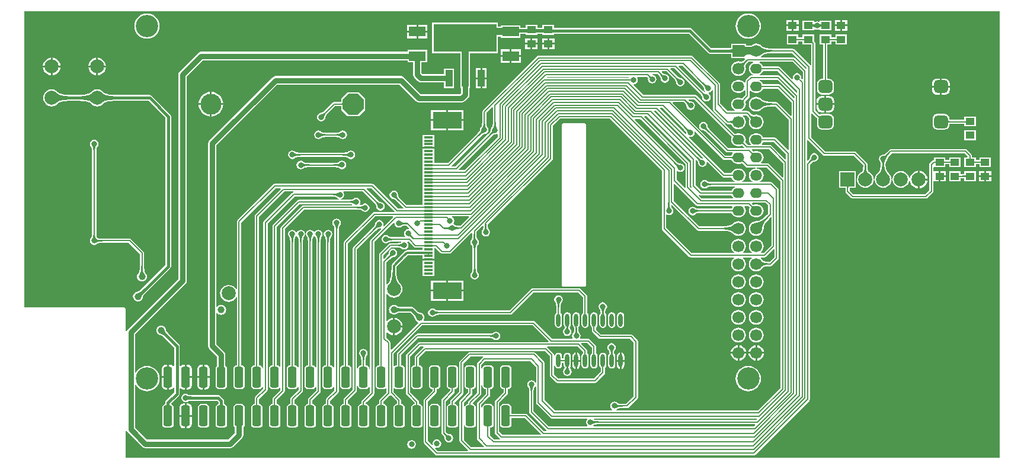
<source format=gbl>
G04*
G04 #@! TF.GenerationSoftware,Altium Limited,Altium Designer,21.0.6 (86)*
G04*
G04 Layer_Physical_Order=2*
G04 Layer_Color=1930808*
%FSLAX25Y25*%
%MOIN*%
G70*
G04*
G04 #@! TF.SameCoordinates,573F4C1C-41E7-4716-BA84-A8DF11FC348D*
G04*
G04*
G04 #@! TF.FilePolarity,Positive*
G04*
G01*
G75*
%ADD11C,0.00787*%
%ADD29R,0.04921X0.03937*%
%ADD32C,0.01575*%
%ADD34C,0.07874*%
%ADD35R,0.07874X0.07874*%
%ADD36P,0.12784X8X202.5*%
%ADD37C,0.11811*%
%ADD38C,0.06693*%
%ADD39O,0.06693X0.05512*%
%ADD40O,0.06693X0.05906*%
%ADD41R,0.06693X0.06693*%
G04:AMPARAMS|DCode=42|XSize=70.87mil|YSize=78.74mil|CornerRadius=17.72mil|HoleSize=0mil|Usage=FLASHONLY|Rotation=270.000|XOffset=0mil|YOffset=0mil|HoleType=Round|Shape=RoundedRectangle|*
%AMROUNDEDRECTD42*
21,1,0.07087,0.04331,0,0,270.0*
21,1,0.03543,0.07874,0,0,270.0*
1,1,0.03543,-0.02165,-0.01772*
1,1,0.03543,-0.02165,0.01772*
1,1,0.03543,0.02165,0.01772*
1,1,0.03543,0.02165,-0.01772*
%
%ADD42ROUNDEDRECTD42*%
%ADD43C,0.39370*%
%ADD44C,0.19685*%
%ADD45C,0.02756*%
%ADD46C,0.03150*%
%ADD47C,0.03937*%
%ADD48C,0.12598*%
%ADD49C,0.59055*%
%ADD50R,0.16339X0.09449*%
%ADD51R,0.04921X0.01181*%
%ADD52O,0.02362X0.07284*%
G04:AMPARAMS|DCode=53|XSize=47.24mil|YSize=118.11mil|CornerRadius=11.81mil|HoleSize=0mil|Usage=FLASHONLY|Rotation=0.000|XOffset=0mil|YOffset=0mil|HoleType=Round|Shape=RoundedRectangle|*
%AMROUNDEDRECTD53*
21,1,0.04724,0.09449,0,0,0.0*
21,1,0.02362,0.11811,0,0,0.0*
1,1,0.02362,0.01181,-0.04724*
1,1,0.02362,-0.01181,-0.04724*
1,1,0.02362,-0.01181,0.04724*
1,1,0.02362,0.01181,0.04724*
%
%ADD53ROUNDEDRECTD53*%
%ADD54R,0.35433X0.15748*%
%ADD55R,0.03937X0.09449*%
%ADD56R,0.09449X0.05512*%
%ADD57C,0.03150*%
%ADD58C,0.01181*%
%ADD59C,0.03937*%
G36*
X549977Y1204D02*
X58291Y1204D01*
Y16126D01*
Y16360D01*
X58791Y16409D01*
X58798Y16371D01*
X58881Y16247D01*
X59321Y15590D01*
X67545Y7365D01*
X68327Y6843D01*
X69248Y6659D01*
X116942D01*
X117864Y6843D01*
X118645Y7365D01*
X123652Y12372D01*
X124174Y13153D01*
X124357Y14075D01*
Y18571D01*
X124549Y18699D01*
X124984Y19350D01*
X125137Y20118D01*
Y29567D01*
X124984Y30335D01*
X124549Y30986D01*
X123898Y31421D01*
X123130Y31574D01*
X120768D01*
X120000Y31421D01*
X119349Y30986D01*
X118913Y30335D01*
X118761Y29567D01*
Y20118D01*
X118913Y19350D01*
X119349Y18699D01*
X119540Y18571D01*
Y15072D01*
X115944Y11476D01*
X70246D01*
X63432Y18290D01*
Y42064D01*
Y42257D01*
X63932Y42382D01*
X64023Y42212D01*
X64174Y41929D01*
X64233Y41819D01*
X65118Y40740D01*
X66197Y39855D01*
X67428Y39197D01*
X68764Y38791D01*
X70153Y38655D01*
X71543Y38791D01*
X72879Y39197D01*
X74110Y39855D01*
X75189Y40740D01*
X76074Y41819D01*
X76732Y43051D01*
X77138Y44386D01*
X77274Y45776D01*
X77138Y47165D01*
X76732Y48501D01*
X76074Y49732D01*
X75189Y50811D01*
X74110Y51696D01*
X72879Y52354D01*
X71543Y52760D01*
X70153Y52896D01*
X68764Y52760D01*
X67428Y52354D01*
X66197Y51696D01*
X65118Y50811D01*
X64233Y49732D01*
X64023Y49339D01*
X63932Y49169D01*
X63432Y49295D01*
Y49487D01*
Y70754D01*
X91861Y99183D01*
X92383Y99964D01*
X92566Y100886D01*
Y215932D01*
X101588Y224954D01*
X216716D01*
Y223819D01*
X219819D01*
Y216946D01*
X220003Y216024D01*
X220525Y215243D01*
X222608Y213159D01*
X223389Y212637D01*
X224311Y212454D01*
X237303D01*
Y209350D01*
X242815D01*
Y220374D01*
X237303D01*
Y217271D01*
X225309D01*
X224636Y217943D01*
Y223819D01*
X227739D01*
Y230905D01*
X216716D01*
Y229771D01*
X100590D01*
X99669Y229587D01*
X98887Y229065D01*
X88454Y218632D01*
X87932Y217851D01*
X87749Y216929D01*
Y101883D01*
X59321Y73455D01*
X58881Y72798D01*
D01*
X58798Y72674D01*
X58791Y72635D01*
X58291Y72685D01*
Y72918D01*
Y84842D01*
X58199Y85303D01*
X57938Y85694D01*
X57547Y85955D01*
X57087Y86047D01*
X1204D01*
X1204Y252733D01*
X549977D01*
X549977Y1204D01*
D02*
G37*
%LPC*%
G36*
X455020Y247343D02*
X448524D01*
Y246873D01*
X448083Y246637D01*
X447969Y246713D01*
X447933Y246721D01*
X447047Y246897D01*
X446126Y246713D01*
X445993Y246625D01*
X445913Y246572D01*
X445472Y246807D01*
Y246903D01*
Y247343D01*
X438976D01*
Y241831D01*
X445472D01*
Y242073D01*
Y242169D01*
X445913Y242405D01*
X445993Y242351D01*
D01*
X446126Y242263D01*
X447047Y242080D01*
X447933Y242256D01*
D01*
X447969Y242263D01*
X448083Y242339D01*
X448524Y242103D01*
Y241831D01*
X455020D01*
Y247343D01*
D02*
G37*
G36*
X436728Y247555D02*
X433768D01*
Y245087D01*
X436728D01*
Y247555D01*
D02*
G37*
G36*
X432768D02*
X429807D01*
Y245087D01*
X432768D01*
Y247555D01*
D02*
G37*
G36*
X464090Y247555D02*
X461130D01*
Y245087D01*
X464090D01*
Y247555D01*
D02*
G37*
G36*
X460130D02*
X457169D01*
Y245087D01*
X460130D01*
Y247555D01*
D02*
G37*
G36*
X227952Y244898D02*
X222728D01*
Y241642D01*
X227952D01*
Y244898D01*
D02*
G37*
G36*
X221728D02*
X216503D01*
Y241642D01*
X221728D01*
Y244898D01*
D02*
G37*
G36*
X436728Y244087D02*
X433768D01*
Y241618D01*
X436728D01*
Y244087D01*
D02*
G37*
G36*
X432768D02*
X429807D01*
Y241618D01*
X432768D01*
Y244087D01*
D02*
G37*
G36*
X464090Y244087D02*
X461130D01*
Y241618D01*
X464090D01*
Y244087D01*
D02*
G37*
G36*
X460130D02*
X457169D01*
Y241618D01*
X460130D01*
Y244087D01*
D02*
G37*
G36*
X227952Y240642D02*
X222728D01*
Y237386D01*
X227952D01*
Y240642D01*
D02*
G37*
G36*
X221728D02*
X216503D01*
Y237386D01*
X221728D01*
Y240642D01*
D02*
G37*
G36*
X408343Y251396D02*
X406953Y251260D01*
X405618Y250854D01*
X404386Y250196D01*
X403307Y249311D01*
X402422Y248232D01*
X401764Y247001D01*
X401358Y245665D01*
X401222Y244276D01*
X401358Y242886D01*
X401764Y241550D01*
X402422Y240319D01*
X403307Y239240D01*
X404386Y238355D01*
X405618Y237697D01*
X406953Y237292D01*
X408343Y237155D01*
X409732Y237292D01*
X411068Y237697D01*
X412299Y238355D01*
X413378Y239240D01*
X414263Y240319D01*
X414921Y241550D01*
X415327Y242886D01*
X415463Y244276D01*
X415327Y245665D01*
X414921Y247001D01*
X414263Y248232D01*
X413378Y249311D01*
X412299Y250196D01*
X411068Y250854D01*
X409732Y251260D01*
X408343Y251396D01*
D02*
G37*
G36*
X70153D02*
X68764Y251260D01*
X67428Y250854D01*
X66197Y250196D01*
X65118Y249311D01*
X64233Y248232D01*
X63575Y247001D01*
X63169Y245665D01*
X63033Y244276D01*
X63169Y242886D01*
X63575Y241550D01*
X64233Y240319D01*
X65118Y239240D01*
X66197Y238355D01*
X67428Y237697D01*
X68764Y237292D01*
X70153Y237155D01*
X71543Y237292D01*
X72879Y237697D01*
X74110Y238355D01*
X75189Y239240D01*
X76074Y240319D01*
X76732Y241550D01*
X77138Y242886D01*
X77274Y244276D01*
X77138Y245665D01*
X76732Y247001D01*
X76074Y248232D01*
X75189Y249311D01*
X74110Y250196D01*
X72879Y250854D01*
X71543Y251260D01*
X70153Y251396D01*
D02*
G37*
G36*
X299327Y237220D02*
X296366D01*
Y234752D01*
X299327D01*
Y237220D01*
D02*
G37*
G36*
X295366D02*
X292406D01*
Y234752D01*
X295366D01*
Y237220D01*
D02*
G37*
G36*
X289878Y237220D02*
X286917D01*
Y234752D01*
X289878D01*
Y237220D01*
D02*
G37*
G36*
X285917D02*
X282957D01*
Y234752D01*
X285917D01*
Y237220D01*
D02*
G37*
G36*
X455020Y239469D02*
X448524D01*
Y233957D01*
X450569D01*
Y214445D01*
X449608D01*
X448940Y214357D01*
X448318Y214099D01*
X447783Y213689D01*
X447373Y213154D01*
X447115Y212532D01*
X447027Y211864D01*
Y208320D01*
X447115Y207652D01*
X447373Y207030D01*
X447783Y206495D01*
X448318Y206085D01*
X448940Y205827D01*
X449608Y205739D01*
X453939D01*
X454607Y205827D01*
X455230Y206085D01*
X455764Y206495D01*
X456174Y207030D01*
X456432Y207652D01*
X456520Y208320D01*
Y211864D01*
X456432Y212532D01*
X456174Y213154D01*
X455764Y213689D01*
X455230Y214099D01*
X454607Y214357D01*
X453939Y214445D01*
X452978D01*
Y233957D01*
X455020D01*
Y235508D01*
X457382D01*
Y233957D01*
X463878D01*
Y239469D01*
X457382D01*
Y237917D01*
X455020D01*
Y239469D01*
D02*
G37*
G36*
X289878Y233752D02*
X286917D01*
Y231283D01*
X289878D01*
Y233752D01*
D02*
G37*
G36*
X285917D02*
X282957D01*
Y231283D01*
X285917D01*
Y233752D01*
D02*
G37*
G36*
X299327Y233752D02*
X296366D01*
Y231283D01*
X299327D01*
Y233752D01*
D02*
G37*
G36*
X295366D02*
X292406D01*
Y231283D01*
X295366D01*
Y233752D01*
D02*
G37*
G36*
X280528Y231118D02*
X275303D01*
Y227862D01*
X280528D01*
Y231118D01*
D02*
G37*
G36*
X274303D02*
X269079D01*
Y227862D01*
X274303D01*
Y231118D01*
D02*
G37*
G36*
X267618Y246358D02*
X230610D01*
Y229035D01*
X246335D01*
Y214862D01*
X246358Y214682D01*
Y209350D01*
X246706D01*
Y206509D01*
X246247Y206050D01*
X224029D01*
X214695Y215384D01*
X213914Y215906D01*
X212992Y216090D01*
X142421D01*
X141500Y215906D01*
X140718Y215384D01*
X105187Y179853D01*
X104665Y179071D01*
X104481Y178150D01*
Y64272D01*
X104665Y63350D01*
X105187Y62569D01*
X109403Y58353D01*
Y52833D01*
X109348Y52797D01*
X108913Y52146D01*
X108761Y51378D01*
Y41929D01*
X108913Y41161D01*
X109348Y40510D01*
X110000Y40075D01*
X110768Y39922D01*
X113130D01*
X113898Y40075D01*
X114549Y40510D01*
X114984Y41161D01*
X115137Y41929D01*
Y51378D01*
X114984Y52146D01*
X114549Y52797D01*
X114219Y53017D01*
Y59350D01*
X114036Y60272D01*
X113514Y61053D01*
X109298Y65269D01*
Y82355D01*
Y82503D01*
X109798Y82673D01*
X109944Y82483D01*
X110520Y82042D01*
X111190Y81764D01*
X111909Y81669D01*
X112629Y81764D01*
X113299Y82042D01*
X113875Y82483D01*
X114317Y83059D01*
X114594Y83729D01*
X114689Y84449D01*
X114594Y85168D01*
X114317Y85839D01*
X113875Y86414D01*
X113299Y86856D01*
X112629Y87134D01*
X111909Y87229D01*
X111190Y87134D01*
X110520Y86856D01*
X109944Y86414D01*
X109889Y86343D01*
X109798Y86225D01*
X109298Y86394D01*
Y86543D01*
Y177152D01*
X143419Y211273D01*
X211995D01*
X221328Y201939D01*
X222110Y201417D01*
X223031Y201233D01*
X247244D01*
X248166Y201417D01*
X248947Y201939D01*
X250817Y203809D01*
X251339Y204590D01*
X251523Y205512D01*
Y209350D01*
X251870D01*
Y214682D01*
X251894Y214862D01*
Y229035D01*
X267618D01*
Y238362D01*
X269291D01*
Y237598D01*
X280315D01*
Y240028D01*
X283169D01*
Y239370D01*
X289665D01*
Y240028D01*
X292618D01*
Y239370D01*
X299114D01*
Y240028D01*
X374827D01*
X385715Y229140D01*
X385715Y229140D01*
X386236Y228792D01*
X386850Y228670D01*
X398298D01*
X398416Y228660D01*
X398585Y228632D01*
X398705Y228600D01*
X398721Y228593D01*
Y226142D01*
X406172D01*
X406189Y226138D01*
X406190Y226138D01*
X406229Y226111D01*
X406233Y226106D01*
X406242Y226079D01*
X406502Y225784D01*
X406511Y225642D01*
X405692Y224918D01*
X405334Y224642D01*
X405014Y224424D01*
X404746Y224271D01*
X404539Y224181D01*
X404409Y224146D01*
X404370Y224144D01*
X404277Y224164D01*
X404268Y224164D01*
X403933Y224303D01*
X402854Y224445D01*
X401775Y224303D01*
X400770Y223886D01*
X399906Y223224D01*
X399243Y222360D01*
X398827Y221355D01*
X398685Y220276D01*
X398827Y219196D01*
X399243Y218191D01*
X399906Y217327D01*
X400770Y216665D01*
X401775Y216248D01*
X402854Y216106D01*
X403933Y216248D01*
X404939Y216665D01*
X405803Y217327D01*
X406465Y218191D01*
X406882Y219196D01*
X407024Y220276D01*
X406882Y221355D01*
X406743Y221689D01*
X406743Y221699D01*
X406722Y221791D01*
X406725Y221831D01*
X406760Y221960D01*
X406850Y222167D01*
X407003Y222435D01*
X407210Y222739D01*
X408263Y223980D01*
X408318Y224036D01*
X408373Y224091D01*
X410909D01*
X411009Y223591D01*
X410477Y223371D01*
X409737Y222803D01*
X409169Y222062D01*
X408812Y221201D01*
X408690Y220276D01*
X408812Y219351D01*
X409169Y218489D01*
X409737Y217748D01*
X410477Y217180D01*
X410790Y217051D01*
X411009Y216960D01*
X410909Y216460D01*
X410039D01*
X409579Y216369D01*
X409188Y216107D01*
X409188Y216107D01*
X407121Y214040D01*
X406860Y213650D01*
X406768Y213189D01*
X406768Y213189D01*
Y212586D01*
X406268Y212417D01*
X406178Y212535D01*
X405972Y212803D01*
X405232Y213371D01*
X404370Y213728D01*
X403445Y213849D01*
X402264D01*
X401339Y213728D01*
X400477Y213371D01*
X399737Y212803D01*
X399169Y212063D01*
X398812Y211201D01*
X398690Y210276D01*
X398812Y209351D01*
X399169Y208489D01*
X399737Y207749D01*
X400477Y207181D01*
X401339Y206823D01*
X402264Y206702D01*
X403445D01*
X404370Y206823D01*
X405232Y207181D01*
X405972Y207749D01*
X406178Y208016D01*
X406268Y208135D01*
X406768Y207965D01*
Y205322D01*
X404939Y203492D01*
X404370Y203728D01*
X403445Y203850D01*
X402264D01*
X401339Y203728D01*
X400477Y203371D01*
X399737Y202803D01*
X399169Y202063D01*
X398812Y201201D01*
X398690Y200276D01*
X398812Y199351D01*
X399169Y198489D01*
X399737Y197748D01*
X400477Y197180D01*
X400743Y197070D01*
X400961Y196980D01*
X400862Y196480D01*
X396660D01*
X392543Y200597D01*
Y211417D01*
X392543Y211417D01*
X392451Y211878D01*
X392190Y212269D01*
X392190Y212269D01*
X377229Y227229D01*
X376839Y227490D01*
X376378Y227582D01*
X376378Y227582D01*
X290453D01*
X290453Y227582D01*
X289992Y227490D01*
X289601Y227229D01*
X259009Y196637D01*
X258748Y196246D01*
X258656Y195785D01*
X258656Y195785D01*
Y189957D01*
X258637Y189504D01*
X258557Y188672D01*
X258502Y188348D01*
X258437Y188069D01*
X258366Y187847D01*
X258296Y187683D01*
X258239Y187588D01*
X258157Y187533D01*
X257635Y186752D01*
X257452Y185830D01*
X257471Y185733D01*
X257443Y185626D01*
X257378Y185460D01*
X257270Y185253D01*
X257119Y185010D01*
X256934Y184749D01*
X256076Y183749D01*
X239476Y167149D01*
X231693D01*
Y170472D01*
Y174197D01*
X231906D01*
Y175287D01*
X228445D01*
X224984D01*
Y174197D01*
X225197D01*
Y170472D01*
Y166535D01*
Y162598D01*
Y158661D01*
Y154724D01*
Y150787D01*
Y146850D01*
Y143527D01*
X216247D01*
X212717Y147057D01*
X212110Y147744D01*
X211881Y148038D01*
X211695Y148307D01*
X211555Y148542D01*
X211461Y148736D01*
X211410Y148882D01*
X211392Y148973D01*
X211392Y149066D01*
X211432Y149268D01*
X211249Y150189D01*
X210727Y150971D01*
X209945Y151493D01*
X209024Y151676D01*
X208102Y151493D01*
X207321Y150971D01*
X206799Y150189D01*
X206615Y149268D01*
X206799Y148346D01*
X207321Y147565D01*
X208102Y147043D01*
X209024Y146859D01*
X209041Y146863D01*
X209080Y146850D01*
X209237Y146778D01*
X209439Y146663D01*
X209680Y146502D01*
X209943Y146305D01*
X210937Y145431D01*
X213571Y142797D01*
X214347Y142020D01*
X214156Y141559D01*
X211227D01*
X197702Y155084D01*
X197311Y155345D01*
X196850Y155437D01*
X196850Y155437D01*
X142027D01*
X141567Y155345D01*
X141176Y155084D01*
X141176Y155084D01*
X121097Y135005D01*
X120836Y134614D01*
X120745Y134153D01*
X120745Y134153D01*
Y96101D01*
X120245Y96002D01*
X120170Y96182D01*
X119413Y97169D01*
X118426Y97926D01*
X117277Y98402D01*
X116043Y98564D01*
X114810Y98402D01*
X113661Y97926D01*
X112674Y97169D01*
X111916Y96182D01*
X111441Y95033D01*
X111278Y93799D01*
X111441Y92566D01*
X111916Y91417D01*
X112674Y90430D01*
X113661Y89672D01*
X114810Y89196D01*
X116043Y89034D01*
X117277Y89196D01*
X118426Y89672D01*
X119413Y90430D01*
X120037Y91243D01*
X120170Y91417D01*
X120245Y91597D01*
X120745Y91497D01*
Y53380D01*
X120000Y53232D01*
X119349Y52797D01*
X118913Y52146D01*
X118761Y51378D01*
Y41929D01*
X118913Y41161D01*
X119349Y40510D01*
X120000Y40075D01*
X120768Y39922D01*
X123130D01*
X123898Y40075D01*
X124549Y40510D01*
X124984Y41161D01*
X125137Y41929D01*
Y51378D01*
X124984Y52146D01*
X124549Y52797D01*
X123898Y53232D01*
X123153Y53380D01*
Y133655D01*
X142526Y153028D01*
X145258D01*
X145450Y152566D01*
X131097Y138214D01*
X130836Y137823D01*
X130745Y137362D01*
X130745Y137362D01*
Y53380D01*
X130000Y53232D01*
X129349Y52797D01*
X128913Y52146D01*
X128761Y51378D01*
Y41929D01*
X128913Y41161D01*
X129349Y40510D01*
X130000Y40075D01*
X130768Y39922D01*
X133130D01*
X133898Y40075D01*
X134549Y40510D01*
X134984Y41161D01*
X135016Y41322D01*
X135107Y41777D01*
X135607Y41728D01*
Y40164D01*
X131097Y35655D01*
X130836Y35264D01*
X130745Y34803D01*
X130745Y34803D01*
Y31569D01*
X130000Y31421D01*
X129349Y30986D01*
X128913Y30335D01*
X128761Y29567D01*
Y20118D01*
X128913Y19350D01*
X129349Y18699D01*
X130000Y18264D01*
X130768Y18111D01*
X133130D01*
X133898Y18264D01*
X134549Y18699D01*
X134984Y19350D01*
X135137Y20118D01*
Y29567D01*
X134984Y30335D01*
X134549Y30986D01*
X133898Y31421D01*
X133153Y31569D01*
Y34304D01*
X137663Y38814D01*
X137924Y39204D01*
X138015Y39665D01*
X138015Y39665D01*
Y133163D01*
X153156Y148304D01*
X174522D01*
X175437Y148246D01*
X175803Y148199D01*
X176119Y148139D01*
X176376Y148072D01*
X176570Y148002D01*
X176697Y147937D01*
X176759Y147892D01*
X176837Y147807D01*
X176849Y147798D01*
X177006Y147565D01*
X177787Y147043D01*
X178102Y146980D01*
X178053Y146480D01*
X155610D01*
X155149Y146388D01*
X154759Y146127D01*
X141097Y132466D01*
X140836Y132075D01*
X140745Y131614D01*
X140745Y131614D01*
Y53380D01*
X140000Y53232D01*
X139348Y52797D01*
X138913Y52146D01*
X138761Y51378D01*
Y41929D01*
X138913Y41161D01*
X139348Y40510D01*
X140000Y40075D01*
X140768Y39922D01*
X143130D01*
X143898Y40075D01*
X144549Y40510D01*
X144588Y40568D01*
X144752Y40814D01*
X145252Y40663D01*
Y39278D01*
X141097Y35123D01*
X140836Y34732D01*
X140745Y34272D01*
X140745Y34272D01*
Y31569D01*
X140000Y31421D01*
X139348Y30986D01*
X138913Y30335D01*
X138761Y29567D01*
Y20118D01*
X138913Y19350D01*
X139348Y18699D01*
X140000Y18264D01*
X140768Y18111D01*
X143130D01*
X143898Y18264D01*
X144549Y18699D01*
X144984Y19350D01*
X145137Y20118D01*
Y29567D01*
X144984Y30335D01*
X144549Y30986D01*
X143898Y31421D01*
X143153Y31569D01*
Y33773D01*
X147308Y37928D01*
X147569Y38319D01*
X147661Y38780D01*
Y130013D01*
X158570Y140922D01*
X188747D01*
X189661Y140866D01*
X190032Y140820D01*
X190357Y140762D01*
X190626Y140695D01*
X190834Y140624D01*
X190981Y140556D01*
X191064Y140502D01*
X191111Y140457D01*
X191210Y140308D01*
X191992Y139786D01*
X192913Y139603D01*
X193835Y139786D01*
X194616Y140308D01*
X195139Y141090D01*
X195322Y142011D01*
X195139Y142933D01*
X194616Y143715D01*
X193835Y144237D01*
X192913Y144420D01*
X191992Y144237D01*
X191210Y143715D01*
X191190Y143684D01*
X191136Y143655D01*
X190973Y143592D01*
X190747Y143528D01*
X190464Y143468D01*
X190142Y143420D01*
X190105Y143417D01*
X189991Y143410D01*
X189712Y143892D01*
X190020Y144354D01*
X190204Y145276D01*
X190020Y146197D01*
X189498Y146979D01*
X188717Y147501D01*
X187795Y147684D01*
X186874Y147501D01*
X186092Y146979D01*
X186037Y146896D01*
X185942Y146840D01*
X185778Y146770D01*
X185556Y146699D01*
X185277Y146634D01*
X184961Y146580D01*
X183648Y146480D01*
X179364D01*
X179315Y146980D01*
X179630Y147043D01*
X179750Y147123D01*
X180412Y147565D01*
X180934Y148346D01*
X181117Y149268D01*
X180934Y150189D01*
X180681Y150567D01*
X180621Y150658D01*
X180888Y151158D01*
X191627D01*
X197765Y145020D01*
X198372Y144333D01*
X198600Y144039D01*
X198785Y143771D01*
X198924Y143537D01*
X199016Y143344D01*
X199067Y143200D01*
X199083Y143112D01*
X199082Y143009D01*
X199040Y142797D01*
X199224Y141875D01*
X199746Y141094D01*
X200527Y140571D01*
X201449Y140388D01*
X202370Y140571D01*
X203152Y141094D01*
X203674Y141875D01*
X203857Y142797D01*
X203674Y143718D01*
X203152Y144500D01*
X202370Y145022D01*
X201449Y145205D01*
X201439Y145203D01*
X201407Y145213D01*
X201251Y145285D01*
X201050Y145402D01*
X200830Y145550D01*
X199545Y146646D01*
X193709Y152482D01*
X193625Y152566D01*
X193816Y153028D01*
X196352D01*
X209071Y140308D01*
X209328Y140052D01*
X209136Y139590D01*
X198130D01*
X197669Y139498D01*
X197278Y139237D01*
X197278Y139237D01*
X181113Y123072D01*
X180852Y122681D01*
X180760Y122220D01*
X180760Y122220D01*
Y53380D01*
X180015Y53232D01*
X179364Y52797D01*
X178929Y52146D01*
X178776Y51378D01*
Y41929D01*
X178929Y41161D01*
X179364Y40510D01*
X180015Y40075D01*
X180783Y39922D01*
X183145D01*
X183913Y40075D01*
X184564Y40510D01*
X185000Y41161D01*
X185152Y41929D01*
Y51378D01*
X185000Y52146D01*
X184564Y52797D01*
X183913Y53232D01*
X183168Y53380D01*
Y121721D01*
X198629Y137182D01*
X208447D01*
X208639Y136720D01*
X208555Y136636D01*
D01*
X203686Y131767D01*
D01*
X203560Y131641D01*
X203111Y131899D01*
X203266Y132679D01*
X203082Y133601D01*
X202560Y134382D01*
X201779Y134905D01*
X200857Y135088D01*
X199936Y134905D01*
X199154Y134382D01*
X198632Y133601D01*
X198449Y132679D01*
X198456Y132645D01*
X198438Y132588D01*
X198368Y132427D01*
X198254Y132223D01*
X198095Y131981D01*
X197901Y131718D01*
X197031Y130722D01*
X186255Y119946D01*
X185994Y119555D01*
X185902Y119095D01*
X185902Y119094D01*
Y39672D01*
X181113Y34883D01*
X180852Y34492D01*
X180760Y34031D01*
X180760Y34031D01*
Y31569D01*
X180015Y31421D01*
X179364Y30986D01*
X178929Y30335D01*
X178776Y29567D01*
Y20118D01*
X178929Y19350D01*
X179364Y18699D01*
X180015Y18264D01*
X180783Y18111D01*
X183145D01*
X183913Y18264D01*
X184564Y18699D01*
X185000Y19350D01*
X185152Y20118D01*
Y29567D01*
X185000Y30335D01*
X184564Y30986D01*
X183913Y31421D01*
X183168Y31569D01*
Y33532D01*
X187958Y38322D01*
X187958Y38322D01*
X188219Y38712D01*
X188311Y39173D01*
Y41242D01*
Y41706D01*
X188811Y41756D01*
X188901Y41300D01*
X188913Y41242D01*
X188929Y41161D01*
X189364Y40510D01*
X190015Y40075D01*
X190783Y39922D01*
X193145D01*
X193913Y40075D01*
X194564Y40510D01*
X195000Y41161D01*
X195056Y41443D01*
X195152Y41929D01*
X195646Y41914D01*
Y41384D01*
Y37999D01*
X191210Y33563D01*
X191113Y33465D01*
X190852Y33075D01*
X190760Y32614D01*
X190760Y32614D01*
Y31569D01*
X190015Y31421D01*
X189364Y30986D01*
X188929Y30335D01*
X188776Y29567D01*
Y20118D01*
X188929Y19350D01*
X189364Y18699D01*
X190015Y18264D01*
X190783Y18111D01*
X193145D01*
X193913Y18264D01*
X194564Y18699D01*
X195000Y19350D01*
X195152Y20118D01*
Y29567D01*
X195000Y30335D01*
X194564Y30986D01*
X193913Y31421D01*
X193242Y31555D01*
X193168Y31569D01*
Y32115D01*
X193715Y32662D01*
X197702Y36648D01*
X197702Y36648D01*
X197963Y37039D01*
X198055Y37500D01*
Y122730D01*
X208842Y133517D01*
X208958Y133632D01*
X209418Y133386D01*
X209386Y133222D01*
X209569Y132301D01*
X210091Y131519D01*
X210873Y130997D01*
X211794Y130814D01*
X212716Y130997D01*
X213497Y131519D01*
X213513Y131542D01*
X213559Y131567D01*
X213721Y131629D01*
X213947Y131692D01*
X214230Y131749D01*
X214554Y131797D01*
X215874Y131885D01*
X216019D01*
X217546Y130357D01*
X217300Y129896D01*
X217140Y129928D01*
X217080Y129940D01*
X216159Y129756D01*
X215377Y129234D01*
X214855Y128453D01*
X214672Y127531D01*
X214855Y126610D01*
X215258Y126007D01*
D01*
X215318Y125917D01*
X215162Y125417D01*
X208727D01*
X207812Y125472D01*
X207441Y125518D01*
X207115Y125576D01*
X206845Y125642D01*
X206634Y125713D01*
X206485Y125782D01*
X206399Y125837D01*
X206360Y125874D01*
X206267Y126013D01*
X205485Y126535D01*
X204564Y126719D01*
X203642Y126535D01*
X202861Y126013D01*
X202339Y125232D01*
X202155Y124310D01*
X202339Y123389D01*
X202861Y122607D01*
X203642Y122085D01*
X204564Y121902D01*
X205485Y122085D01*
X206267Y122607D01*
X206291Y122644D01*
X206352Y122677D01*
X206516Y122742D01*
X206741Y122807D01*
X207024Y122867D01*
X207346Y122917D01*
X208665Y123008D01*
X212985D01*
X213119Y122508D01*
X213104Y122487D01*
X213009Y122431D01*
X212845Y122360D01*
X212623Y122290D01*
X212344Y122224D01*
X212028Y122171D01*
X210715Y122070D01*
X207087D01*
X207087Y122070D01*
X206626Y121979D01*
X206235Y121718D01*
X206235Y121718D01*
X201113Y116595D01*
X200852Y116205D01*
X200760Y115744D01*
X200760Y115744D01*
Y53380D01*
X200015Y53232D01*
X199364Y52797D01*
X198929Y52146D01*
X198776Y51378D01*
Y41929D01*
X198929Y41161D01*
X199364Y40510D01*
X200015Y40075D01*
X200783Y39922D01*
X203145D01*
X203913Y40075D01*
X204067Y40178D01*
X204398Y40399D01*
X204898Y40178D01*
Y37999D01*
X201113Y34213D01*
X200852Y33823D01*
X200760Y33362D01*
X200760Y33362D01*
Y31569D01*
X200015Y31421D01*
X199364Y30986D01*
X198929Y30335D01*
X198776Y29567D01*
Y20118D01*
X198929Y19350D01*
X199364Y18699D01*
X200015Y18264D01*
X200783Y18111D01*
X203145D01*
X203913Y18264D01*
X204564Y18699D01*
X205000Y19350D01*
X205152Y20118D01*
Y29567D01*
X205000Y30335D01*
X204564Y30986D01*
X203913Y31421D01*
X203169Y31569D01*
Y32863D01*
X204459Y34154D01*
X206684Y36378D01*
X207356Y36413D01*
X210760Y33009D01*
Y31569D01*
X210015Y31421D01*
X209364Y30986D01*
X208929Y30335D01*
X208776Y29567D01*
Y20118D01*
X208929Y19350D01*
X209364Y18699D01*
X210015Y18264D01*
X210783Y18111D01*
X213145D01*
X213913Y18264D01*
X214564Y18699D01*
X215000Y19350D01*
X215152Y20118D01*
Y29567D01*
X215000Y30335D01*
X214564Y30986D01*
X213913Y31421D01*
X213168Y31569D01*
Y33508D01*
X213077Y33969D01*
X212816Y34360D01*
X212816Y34360D01*
X208881Y38294D01*
Y40176D01*
Y40332D01*
X209277Y40478D01*
X209381Y40498D01*
X210015Y40075D01*
X210783Y39922D01*
X213145D01*
X213913Y40075D01*
X214564Y40510D01*
X215000Y41161D01*
X215152Y41929D01*
Y51378D01*
X215000Y52146D01*
X214564Y52797D01*
X213913Y53232D01*
X213168Y53380D01*
Y59103D01*
X222743Y68678D01*
X262390D01*
X262847Y68658D01*
X263676Y68576D01*
X263996Y68520D01*
X264269Y68454D01*
X264485Y68384D01*
X264639Y68314D01*
X264732Y68256D01*
X264752Y68238D01*
X264831Y68120D01*
X265613Y67598D01*
X266534Y67414D01*
X267456Y67598D01*
X268237Y68120D01*
X268759Y68901D01*
X268943Y69823D01*
X268759Y70745D01*
X268237Y71526D01*
X267456Y72048D01*
X266534Y72232D01*
X265613Y72048D01*
X264831Y71526D01*
X264797Y71475D01*
X264721Y71432D01*
X264555Y71364D01*
X264330Y71296D01*
X264048Y71233D01*
X263728Y71182D01*
X262411Y71086D01*
X222244D01*
X222244Y71086D01*
X221783Y70995D01*
X221393Y70733D01*
X211113Y60453D01*
X210852Y60063D01*
X210760Y59602D01*
X210760Y59602D01*
Y53380D01*
X210015Y53232D01*
X209472Y52869D01*
D01*
X209381Y52809D01*
X209277Y52829D01*
X208881Y52975D01*
Y53131D01*
Y59825D01*
X224821Y75764D01*
X287126D01*
X296067Y66824D01*
X295875Y66362D01*
X223425D01*
X223425Y66362D01*
X222964Y66270D01*
X222574Y66009D01*
X222574Y66009D01*
X216176Y59611D01*
X215915Y59221D01*
X215823Y58760D01*
X215823Y58760D01*
Y37598D01*
X215823Y37598D01*
X215915Y37138D01*
X216176Y36747D01*
X220760Y32163D01*
Y31569D01*
X220015Y31421D01*
X219364Y30986D01*
X218929Y30335D01*
X218776Y29567D01*
Y20118D01*
X218929Y19350D01*
X219364Y18699D01*
X220015Y18264D01*
X220783Y18111D01*
X223145D01*
X223913Y18264D01*
X224565Y18699D01*
X225000Y19350D01*
X225075Y19731D01*
X225152Y20118D01*
Y29567D01*
X225075Y29954D01*
D01*
X225000Y30335D01*
X224565Y30986D01*
X223913Y31421D01*
X223168Y31569D01*
Y32662D01*
X223168Y32662D01*
X223077Y33123D01*
X222816Y33513D01*
X222816Y33513D01*
X222471Y33858D01*
X218232Y38097D01*
D01*
Y41638D01*
Y58261D01*
X223924Y63953D01*
X225625D01*
X225777Y63453D01*
X225625Y63352D01*
X225625Y63352D01*
X221113Y58839D01*
X220852Y58449D01*
X220760Y57988D01*
X220760Y57988D01*
Y53380D01*
X220015Y53232D01*
X219364Y52797D01*
X218929Y52146D01*
X218776Y51378D01*
Y41929D01*
X218822Y41696D01*
X218929Y41161D01*
X219364Y40510D01*
X220015Y40075D01*
X220783Y39922D01*
X223145D01*
X223913Y40075D01*
X224565Y40510D01*
X225000Y41161D01*
X225152Y41929D01*
Y51378D01*
X225000Y52146D01*
X224565Y52797D01*
X223913Y53232D01*
X223168Y53380D01*
Y57489D01*
X226975Y61296D01*
X294088D01*
X296729Y58655D01*
Y47736D01*
X296729Y47736D01*
X296820Y47275D01*
X297081Y46885D01*
X300231Y43735D01*
X300231Y43735D01*
X300622Y43474D01*
X301083Y43382D01*
X301083Y43382D01*
X322047D01*
X322047Y43382D01*
X322508Y43474D01*
X322899Y43735D01*
X327434Y48270D01*
X327434Y48270D01*
X327695Y48661D01*
X327787Y49122D01*
X327787Y49122D01*
Y51882D01*
X328002Y52026D01*
X328437Y52677D01*
X328590Y53445D01*
Y58366D01*
X328437Y59134D01*
X328002Y59785D01*
X327351Y60220D01*
X326583Y60373D01*
X325815Y60220D01*
X325164Y59785D01*
X324728Y59134D01*
X324576Y58366D01*
Y53445D01*
X324728Y52677D01*
X325164Y52026D01*
X325378Y51882D01*
Y49621D01*
X321548Y45791D01*
X301582D01*
X299137Y48235D01*
Y52621D01*
Y53085D01*
X299637Y53135D01*
X299728Y52679D01*
D01*
X299728Y52677D01*
X300164Y52026D01*
X300815Y51591D01*
X301583Y51438D01*
X302351Y51591D01*
X303002Y52026D01*
X303437Y52677D01*
X303590Y53445D01*
Y54701D01*
X304576D01*
Y53445D01*
X304728Y52677D01*
X305164Y52026D01*
X305190Y52008D01*
X305170Y51915D01*
X305102Y51689D01*
X305035Y51524D01*
X304993Y51450D01*
X304944Y51417D01*
X304422Y50636D01*
X304239Y49714D01*
X304422Y48792D01*
X304944Y48011D01*
X305726Y47489D01*
X306647Y47306D01*
X307569Y47489D01*
X308350Y48011D01*
X308873Y48792D01*
X309056Y49714D01*
X308873Y50636D01*
X308350Y51417D01*
X308229Y51498D01*
X308208Y51521D01*
X308151Y51613D01*
X308081Y51767D01*
X308010Y51982D01*
X308000Y52024D01*
X308002Y52026D01*
Y52026D01*
D01*
X308437Y52677D01*
X308590Y53445D01*
Y58366D01*
X308437Y59134D01*
X308002Y59785D01*
X307351Y60220D01*
X306583Y60373D01*
X305815Y60220D01*
X305164Y59785D01*
X304728Y59134D01*
X304576Y58366D01*
Y57110D01*
X303590D01*
Y58366D01*
X303437Y59134D01*
X303002Y59785D01*
X302351Y60220D01*
X301583Y60373D01*
X300815Y60220D01*
X300164Y59785D01*
X299728Y59134D01*
X299728Y59132D01*
X299637Y58676D01*
X299137Y58726D01*
Y59153D01*
X299046Y59614D01*
X298785Y60005D01*
X298785Y60005D01*
X295438Y63352D01*
X295286Y63453D01*
X295438Y63953D01*
X312395D01*
X315378Y60970D01*
Y59929D01*
X315163Y59785D01*
X314728Y59134D01*
X314576Y58366D01*
Y53445D01*
X314728Y52677D01*
X315163Y52026D01*
X315815Y51591D01*
X316583Y51438D01*
X317351Y51591D01*
X318002Y52026D01*
X318437Y52677D01*
X318590Y53445D01*
Y58366D01*
X318437Y59134D01*
X318002Y59785D01*
X317787Y59929D01*
Y61468D01*
X317695Y61929D01*
X317434Y62320D01*
X314393Y65361D01*
X314584Y65823D01*
X317907D01*
X320378Y63352D01*
Y59929D01*
X320163Y59785D01*
X319728Y59134D01*
X319576Y58366D01*
Y53445D01*
X319728Y52677D01*
X320163Y52026D01*
X320815Y51591D01*
X321583Y51438D01*
X322351Y51591D01*
X323002Y52026D01*
X323437Y52677D01*
X323590Y53445D01*
Y58366D01*
X323437Y59134D01*
X323002Y59785D01*
X322787Y59929D01*
Y63850D01*
X322695Y64311D01*
X322434Y64702D01*
X322434Y64702D01*
X319257Y67879D01*
X318866Y68140D01*
X318406Y68232D01*
X318406Y68232D01*
X314009D01*
X313773Y68673D01*
X313900Y68862D01*
X314083Y69784D01*
X313900Y70705D01*
X313378Y71487D01*
X313266Y71561D01*
X313254Y71575D01*
X313196Y71670D01*
X313126Y71826D01*
X313055Y72043D01*
X312989Y72318D01*
X312935Y72630D01*
X312833Y73943D01*
D01*
Y74747D01*
X313002Y74860D01*
X313437Y75511D01*
X313590Y76279D01*
Y81201D01*
X313437Y81969D01*
X313002Y82620D01*
X312351Y83055D01*
X311583Y83208D01*
X310815Y83055D01*
X310163Y82620D01*
X309728Y81969D01*
X309576Y81201D01*
Y76279D01*
X309728Y75511D01*
X310163Y74860D01*
X310424Y74686D01*
Y74158D01*
X310408Y73519D01*
X310406Y73435D01*
X310329Y72605D01*
X310275Y72278D01*
X310212Y71997D01*
X310143Y71772D01*
X310074Y71605D01*
X310027Y71524D01*
X309972Y71487D01*
X309450Y70705D01*
X309266Y69784D01*
X309450Y68862D01*
X309522Y68753D01*
D01*
X309576Y68673D01*
X309340Y68232D01*
X298065D01*
X288476Y77820D01*
X288086Y78081D01*
X287625Y78173D01*
X287625Y78173D01*
X225961D01*
X225714Y78673D01*
X225833Y78827D01*
X226110Y79497D01*
X226205Y80216D01*
X226110Y80936D01*
X225833Y81606D01*
X225391Y82182D01*
X224815Y82624D01*
X224145Y82902D01*
X223425Y82996D01*
X223412Y82994D01*
X223320Y83027D01*
X223143Y83118D01*
X222901Y83271D01*
X222623Y83471D01*
X221098Y84814D01*
X220230Y85683D01*
X219709Y86031D01*
X219094Y86153D01*
X219094Y86153D01*
X213841D01*
X212881Y86189D01*
X211936Y86279D01*
X211585Y86336D01*
X211307Y86399D01*
X211117Y86460D01*
X211029Y86502D01*
X211021Y86513D01*
X210445Y86954D01*
X209774Y87232D01*
X209055Y87327D01*
X208336Y87232D01*
X207665Y86954D01*
X207090Y86513D01*
X206648Y85937D01*
X206370Y85267D01*
X206275Y84547D01*
X206370Y83828D01*
X206648Y83157D01*
X207090Y82582D01*
X207665Y82140D01*
X208336Y81862D01*
X209055Y81768D01*
X209774Y81862D01*
X210445Y82140D01*
X211021Y82582D01*
X211029Y82592D01*
X211117Y82634D01*
X211307Y82696D01*
X211585Y82759D01*
X211924Y82813D01*
X213952Y82942D01*
X218429D01*
X218906Y82465D01*
X219558Y81761D01*
X220163Y81029D01*
X220371Y80741D01*
X220524Y80499D01*
X220615Y80321D01*
X220647Y80230D01*
X220645Y80216D01*
X220740Y79497D01*
X221018Y78827D01*
X221460Y78251D01*
X222035Y77809D01*
X222543Y77599D01*
X222720Y77070D01*
X222637Y76986D01*
D01*
X207852Y62202D01*
X207769Y62118D01*
X207307Y62309D01*
Y62428D01*
Y65847D01*
X207215Y66307D01*
X206954Y66698D01*
X206954Y66698D01*
X204748Y68904D01*
Y71684D01*
Y71825D01*
X205221Y71985D01*
X205307Y71873D01*
X205534Y71577D01*
X206565Y70786D01*
X207766Y70288D01*
X208555Y70185D01*
Y75098D01*
Y80012D01*
X207766Y79908D01*
X206565Y79411D01*
X205534Y78620D01*
X205221Y78212D01*
X204748Y78372D01*
Y78513D01*
Y93044D01*
Y93193D01*
X205248Y93363D01*
X205338Y93245D01*
X205686Y92792D01*
X206673Y92035D01*
X207822Y91559D01*
X209055Y91396D01*
X210288Y91559D01*
X211438Y92035D01*
X212425Y92792D01*
X213182Y93779D01*
X213658Y94928D01*
X213820Y96161D01*
X213658Y97395D01*
X213182Y98544D01*
X212425Y99531D01*
X212319Y99612D01*
X212042Y99930D01*
X211731Y100408D01*
X211445Y100989D01*
X211189Y101674D01*
X210967Y102463D01*
X210783Y103355D01*
X210639Y104340D01*
X210470Y106645D01*
X210460Y107229D01*
Y108670D01*
X215560Y113770D01*
X217117Y115327D01*
X225197D01*
Y114386D01*
X224984D01*
Y113295D01*
X228445D01*
X231906D01*
Y114386D01*
X231693D01*
Y119449D01*
Y119465D01*
X232277D01*
X234453Y117288D01*
X235271Y116471D01*
X235661Y116210D01*
X236122Y116119D01*
X236122Y116119D01*
X240391D01*
X240391Y116119D01*
X240852Y116210D01*
X241243Y116471D01*
X252664Y127893D01*
X253127Y127702D01*
Y127584D01*
Y126911D01*
X253112Y126224D01*
X253046Y125377D01*
X252999Y125045D01*
X252945Y124760D01*
X252886Y124535D01*
X252827Y124375D01*
X252815Y124350D01*
X252811Y124347D01*
X252289Y123566D01*
X252105Y122644D01*
X252289Y121723D01*
X252811Y120941D01*
X252873Y120900D01*
X252923Y120812D01*
X252993Y120646D01*
X253063Y120420D01*
X253128Y120139D01*
X253181Y119821D01*
X253279Y118507D01*
Y108172D01*
X253260Y107717D01*
X253179Y106886D01*
X253124Y106564D01*
X253058Y106288D01*
X252987Y106069D01*
X252918Y105911D01*
X252858Y105813D01*
X252853Y105807D01*
X252751Y105738D01*
X252228Y104957D01*
X252045Y104035D01*
X252228Y103114D01*
X252751Y102332D01*
X253532Y101810D01*
X254454Y101627D01*
X255375Y101810D01*
X256157Y102332D01*
X256679Y103114D01*
X256862Y104035D01*
X256679Y104957D01*
X256157Y105738D01*
X256095Y105780D01*
X256045Y105867D01*
X255974Y106034D01*
X255904Y106260D01*
X255840Y106541D01*
X255787Y106859D01*
X255688Y108173D01*
Y118508D01*
X255707Y118963D01*
X255788Y119794D01*
X255844Y120115D01*
X255909Y120391D01*
X255980Y120610D01*
X256050Y120769D01*
X256109Y120867D01*
X256114Y120872D01*
X256217Y120941D01*
X256739Y121723D01*
X256922Y122644D01*
X256739Y123566D01*
X256217Y124347D01*
X256031Y124472D01*
X255951Y124549D01*
X255902Y124621D01*
X255835Y124757D01*
X255765Y124958D01*
X255697Y125220D01*
X255642Y125522D01*
X255535Y126832D01*
Y128537D01*
X258807Y131809D01*
X258907Y131908D01*
X259389Y131684D01*
X259377Y131544D01*
X259336Y131071D01*
X259286Y130742D01*
X259226Y130459D01*
X259162Y130234D01*
X259098Y130070D01*
X259066Y130013D01*
X259033Y129990D01*
X258511Y129209D01*
X258328Y128287D01*
X258511Y127366D01*
X259033Y126584D01*
X259814Y126062D01*
X260736Y125879D01*
X261658Y126062D01*
X262439Y126584D01*
X262961Y127366D01*
X263145Y128287D01*
X262961Y129209D01*
X262439Y129990D01*
X262295Y130087D01*
X262254Y130130D01*
X262199Y130215D01*
X262131Y130362D01*
X262060Y130572D01*
X261994Y130841D01*
X261939Y131149D01*
X261834Y132461D01*
Y132609D01*
X298096Y168870D01*
X298096Y168870D01*
X298357Y169261D01*
X298448Y169722D01*
X298448Y169722D01*
Y188032D01*
X302618Y192201D01*
X330505D01*
X359819Y162887D01*
Y130217D01*
X359819Y130217D01*
X359911Y129756D01*
X360172Y129365D01*
X375133Y114404D01*
X375133Y114404D01*
X375523Y114143D01*
X375984Y114052D01*
X375984Y114052D01*
X400164D01*
X400333Y113552D01*
X399999Y113295D01*
X399906Y113224D01*
X399243Y112360D01*
X398827Y111355D01*
X398685Y110276D01*
X398827Y109196D01*
X399243Y108191D01*
X399906Y107327D01*
X400770Y106665D01*
X401775Y106248D01*
X402854Y106106D01*
X403933Y106248D01*
X404939Y106665D01*
X405803Y107327D01*
X406465Y108191D01*
X406882Y109196D01*
X407024Y110276D01*
X406882Y111355D01*
X406465Y112360D01*
X405803Y113224D01*
X405375Y113552D01*
X405545Y114052D01*
X410163D01*
X410333Y113552D01*
X409999Y113295D01*
X409906Y113224D01*
X409243Y112360D01*
X408827Y111355D01*
X408685Y110276D01*
X408827Y109196D01*
X409243Y108191D01*
X409906Y107327D01*
X410770Y106665D01*
X411775Y106248D01*
X412854Y106106D01*
X413934Y106248D01*
X414939Y106665D01*
X415803Y107327D01*
X416465Y108191D01*
X416488Y108246D01*
X416525Y108295D01*
X416659Y108407D01*
X416883Y108536D01*
X417202Y108665D01*
X417614Y108784D01*
X418116Y108887D01*
X418695Y108968D01*
X420133Y109067D01*
X420443Y109071D01*
X420957D01*
X420957Y109071D01*
X421418Y109163D01*
X421808Y109424D01*
X425115Y112731D01*
X425377Y113122D01*
X425468Y113583D01*
Y152114D01*
X425377Y152575D01*
X425115Y152965D01*
X425115Y152965D01*
X422013Y156068D01*
X421622Y156329D01*
X421161Y156421D01*
X421161Y156421D01*
X415022D01*
X414922Y156921D01*
X415134Y157009D01*
X415469Y157265D01*
X415915Y157608D01*
X416515Y158389D01*
X416892Y159299D01*
X417020Y160276D01*
X416892Y161252D01*
X416515Y162162D01*
X415915Y162943D01*
X415134Y163543D01*
X414224Y163919D01*
X413248Y164048D01*
X413258Y164544D01*
X418694D01*
X426453Y156785D01*
Y40523D01*
X413808Y27878D01*
X334427D01*
X334276Y28378D01*
X334774Y28710D01*
X334829Y28793D01*
X334924Y28849D01*
X335088Y28919D01*
X335310Y28990D01*
X335589Y29055D01*
X335905Y29109D01*
X337218Y29209D01*
X340256D01*
X340256Y29209D01*
X340717Y29301D01*
X341107Y29562D01*
X346029Y34483D01*
X346029Y34483D01*
X346290Y34874D01*
X346381Y35335D01*
X346381Y35335D01*
Y66634D01*
X346290Y67095D01*
X346029Y67485D01*
X346029Y67485D01*
X343174Y70340D01*
X342784Y70601D01*
X342323Y70692D01*
X342323Y70692D01*
X325499D01*
X322787Y73404D01*
Y74717D01*
X323002Y74860D01*
X323437Y75511D01*
X323590Y76279D01*
Y81201D01*
X323437Y81969D01*
X323002Y82620D01*
X322351Y83055D01*
X321583Y83208D01*
X320815Y83055D01*
X320163Y82620D01*
X319728Y81969D01*
X319576Y81201D01*
Y76279D01*
X319728Y75511D01*
X320163Y74860D01*
X320378Y74717D01*
Y72906D01*
X320378Y72905D01*
X320470Y72445D01*
X320731Y72054D01*
X324149Y68637D01*
X324149Y68637D01*
X324539Y68376D01*
X325000Y68284D01*
X341824D01*
X343973Y66135D01*
Y35833D01*
X339757Y31618D01*
X337198D01*
X336745Y31637D01*
X335912Y31717D01*
X335589Y31772D01*
X335310Y31837D01*
X335088Y31907D01*
X334924Y31978D01*
X334829Y32034D01*
X334774Y32116D01*
X333993Y32638D01*
X333071Y32822D01*
X332149Y32638D01*
X331368Y32116D01*
X330846Y31335D01*
X330662Y30413D01*
X330846Y29492D01*
X331368Y28710D01*
X331866Y28378D01*
X331714Y27878D01*
X299613D01*
X293724Y33766D01*
D01*
Y54626D01*
X293724Y54626D01*
X293632Y55087D01*
X293371Y55477D01*
X293371Y55477D01*
X288548Y60300D01*
X288158Y60561D01*
X287697Y60653D01*
X287697Y60653D01*
X251575D01*
X251114Y60561D01*
X250723Y60300D01*
X250723Y60300D01*
X246097Y55674D01*
X245836Y55284D01*
X245745Y54823D01*
X245745Y54823D01*
Y38392D01*
X241113Y33761D01*
X240852Y33370D01*
X240760Y32909D01*
X240760Y32909D01*
Y31569D01*
X240015Y31421D01*
X239364Y30986D01*
X238929Y30335D01*
X238803Y29701D01*
D01*
X238776Y29567D01*
Y20118D01*
X238803Y19984D01*
X238929Y19350D01*
X239364Y18699D01*
X240015Y18264D01*
X240783Y18111D01*
X243145D01*
X243913Y18264D01*
X244565Y18699D01*
X245000Y19350D01*
X245152Y20118D01*
Y29567D01*
X245000Y30335D01*
X244565Y30986D01*
X243913Y31421D01*
X243168Y31569D01*
Y32410D01*
X247800Y37042D01*
X247800Y37042D01*
X248061Y37433D01*
X248153Y37894D01*
Y54324D01*
X252074Y58245D01*
X259090D01*
X259242Y57745D01*
X259089Y57643D01*
X259089Y57643D01*
X256235Y54789D01*
X255974Y54398D01*
X255882Y53937D01*
X255882Y53937D01*
Y37900D01*
X251117Y33135D01*
X250856Y32744D01*
X250764Y32283D01*
X250764Y32283D01*
Y31570D01*
X250015Y31421D01*
X249364Y30986D01*
X248929Y30335D01*
X248850Y29938D01*
X248350Y29988D01*
Y30451D01*
Y32178D01*
X252816Y36644D01*
X252816Y36644D01*
X253077Y37035D01*
X253168Y37496D01*
Y39927D01*
X253913Y40075D01*
X254564Y40510D01*
X255000Y41161D01*
X255152Y41929D01*
Y51378D01*
X255000Y52146D01*
X254564Y52797D01*
X253913Y53232D01*
X253145Y53385D01*
X250783D01*
X250015Y53232D01*
X249364Y52797D01*
X248929Y52146D01*
X248776Y51378D01*
Y41929D01*
X248929Y41161D01*
X249364Y40510D01*
X250015Y40075D01*
X250760Y39927D01*
Y37995D01*
X246294Y33529D01*
X246033Y33138D01*
X245941Y32677D01*
X245941Y32677D01*
Y10827D01*
X245941Y10827D01*
X246033Y10366D01*
X246294Y9975D01*
X250727Y5543D01*
X250519Y5043D01*
X233767D01*
X232279Y6530D01*
X232525Y6991D01*
X232685Y6959D01*
D01*
X233268Y6843D01*
X234189Y7027D01*
X234971Y7549D01*
X235493Y8330D01*
X235676Y9252D01*
X235493Y10174D01*
X234971Y10955D01*
X234189Y11477D01*
X233268Y11660D01*
X232346Y11477D01*
X231565Y10955D01*
X231043Y10174D01*
X230859Y9252D01*
X231007Y8510D01*
X230546Y8263D01*
X230049Y8760D01*
X228074Y10735D01*
Y32966D01*
X232816Y37707D01*
X232816Y37707D01*
X233077Y38098D01*
X233169Y38559D01*
X233168Y38559D01*
Y39927D01*
X233913Y40075D01*
X234564Y40510D01*
X235000Y41161D01*
X235152Y41929D01*
Y51378D01*
X235000Y52146D01*
X234564Y52797D01*
X233913Y53232D01*
X233145Y53385D01*
X230783D01*
X230015Y53232D01*
X229364Y52797D01*
X228929Y52146D01*
X228776Y51378D01*
Y41929D01*
X228929Y41161D01*
X229364Y40510D01*
X230015Y40075D01*
X230760Y39927D01*
Y39057D01*
X226019Y34316D01*
X225758Y33925D01*
X225666Y33465D01*
X225666Y33465D01*
Y10236D01*
X225666Y10236D01*
X225758Y9775D01*
X226019Y9385D01*
X232416Y2987D01*
X232416Y2987D01*
X232807Y2726D01*
X233268Y2634D01*
X233268Y2634D01*
X411516D01*
X411516Y2634D01*
X411977Y2726D01*
X412367Y2987D01*
X442682Y33302D01*
X442682Y33302D01*
X442943Y33693D01*
X443035Y34154D01*
X443035Y34154D01*
Y166234D01*
X443441Y166639D01*
X443778Y166949D01*
X444422Y167477D01*
X444687Y167663D01*
X444927Y167808D01*
X445128Y167910D01*
X445285Y167969D01*
X445390Y167993D01*
X445424Y167995D01*
X445571Y167965D01*
X446493Y168149D01*
X447274Y168671D01*
X447796Y169452D01*
X447979Y170374D01*
X447796Y171296D01*
X447274Y172077D01*
X446493Y172599D01*
X445571Y172783D01*
X444649Y172599D01*
X443868Y172077D01*
X443346Y171296D01*
X443162Y170374D01*
X443173Y170318D01*
X443151Y170239D01*
X443082Y170075D01*
X442970Y169868D01*
X442814Y169624D01*
X442624Y169362D01*
X442051Y168700D01*
X441960Y168596D01*
X441460Y168782D01*
Y168921D01*
Y179722D01*
Y179850D01*
X441960Y180057D01*
X450428Y171589D01*
X450819Y171328D01*
X451279Y171237D01*
X451280Y171237D01*
X467808D01*
X473048Y165997D01*
Y165972D01*
X473043Y165674D01*
X472947Y164247D01*
X472867Y163680D01*
X472767Y163194D01*
X472652Y162803D01*
X472530Y162511D01*
X472415Y162321D01*
X472327Y162225D01*
X472178Y162129D01*
X471869Y162001D01*
X470883Y161243D01*
X470125Y160257D01*
X469649Y159107D01*
X469487Y157874D01*
X469567Y157265D01*
X469611Y156928D01*
X469649Y156641D01*
X470125Y155491D01*
X470883Y154505D01*
X471869Y153747D01*
X473019Y153271D01*
X474252Y153109D01*
X475485Y153271D01*
X476635Y153747D01*
X477622Y154505D01*
X478379Y155491D01*
X478855Y156641D01*
X478954Y157396D01*
D01*
X478970Y157518D01*
X479000Y157742D01*
X479504D01*
X479534Y157518D01*
X479550Y157396D01*
D01*
X479649Y156641D01*
X480125Y155491D01*
X480883Y154505D01*
X481869Y153747D01*
X483019Y153271D01*
X484252Y153109D01*
X485485Y153271D01*
X486635Y153747D01*
X487621Y154505D01*
X488379Y155491D01*
X488855Y156641D01*
X488954Y157396D01*
D01*
X488970Y157518D01*
X489000Y157742D01*
X489504D01*
X489534Y157518D01*
X489550Y157396D01*
D01*
X489649Y156641D01*
X490125Y155491D01*
X490882Y154505D01*
X491869Y153747D01*
X493019Y153271D01*
X494252Y153109D01*
X495485Y153271D01*
X496635Y153747D01*
X497621Y154505D01*
X498379Y155491D01*
X498855Y156641D01*
Y156641D01*
X498893Y156928D01*
X499397D01*
X499442Y156585D01*
X499939Y155384D01*
X500731Y154353D01*
X501762Y153562D01*
X502963Y153064D01*
X503752Y152960D01*
Y157874D01*
Y162788D01*
X502963Y162684D01*
X501762Y162187D01*
X500731Y161395D01*
X499939Y160364D01*
X499476Y159244D01*
X499442Y159163D01*
X499397Y158820D01*
X498893D01*
X498855Y159107D01*
Y159107D01*
D01*
X498379Y160257D01*
X497621Y161243D01*
X496635Y162001D01*
X495485Y162477D01*
X494252Y162639D01*
X493019Y162477D01*
X491869Y162001D01*
X490882Y161243D01*
X490125Y160257D01*
X489649Y159107D01*
X489550Y158353D01*
D01*
X489534Y158230D01*
X489504Y158006D01*
X489000D01*
X488970Y158230D01*
X488954Y158353D01*
D01*
X488855Y159107D01*
X488379Y160257D01*
X487621Y161243D01*
X487344Y161456D01*
X487334Y161471D01*
X487332Y161472D01*
X487331Y161475D01*
X486973Y161828D01*
X486681Y162223D01*
X486411Y162717D01*
X486166Y163314D01*
X485953Y164012D01*
X485774Y164812D01*
X485635Y165702D01*
X485559Y166667D01*
X485610Y166970D01*
X485675Y167249D01*
X485746Y167471D01*
X485816Y167635D01*
X485873Y167730D01*
X485955Y167785D01*
X486477Y168567D01*
X486660Y169488D01*
X486641Y169585D01*
X486669Y169693D01*
X486734Y169858D01*
X486842Y170065D01*
X486993Y170308D01*
X487178Y170569D01*
X488036Y171569D01*
X489081Y172615D01*
X530013D01*
X531754Y170874D01*
X531548Y170374D01*
X529856D01*
Y164862D01*
X536352D01*
Y166414D01*
X538386D01*
Y164862D01*
X544882D01*
Y170374D01*
X538386D01*
Y168822D01*
X536352D01*
Y170374D01*
X534308D01*
Y171227D01*
X534216Y171688D01*
X533955Y172079D01*
X533955Y172079D01*
X531363Y174670D01*
X530973Y174932D01*
X530512Y175023D01*
X530512Y175023D01*
X488583D01*
X488583Y175023D01*
X488122Y174932D01*
X487731Y174670D01*
X486318Y173258D01*
X485985Y172951D01*
X485339Y172419D01*
X485072Y172229D01*
X484829Y172078D01*
X484622Y171971D01*
X484456Y171905D01*
X484349Y171877D01*
X484252Y171897D01*
X483330Y171713D01*
X482549Y171191D01*
X482027Y170410D01*
X481844Y169488D01*
X482027Y168567D01*
X482549Y167785D01*
X482631Y167730D01*
X482688Y167635D01*
X482758Y167472D01*
X482829Y167249D01*
X482894Y166970D01*
X482947Y166654D01*
X482956Y166542D01*
X482871Y165711D01*
X482730Y164812D01*
X482551Y164012D01*
X482338Y163313D01*
X482093Y162717D01*
X481823Y162223D01*
X481531Y161828D01*
X481173Y161475D01*
X481172Y161472D01*
X481170Y161471D01*
X481160Y161456D01*
X480883Y161243D01*
X480125Y160257D01*
X479649Y159107D01*
X479550Y158353D01*
D01*
X479534Y158230D01*
X479504Y158006D01*
X479000D01*
X478970Y158230D01*
X478954Y158353D01*
D01*
X478855Y159107D01*
X478379Y160257D01*
X477622Y161243D01*
X476635Y162001D01*
X476326Y162129D01*
X476177Y162225D01*
X476089Y162321D01*
X475974Y162511D01*
X475852Y162803D01*
X475737Y163194D01*
X475636Y163680D01*
X475557Y164247D01*
X475461Y165674D01*
X475456Y165972D01*
Y166496D01*
X475456Y166496D01*
X475364Y166957D01*
X475104Y167348D01*
X469159Y173293D01*
X468768Y173554D01*
X468307Y173645D01*
X468307Y173645D01*
X451778D01*
X443724Y181700D01*
Y194978D01*
Y195123D01*
X443851Y195213D01*
X444224Y195313D01*
X446958Y192579D01*
X446997Y192534D01*
X447056Y192457D01*
X447063Y192448D01*
X447027Y192179D01*
Y188635D01*
X447115Y187967D01*
X447373Y187345D01*
X447783Y186810D01*
X448318Y186400D01*
X448940Y186142D01*
X449608Y186054D01*
X453939D01*
X454607Y186142D01*
X455230Y186400D01*
X455764Y186810D01*
X456174Y187345D01*
X456432Y187967D01*
X456520Y188635D01*
Y192179D01*
X456432Y192847D01*
X456174Y193469D01*
X455764Y194004D01*
X455230Y194414D01*
X454607Y194672D01*
X453939Y194760D01*
X449608D01*
X448940Y194672D01*
X448467Y194476D01*
X446185Y196759D01*
Y234449D01*
X446093Y234910D01*
X445832Y235300D01*
X445832Y235300D01*
X445472Y235660D01*
Y239469D01*
X438976D01*
Y237917D01*
X436516D01*
Y239469D01*
X430020D01*
Y233957D01*
X436516D01*
Y235508D01*
X438976D01*
Y233957D01*
X443769D01*
X443776Y233950D01*
Y222396D01*
X443649Y222307D01*
X443276Y222206D01*
X443186Y222297D01*
X434355Y231127D01*
X433965Y231388D01*
X433504Y231480D01*
X433504Y231480D01*
X422674D01*
X420792Y231549D01*
X419886Y231641D01*
X419054Y231771D01*
X418306Y231935D01*
X417642Y232131D01*
X417062Y232357D01*
X416567Y232610D01*
X416155Y232886D01*
X415869Y233138D01*
X415803Y233224D01*
X414939Y233887D01*
X413934Y234303D01*
X412854Y234445D01*
X411775Y234303D01*
X410770Y233887D01*
X410124Y233391D01*
X407712Y233267D01*
X407440Y233344D01*
X407196Y233448D01*
X407057Y233537D01*
X407008Y233589D01*
X407002Y233599D01*
X406988Y233693D01*
Y234409D01*
X406206D01*
X406189Y234413D01*
X406172Y234409D01*
X398721D01*
Y231958D01*
X398705Y231952D01*
X398585Y231920D01*
X398416Y231892D01*
X398298Y231881D01*
X387515D01*
X376627Y242769D01*
X376107Y243117D01*
X375492Y243239D01*
X375492Y243239D01*
X299114D01*
Y244882D01*
X292618D01*
Y243330D01*
X289665D01*
Y244882D01*
X283169D01*
Y243330D01*
X280315D01*
Y244685D01*
X269291D01*
Y243921D01*
X267618D01*
Y246358D01*
D02*
G37*
G36*
X280528Y226862D02*
X275303D01*
Y223606D01*
X280528D01*
Y226862D01*
D02*
G37*
G36*
X274303D02*
X269079D01*
Y223606D01*
X274303D01*
Y226862D01*
D02*
G37*
G36*
X42626Y226469D02*
Y222055D01*
X47040D01*
X46936Y222844D01*
X46439Y224045D01*
X45647Y225076D01*
X44616Y225868D01*
X43415Y226365D01*
X42626Y226469D01*
D02*
G37*
G36*
X17035Y226469D02*
Y222055D01*
X21449D01*
X21345Y222844D01*
X20848Y224045D01*
X20056Y225076D01*
X19025Y225868D01*
X17824Y226365D01*
X17035Y226469D01*
D02*
G37*
G36*
X16035Y226469D02*
X15247Y226365D01*
X14046Y225868D01*
X13014Y225076D01*
X12223Y224045D01*
X11726Y222844D01*
X11622Y222055D01*
X16035D01*
Y226469D01*
D02*
G37*
G36*
X41626D02*
X40837Y226365D01*
X39636Y225868D01*
X38605Y225076D01*
X37813Y224045D01*
X37316Y222844D01*
X37212Y222055D01*
X41626D01*
Y226469D01*
D02*
G37*
G36*
X16035Y221055D02*
X11622D01*
X11726Y220266D01*
X12223Y219065D01*
X13014Y218034D01*
X14046Y217243D01*
X15247Y216745D01*
X16035Y216641D01*
Y221055D01*
D02*
G37*
G36*
X47040D02*
X42626D01*
Y216641D01*
X43415Y216745D01*
X44616Y217243D01*
X45647Y218034D01*
X46439Y219065D01*
X46936Y220266D01*
X47040Y221055D01*
D02*
G37*
G36*
X41626D02*
X37212D01*
X37316Y220266D01*
X37813Y219065D01*
X38605Y218034D01*
X39636Y217243D01*
X40837Y216745D01*
X41626Y216641D01*
Y221055D01*
D02*
G37*
G36*
X21449D02*
X17035D01*
Y216641D01*
X17824Y216745D01*
X19025Y217243D01*
X20056Y218034D01*
X20848Y219065D01*
X21345Y220266D01*
X21449Y221055D01*
D02*
G37*
G36*
X261138Y220587D02*
X258669D01*
Y215362D01*
X261138D01*
Y220587D01*
D02*
G37*
G36*
X257669D02*
X255201D01*
Y215362D01*
X257669D01*
Y220587D01*
D02*
G37*
G36*
X518900Y214659D02*
X517234D01*
Y210592D01*
X521695D01*
Y211864D01*
X521600Y212587D01*
X521321Y213262D01*
X520877Y213841D01*
X520297Y214285D01*
X519623Y214564D01*
X518900Y214659D01*
D02*
G37*
G36*
X516234D02*
X514569D01*
X513845Y214564D01*
X513171Y214285D01*
X512592Y213841D01*
X512148Y213262D01*
X511869Y212587D01*
X511773Y211864D01*
Y210592D01*
X516234D01*
Y214659D01*
D02*
G37*
G36*
X261138Y214362D02*
X258669D01*
Y209138D01*
X261138D01*
Y214362D01*
D02*
G37*
G36*
X257669D02*
X255201D01*
Y209138D01*
X257669D01*
Y214362D01*
D02*
G37*
G36*
X521695Y209592D02*
X517234D01*
Y205525D01*
X518900D01*
X519623Y205620D01*
X520297Y205899D01*
X520877Y206344D01*
X521321Y206923D01*
X521600Y207597D01*
X521695Y208320D01*
Y209592D01*
D02*
G37*
G36*
X516234D02*
X511773D01*
Y208320D01*
X511869Y207597D01*
X512148Y206923D01*
X512592Y206344D01*
X513171Y205899D01*
X513845Y205620D01*
X514569Y205525D01*
X516234D01*
Y209592D01*
D02*
G37*
G36*
X42126Y208604D02*
X40893Y208441D01*
X39743Y207965D01*
X38756Y207208D01*
X38680Y207108D01*
X38402Y206870D01*
X37958Y206594D01*
X37401Y206336D01*
X36729Y206104D01*
X35945Y205902D01*
X35068Y205737D01*
X31702Y205448D01*
X31444Y205444D01*
X27217D01*
X26952Y205448D01*
X24607Y205603D01*
X23611Y205734D01*
X22716Y205902D01*
X21932Y206104D01*
X21260Y206336D01*
X20703Y206594D01*
X20260Y206870D01*
X19982Y207108D01*
X19905Y207208D01*
X18918Y207965D01*
X17769Y208441D01*
X16535Y208604D01*
X15302Y208441D01*
X14153Y207965D01*
X13166Y207208D01*
X12409Y206221D01*
X11933Y205072D01*
X11770Y203839D01*
X11933Y202605D01*
X12409Y201456D01*
X13166Y200469D01*
X14153Y199712D01*
X15302Y199236D01*
X16535Y199073D01*
X17769Y199236D01*
X18918Y199712D01*
X19905Y200469D01*
X19982Y200570D01*
X20259Y200807D01*
X20703Y201083D01*
X21260Y201341D01*
X21932Y201573D01*
X22716Y201775D01*
X23593Y201940D01*
X26960Y202229D01*
X27217Y202233D01*
X31444D01*
X31710Y202229D01*
X34054Y202075D01*
X35050Y201943D01*
X35945Y201775D01*
X36729Y201573D01*
X37401Y201341D01*
X37958Y201083D01*
X38402Y200807D01*
X38680Y200570D01*
X38756Y200469D01*
X39743Y199712D01*
X40893Y199236D01*
X42126Y199073D01*
X43359Y199236D01*
X44509Y199712D01*
X45496Y200469D01*
X45573Y200570D01*
X45850Y200807D01*
X46294Y201083D01*
X46851Y201341D01*
X47523Y201573D01*
X48307Y201775D01*
X49184Y201940D01*
X52550Y202229D01*
X52808Y202233D01*
X70989D01*
X80481Y192740D01*
Y109720D01*
X67307Y96547D01*
X66604Y95894D01*
X65872Y95289D01*
X65584Y95082D01*
X65342Y94929D01*
X65164Y94838D01*
X65073Y94806D01*
X65059Y94807D01*
X64340Y94713D01*
X63669Y94435D01*
X63094Y93993D01*
X62652Y93417D01*
X62374Y92747D01*
X62279Y92028D01*
X62374Y91308D01*
X62652Y90638D01*
X63094Y90062D01*
X63669Y89620D01*
X64340Y89343D01*
X65059Y89248D01*
X65778Y89343D01*
X66449Y89620D01*
X67025Y90062D01*
X67466Y90638D01*
X67744Y91308D01*
X67839Y92028D01*
X67837Y92041D01*
X67870Y92132D01*
X67961Y92310D01*
X68113Y92552D01*
X68313Y92830D01*
X69657Y94354D01*
X83222Y107920D01*
X83222Y107920D01*
X83570Y108441D01*
X83692Y109055D01*
X83692Y109055D01*
Y193405D01*
X83692Y193405D01*
X83570Y194020D01*
X83222Y194541D01*
X72789Y204974D01*
X72268Y205322D01*
X71654Y205444D01*
X71653Y205444D01*
X52808D01*
X52542Y205448D01*
X50198Y205603D01*
X49202Y205734D01*
X48307Y205902D01*
X47523Y206104D01*
X46851Y206336D01*
X46294Y206594D01*
X45850Y206870D01*
X45573Y207108D01*
X45496Y207208D01*
X44509Y207965D01*
X43359Y208441D01*
X42126Y208604D01*
D02*
G37*
G36*
X106597Y207185D02*
Y200795D01*
X112986D01*
X112902Y201649D01*
X112507Y202950D01*
X111866Y204150D01*
X111003Y205202D01*
X109951Y206064D01*
X108752Y206706D01*
X107450Y207101D01*
X106597Y207185D01*
D02*
G37*
G36*
X105596Y207185D02*
X104743Y207101D01*
X103441Y206706D01*
X102241Y206064D01*
X101190Y205202D01*
X100327Y204150D01*
X99686Y202950D01*
X99291Y201649D01*
X99207Y200795D01*
X105596D01*
Y207185D01*
D02*
G37*
G36*
X453939Y204817D02*
X452274D01*
Y200750D01*
X456735D01*
Y202021D01*
X456639Y202745D01*
X456360Y203419D01*
X455916Y203998D01*
X455337Y204442D01*
X454663Y204722D01*
X453939Y204817D01*
D02*
G37*
G36*
X451274D02*
X449608D01*
X448885Y204722D01*
X448211Y204442D01*
X447632Y203998D01*
X447187Y203419D01*
X446908Y202745D01*
X446813Y202021D01*
Y200750D01*
X451274D01*
Y204817D01*
D02*
G37*
G36*
X456735Y199750D02*
X452274D01*
Y195682D01*
X453939D01*
X454663Y195778D01*
X455337Y196057D01*
X455916Y196501D01*
X456360Y197080D01*
X456639Y197754D01*
X456735Y198478D01*
Y199750D01*
D02*
G37*
G36*
X451274D02*
X446813D01*
Y198478D01*
X446908Y197754D01*
X447187Y197080D01*
X447632Y196501D01*
X448211Y196057D01*
X448885Y195778D01*
X449608Y195682D01*
X451274D01*
Y199750D01*
D02*
G37*
G36*
X189376Y206988D02*
X182683D01*
X179337Y203641D01*
Y201499D01*
X175393D01*
X174933Y201408D01*
X174542Y201146D01*
X174542Y201146D01*
X170177Y196781D01*
X169843Y196475D01*
X169198Y195943D01*
X168930Y195753D01*
X168687Y195602D01*
X168480Y195494D01*
X168315Y195429D01*
X168207Y195401D01*
X168110Y195420D01*
X167189Y195237D01*
X166407Y194715D01*
X165885Y193933D01*
X165702Y193012D01*
X165885Y192090D01*
X166407Y191309D01*
X167189Y190787D01*
X168110Y190603D01*
X169032Y190787D01*
X169813Y191309D01*
X170335Y192090D01*
X170519Y193012D01*
X170499Y193109D01*
X170527Y193216D01*
X170593Y193381D01*
X170700Y193589D01*
X170851Y193832D01*
X171037Y194093D01*
X171894Y195093D01*
D01*
X175892Y199091D01*
X179337D01*
Y196949D01*
X182683Y193602D01*
X189376D01*
X192722Y196949D01*
Y203641D01*
X189376Y206988D01*
D02*
G37*
G36*
X112986Y199795D02*
X106597D01*
Y193405D01*
X107450Y193489D01*
X108752Y193884D01*
X109951Y194525D01*
X111003Y195388D01*
X111866Y196440D01*
X112507Y197640D01*
X112902Y198941D01*
X112986Y199795D01*
D02*
G37*
G36*
X105596D02*
X99207D01*
X99291Y198941D01*
X99686Y197640D01*
X100327Y196440D01*
X101190Y195388D01*
X102241Y194525D01*
X103441Y193884D01*
X104743Y193489D01*
X105596Y193405D01*
Y199795D01*
D02*
G37*
G36*
X248244Y197063D02*
X239575D01*
Y191839D01*
X248244D01*
Y197063D01*
D02*
G37*
G36*
X238575D02*
X229906D01*
Y191839D01*
X238575D01*
Y197063D01*
D02*
G37*
G36*
X518900Y194760D02*
X514569D01*
X513901Y194672D01*
X513278Y194414D01*
X512744Y194004D01*
X512334Y193469D01*
X512076Y192847D01*
X511988Y192179D01*
Y188635D01*
X512076Y187967D01*
X512334Y187345D01*
X512744Y186810D01*
X513278Y186400D01*
X513901Y186142D01*
X514569Y186054D01*
X518900D01*
X519568Y186142D01*
X520190Y186400D01*
X520725Y186810D01*
X521135Y187345D01*
X521393Y187967D01*
X521481Y188635D01*
Y189203D01*
X529856D01*
Y187894D01*
X536352D01*
Y193405D01*
X529856D01*
Y191611D01*
X521481D01*
Y192179D01*
X521393Y192847D01*
X521135Y193469D01*
X520725Y194004D01*
X520190Y194414D01*
X519568Y194672D01*
X518900Y194760D01*
D02*
G37*
G36*
X248244Y190839D02*
X239575D01*
Y185614D01*
X248244D01*
Y190839D01*
D02*
G37*
G36*
X238575D02*
X229906D01*
Y185614D01*
X238575D01*
Y190839D01*
D02*
G37*
G36*
X166638Y185420D02*
X165716Y185237D01*
X164935Y184714D01*
X164413Y183933D01*
X164229Y183011D01*
X164413Y182090D01*
X164935Y181308D01*
X165716Y180786D01*
X166638Y180603D01*
X167559Y180786D01*
X168341Y181308D01*
X168396Y181391D01*
X168491Y181447D01*
X168655Y181517D01*
X168877Y181588D01*
X169156Y181653D01*
X169472Y181707D01*
X170785Y181807D01*
X176169D01*
X176622Y181788D01*
X177454Y181708D01*
X177777Y181653D01*
X178055Y181588D01*
X178277Y181517D01*
X178440Y181447D01*
X178536Y181389D01*
X178594Y181302D01*
X179376Y180780D01*
X180297Y180597D01*
X181219Y180780D01*
X182000Y181302D01*
X182522Y182084D01*
X182706Y183005D01*
X182522Y183927D01*
X182000Y184708D01*
X181219Y185231D01*
X180297Y185414D01*
X179376Y185231D01*
X178594Y184708D01*
X178542Y184631D01*
X178448Y184575D01*
X178284Y184505D01*
X178061Y184434D01*
X177781Y184369D01*
X177465Y184316D01*
X176152Y184216D01*
X170765D01*
X170312Y184235D01*
X169479Y184315D01*
X169156Y184370D01*
X168877Y184435D01*
X168655Y184505D01*
X168491Y184576D01*
X168396Y184632D01*
X168341Y184714D01*
X167559Y185237D01*
X166638Y185420D01*
D02*
G37*
G36*
X536352Y185531D02*
X529856D01*
Y180020D01*
X536352D01*
Y185531D01*
D02*
G37*
G36*
X231693Y183071D02*
X225197D01*
Y180315D01*
Y177378D01*
X224984D01*
Y176287D01*
X228445D01*
X231906D01*
Y177378D01*
X231693D01*
Y183071D01*
D02*
G37*
G36*
X184802Y174201D02*
X183880Y174018D01*
X183099Y173496D01*
X183044Y173413D01*
X182949Y173357D01*
X182785Y173287D01*
X182563Y173216D01*
X182284Y173151D01*
X181968Y173097D01*
X180654Y172997D01*
X156066D01*
X155614Y173016D01*
X154781Y173096D01*
X154457Y173151D01*
X154179Y173216D01*
X153956Y173287D01*
X153793Y173357D01*
X153697Y173413D01*
X153642Y173496D01*
X152861Y174018D01*
X151939Y174201D01*
X151018Y174018D01*
X150236Y173496D01*
X149714Y172714D01*
X149531Y171792D01*
X149714Y170871D01*
X150236Y170089D01*
X151018Y169567D01*
X151939Y169384D01*
X152861Y169567D01*
X153642Y170089D01*
X153697Y170172D01*
X153793Y170228D01*
X153956Y170299D01*
X154179Y170369D01*
X154457Y170434D01*
X154773Y170488D01*
X156087Y170588D01*
X180675D01*
X181128Y170569D01*
X181960Y170489D01*
X182284Y170434D01*
X182563Y170369D01*
X182785Y170299D01*
X182949Y170228D01*
X183044Y170172D01*
X183099Y170089D01*
X183880Y169567D01*
X184802Y169384D01*
X185724Y169567D01*
X186505Y170089D01*
X187027Y170871D01*
X187210Y171792D01*
X187027Y172714D01*
X186505Y173496D01*
X185724Y174018D01*
X184802Y174201D01*
D02*
G37*
G36*
X527821Y170374D02*
X521325D01*
Y168822D01*
X519291D01*
Y170374D01*
X512795D01*
Y169312D01*
X512697Y168822D01*
X512236Y168731D01*
X511845Y168470D01*
X510467Y167092D01*
X510206Y166701D01*
X510115Y166240D01*
X510115Y166240D01*
Y151877D01*
X507769Y149531D01*
X467625D01*
X465456Y151700D01*
Y153150D01*
X468976D01*
Y157227D01*
Y158521D01*
Y162598D01*
X459528D01*
Y153150D01*
X463048D01*
Y151201D01*
X463048Y151201D01*
X463139Y150740D01*
X463400Y150349D01*
X466274Y147475D01*
X466274Y147475D01*
X466665Y147214D01*
X467126Y147123D01*
X508268D01*
X508268Y147123D01*
X508729Y147214D01*
X509119Y147475D01*
X512170Y150526D01*
X512431Y150917D01*
X512523Y151378D01*
X512523Y151378D01*
Y156210D01*
Y156300D01*
X512583Y156775D01*
D01*
D01*
X512604D01*
X513023Y156775D01*
X515543D01*
Y159744D01*
X516043D01*
D01*
X515543D01*
Y162713D01*
X512583Y162713D01*
D01*
D01*
X512523Y163188D01*
Y163278D01*
Y164384D01*
Y164475D01*
X512795Y164862D01*
X519291D01*
Y166414D01*
X521325D01*
Y164862D01*
X527821D01*
Y170374D01*
D02*
G37*
G36*
X179762Y168514D02*
X178840Y168331D01*
X178059Y167808D01*
X177976Y167685D01*
X177951Y167662D01*
X177860Y167605D01*
X177707Y167536D01*
X177493Y167465D01*
X177220Y167399D01*
X176909Y167344D01*
X175597Y167241D01*
X160787D01*
X160335Y167260D01*
X159502Y167340D01*
X159178Y167395D01*
X158900Y167460D01*
X158677Y167531D01*
X158514Y167601D01*
X158419Y167657D01*
X158364Y167740D01*
X157582Y168262D01*
X156660Y168445D01*
X155739Y168262D01*
X154957Y167740D01*
X154435Y166958D01*
X154252Y166037D01*
X154435Y165115D01*
X154957Y164334D01*
X155739Y163812D01*
X156660Y163628D01*
X157582Y163812D01*
X158364Y164334D01*
X158419Y164416D01*
X158514Y164472D01*
X158677Y164542D01*
X158900Y164613D01*
X159178Y164678D01*
X159494Y164732D01*
X160808Y164832D01*
X175403D01*
X176122Y164814D01*
X176955Y164739D01*
X177282Y164687D01*
X177564Y164625D01*
X177790Y164557D01*
X177955Y164490D01*
X178027Y164450D01*
X178059Y164402D01*
X178840Y163880D01*
X179762Y163697D01*
X180684Y163880D01*
X181465Y164402D01*
X181987Y165184D01*
X182171Y166105D01*
X181987Y167027D01*
X181465Y167808D01*
X180684Y168331D01*
X179762Y168514D01*
D02*
G37*
G36*
X536352Y162500D02*
X529856D01*
Y160986D01*
X529286Y160948D01*
X527821D01*
Y162500D01*
X521325D01*
Y156988D01*
X527821D01*
Y158540D01*
X529076D01*
X529856Y158490D01*
Y156988D01*
X536352D01*
Y162500D01*
D02*
G37*
G36*
X545094Y162713D02*
X542134D01*
Y160244D01*
X545094D01*
Y162713D01*
D02*
G37*
G36*
X516543D02*
Y160244D01*
X519504D01*
Y162713D01*
X516543D01*
D02*
G37*
G36*
X541134D02*
X538173D01*
Y160244D01*
X541134D01*
Y162713D01*
D02*
G37*
G36*
X504752Y162788D02*
Y158374D01*
X509166D01*
X509062Y159163D01*
X508564Y160364D01*
X507773Y161395D01*
X506742Y162187D01*
X505541Y162684D01*
X504752Y162788D01*
D02*
G37*
G36*
X545094Y159244D02*
X542134D01*
Y156775D01*
X545094D01*
Y159244D01*
D02*
G37*
G36*
X541134D02*
X538173D01*
Y156775D01*
X541134D01*
Y159244D01*
D02*
G37*
G36*
X519504D02*
X516543D01*
Y156775D01*
X519504D01*
Y159244D01*
D02*
G37*
G36*
X509166Y157374D02*
X504752D01*
Y152960D01*
X505541Y153064D01*
X506742Y153562D01*
X507773Y154353D01*
X508564Y155384D01*
X509062Y156585D01*
X509166Y157374D01*
D02*
G37*
G36*
X166562Y129582D02*
X165640Y129399D01*
X164859Y128877D01*
X164567Y128440D01*
X163965D01*
X163911Y128521D01*
X163673Y128877D01*
X162892Y129399D01*
X161970Y129582D01*
X161049Y129399D01*
X160267Y128877D01*
X159745Y128096D01*
X159637Y127552D01*
X159562Y127174D01*
X159745Y126252D01*
X160267Y125471D01*
X160318Y125437D01*
D01*
X160329Y125417D01*
X160360Y125361D01*
X160428Y125196D01*
X160496Y124971D01*
X160558Y124689D01*
X160610Y124369D01*
X160705Y123052D01*
Y53373D01*
X160000Y53232D01*
X159348Y52797D01*
X158913Y52146D01*
X158761Y51378D01*
Y41929D01*
X158913Y41161D01*
X159348Y40510D01*
X160000Y40075D01*
X160768Y39922D01*
X163130D01*
X163898Y40075D01*
X164549Y40510D01*
X164839Y40944D01*
X164930Y41079D01*
X165298Y41045D01*
X165430Y40996D01*
Y39180D01*
X161097Y34848D01*
X160836Y34457D01*
X160745Y33996D01*
X160745Y33996D01*
Y31569D01*
X160000Y31421D01*
X159348Y30986D01*
X158913Y30335D01*
X158761Y29567D01*
Y20118D01*
X158913Y19350D01*
X159348Y18699D01*
X160000Y18264D01*
X160768Y18111D01*
X163130D01*
X163898Y18264D01*
X164549Y18699D01*
X164984Y19350D01*
X165137Y20118D01*
Y29567D01*
X164984Y30335D01*
X164549Y30986D01*
X163898Y31421D01*
X163153Y31569D01*
Y33497D01*
X167485Y37830D01*
X167485Y37830D01*
X167746Y38220D01*
X167838Y38681D01*
X167838Y38681D01*
Y122817D01*
X167856Y123535D01*
X167931Y124368D01*
X167983Y124696D01*
X168045Y124978D01*
X168112Y125203D01*
X168179Y125368D01*
X168219Y125440D01*
X168265Y125471D01*
X168787Y126252D01*
X168971Y127174D01*
X168787Y128096D01*
X168265Y128877D01*
X167484Y129399D01*
X166562Y129582D01*
D02*
G37*
G36*
X156655D02*
X155734Y129399D01*
X154952Y128877D01*
X154567Y128300D01*
X154000D01*
X153934Y128398D01*
X153614Y128877D01*
X152833Y129399D01*
X151911Y129582D01*
X150990Y129399D01*
X150208Y128877D01*
X149686Y128096D01*
X149503Y127174D01*
X149686Y126252D01*
X150208Y125471D01*
X150315Y125399D01*
X150323Y125390D01*
X150382Y125294D01*
X150452Y125136D01*
X150523Y124918D01*
X150589Y124643D01*
X150643Y124329D01*
X150745Y123016D01*
Y53380D01*
X150000Y53232D01*
X149348Y52797D01*
X148913Y52146D01*
X148761Y51378D01*
Y41929D01*
X148913Y41161D01*
X149348Y40510D01*
X150000Y40075D01*
X150768Y39922D01*
X153130D01*
X153898Y40075D01*
X154549Y40510D01*
X154898Y41032D01*
X154984Y41161D01*
X154989Y41184D01*
X155489Y41134D01*
Y39475D01*
X151097Y35084D01*
X150836Y34693D01*
X150745Y34232D01*
X150745Y34232D01*
Y31569D01*
X150000Y31421D01*
X149348Y30986D01*
X148913Y30335D01*
X148761Y29567D01*
Y20118D01*
X148913Y19350D01*
X149348Y18699D01*
X150000Y18264D01*
X150768Y18111D01*
X153130D01*
X153898Y18264D01*
X154549Y18699D01*
X154984Y19350D01*
X155137Y20118D01*
Y29567D01*
X154984Y30335D01*
X154549Y30986D01*
X153898Y31421D01*
X153153Y31569D01*
Y33733D01*
X157544Y38125D01*
X157544Y38125D01*
X157806Y38515D01*
X157897Y38976D01*
X157897Y38976D01*
Y123062D01*
X157916Y123512D01*
X157994Y124347D01*
X158048Y124673D01*
X158112Y124955D01*
X158181Y125180D01*
X158251Y125347D01*
X158299Y125431D01*
X158358Y125471D01*
X158880Y126252D01*
X158883Y126267D01*
X159064Y127174D01*
X158880Y128096D01*
X158358Y128877D01*
X157577Y129399D01*
X156655Y129582D01*
D02*
G37*
G36*
X231906Y112295D02*
X228445D01*
X224984D01*
Y111205D01*
X225197D01*
Y107480D01*
Y103543D01*
X231693D01*
Y107480D01*
Y111205D01*
X231906D01*
Y112295D01*
D02*
G37*
G36*
X40453Y180361D02*
X39531Y180178D01*
X38750Y179656D01*
X38228Y178874D01*
X38044Y177953D01*
X38228Y177031D01*
X38750Y176250D01*
X38832Y176195D01*
X38888Y176099D01*
X38959Y175936D01*
X39029Y175714D01*
X39094Y175435D01*
X39148Y175119D01*
X39248Y173805D01*
Y127552D01*
X39230Y127099D01*
X39149Y126267D01*
X39094Y125943D01*
X39029Y125664D01*
X38959Y125442D01*
X38888Y125279D01*
X38832Y125183D01*
X38750Y125128D01*
X38228Y124347D01*
X38044Y123425D01*
X38228Y122503D01*
X38750Y121722D01*
X39531Y121200D01*
X40453Y121017D01*
X41374Y121200D01*
X42156Y121722D01*
X42211Y121804D01*
X42306Y121861D01*
X42469Y121931D01*
X42692Y122002D01*
X42971Y122067D01*
X43287Y122120D01*
X44600Y122221D01*
X59836D01*
X66119Y115938D01*
Y108591D01*
X66117Y108472D01*
X66041Y107323D01*
X65979Y106849D01*
X65899Y106425D01*
X65805Y106062D01*
X65701Y105761D01*
X65591Y105523D01*
X65482Y105348D01*
X65386Y105236D01*
X65357Y105214D01*
X64916Y104638D01*
X64638Y103967D01*
X64543Y103248D01*
X64638Y102529D01*
X64916Y101858D01*
X65357Y101283D01*
X65933Y100841D01*
X66603Y100563D01*
X67323Y100468D01*
X68042Y100563D01*
X68713Y100841D01*
X69288Y101283D01*
X69730Y101858D01*
X70008Y102529D01*
X70103Y103248D01*
X70008Y103967D01*
X69730Y104638D01*
X69288Y105214D01*
X69259Y105236D01*
X69163Y105348D01*
X69054Y105523D01*
X68945Y105761D01*
X68840Y106062D01*
X68747Y106426D01*
X68670Y106831D01*
X68529Y108480D01*
X68527Y108591D01*
Y116437D01*
X68527Y116437D01*
X68435Y116898D01*
X68174Y117288D01*
X68174Y117289D01*
X61186Y124277D01*
X60795Y124538D01*
X60335Y124629D01*
X60335Y124629D01*
X44580D01*
X44127Y124648D01*
X43294Y124729D01*
X42971Y124784D01*
X42692Y124849D01*
X42469Y124919D01*
X42306Y124990D01*
X42211Y125046D01*
X42156Y125128D01*
X42074Y125183D01*
X42017Y125279D01*
X41947Y125442D01*
X41876Y125664D01*
X41811Y125943D01*
X41758Y126259D01*
X41657Y127573D01*
Y173826D01*
X41676Y174279D01*
X41756Y175111D01*
X41811Y175435D01*
X41876Y175714D01*
X41947Y175936D01*
X42017Y176099D01*
X42074Y176195D01*
X42156Y176250D01*
X42678Y177031D01*
X42861Y177953D01*
X42678Y178874D01*
X42156Y179656D01*
X41374Y180178D01*
X40453Y180361D01*
D02*
G37*
G36*
X316240Y189582D02*
X304429D01*
X304122Y189521D01*
X303861Y189347D01*
X303687Y189087D01*
X303626Y188779D01*
Y98228D01*
X303687Y97921D01*
X303861Y97661D01*
X304122Y97487D01*
X304429Y97426D01*
X316240D01*
X316547Y97487D01*
X316808Y97661D01*
X316982Y97921D01*
X317043Y98228D01*
Y188779D01*
X316982Y189087D01*
X316808Y189347D01*
X316547Y189521D01*
X316240Y189582D01*
D02*
G37*
G36*
X313257Y96677D02*
X313257Y96677D01*
X287106D01*
X287106Y96677D01*
X286646Y96585D01*
X286255Y96324D01*
X274108Y84177D01*
X234836D01*
X234383Y84196D01*
X233550Y84276D01*
X233226Y84331D01*
X232948Y84396D01*
X232726Y84466D01*
X232562Y84537D01*
X232467Y84593D01*
X232412Y84676D01*
X231630Y85198D01*
X230709Y85381D01*
X229787Y85198D01*
X229006Y84676D01*
X228484Y83894D01*
X228300Y82972D01*
X228484Y82051D01*
X229006Y81269D01*
X229787Y80747D01*
X230709Y80564D01*
X231630Y80747D01*
X232412Y81269D01*
X232467Y81352D01*
X232562Y81408D01*
X232725Y81478D01*
X232948Y81549D01*
X233226Y81614D01*
X233542Y81668D01*
X234856Y81768D01*
X274606D01*
X274606Y81768D01*
X275067Y81860D01*
X275458Y82121D01*
X287605Y94268D01*
X312758D01*
X315378Y91647D01*
D01*
Y82764D01*
X315163Y82620D01*
X314728Y81969D01*
X314576Y81201D01*
Y76279D01*
X314728Y75511D01*
X315163Y74860D01*
X315815Y74425D01*
X316583Y74273D01*
X317351Y74425D01*
X318002Y74860D01*
X318437Y75511D01*
X318590Y76279D01*
Y81201D01*
X318437Y81969D01*
X318002Y82620D01*
X317787Y82764D01*
Y92146D01*
X317787Y92146D01*
X317695Y92607D01*
X317434Y92998D01*
X317434Y92998D01*
X314108Y96324D01*
X313717Y96585D01*
X313257Y96677D01*
D02*
G37*
G36*
X412854Y104445D02*
X411775Y104303D01*
X410770Y103886D01*
X409906Y103224D01*
X409243Y102360D01*
X408827Y101355D01*
X408685Y100276D01*
X408827Y99196D01*
X409243Y98191D01*
X409906Y97327D01*
X410770Y96665D01*
X411775Y96248D01*
X412854Y96106D01*
X413934Y96248D01*
X414939Y96665D01*
X415803Y97327D01*
X416465Y98191D01*
X416882Y99196D01*
X417024Y100276D01*
X416882Y101355D01*
X416465Y102360D01*
X415803Y103224D01*
X414939Y103886D01*
X413934Y104303D01*
X412854Y104445D01*
D02*
G37*
G36*
X402854D02*
X401775Y104303D01*
X400770Y103886D01*
X399906Y103224D01*
X399243Y102360D01*
X398827Y101355D01*
X398685Y100276D01*
X398827Y99196D01*
X399243Y98191D01*
X399906Y97327D01*
X400770Y96665D01*
X401775Y96248D01*
X402854Y96106D01*
X403933Y96248D01*
X404939Y96665D01*
X405803Y97327D01*
X406465Y98191D01*
X406882Y99196D01*
X407024Y100276D01*
X406882Y101355D01*
X406465Y102360D01*
X405803Y103224D01*
X404939Y103886D01*
X403933Y104303D01*
X402854Y104445D01*
D02*
G37*
G36*
X248244Y101000D02*
X239575D01*
Y95776D01*
X248244D01*
Y101000D01*
D02*
G37*
G36*
X238575D02*
X229906D01*
Y95776D01*
X238575D01*
Y101000D01*
D02*
G37*
G36*
X248244Y94776D02*
X239575D01*
Y89551D01*
X248244D01*
Y94776D01*
D02*
G37*
G36*
X238575D02*
X229906D01*
Y89551D01*
X238575D01*
Y94776D01*
D02*
G37*
G36*
X412854Y94445D02*
X411775Y94303D01*
X410770Y93887D01*
X409906Y93224D01*
X409243Y92360D01*
X408827Y91355D01*
X408685Y90276D01*
X408827Y89196D01*
X409243Y88191D01*
X409906Y87327D01*
X410770Y86665D01*
X411775Y86248D01*
X412854Y86106D01*
X413934Y86248D01*
X414939Y86665D01*
X415803Y87327D01*
X416465Y88191D01*
X416882Y89196D01*
X417024Y90276D01*
X416882Y91355D01*
X416465Y92360D01*
X415803Y93224D01*
X414939Y93887D01*
X413934Y94303D01*
X412854Y94445D01*
D02*
G37*
G36*
X402854D02*
X401775Y94303D01*
X400770Y93887D01*
X399906Y93224D01*
X399243Y92360D01*
X398827Y91355D01*
X398685Y90276D01*
X398827Y89196D01*
X399243Y88191D01*
X399906Y87327D01*
X400770Y86665D01*
X401775Y86248D01*
X402854Y86106D01*
X403933Y86248D01*
X404939Y86665D01*
X405803Y87327D01*
X406465Y88191D01*
X406882Y89196D01*
X407024Y90276D01*
X406882Y91355D01*
X406465Y92360D01*
X405803Y93224D01*
X404939Y93887D01*
X403933Y94303D01*
X402854Y94445D01*
D02*
G37*
G36*
X412854Y84445D02*
X411775Y84303D01*
X410770Y83886D01*
X409906Y83224D01*
X409243Y82360D01*
X408827Y81355D01*
X408685Y80276D01*
X408827Y79196D01*
X409243Y78191D01*
X409906Y77327D01*
X410770Y76665D01*
X411775Y76248D01*
X412854Y76106D01*
X413934Y76248D01*
X414939Y76665D01*
X415803Y77327D01*
X416465Y78191D01*
X416882Y79196D01*
X417024Y80276D01*
X416882Y81355D01*
X416465Y82360D01*
X415803Y83224D01*
X414939Y83886D01*
X413934Y84303D01*
X412854Y84445D01*
D02*
G37*
G36*
X402854D02*
X401775Y84303D01*
X400770Y83886D01*
X399906Y83224D01*
X399243Y82360D01*
X398827Y81355D01*
X398685Y80276D01*
X398827Y79196D01*
X399243Y78191D01*
X399906Y77327D01*
X400770Y76665D01*
X401775Y76248D01*
X402854Y76106D01*
X403933Y76248D01*
X404939Y76665D01*
X405803Y77327D01*
X406465Y78191D01*
X406882Y79196D01*
X407024Y80276D01*
X406882Y81355D01*
X406465Y82360D01*
X405803Y83224D01*
X404939Y83886D01*
X403933Y84303D01*
X402854Y84445D01*
D02*
G37*
G36*
X209555Y80012D02*
Y75598D01*
X213969D01*
X213865Y76387D01*
X213368Y77588D01*
X212576Y78620D01*
X211545Y79411D01*
X210344Y79908D01*
X209555Y80012D01*
D02*
G37*
G36*
X336583Y83208D02*
X335815Y83055D01*
X335163Y82620D01*
X334728Y81969D01*
X334576Y81201D01*
Y76279D01*
X334728Y75511D01*
X335163Y74860D01*
X335815Y74425D01*
X336583Y74273D01*
X337351Y74425D01*
X338002Y74860D01*
X338437Y75511D01*
X338590Y76279D01*
Y81201D01*
X338437Y81969D01*
X338002Y82620D01*
X337351Y83055D01*
X336583Y83208D01*
D02*
G37*
G36*
X331583D02*
X330815Y83055D01*
X330164Y82620D01*
X329728Y81969D01*
X329576Y81201D01*
Y76279D01*
X329728Y75511D01*
X330164Y74860D01*
X330815Y74425D01*
X331583Y74273D01*
X332351Y74425D01*
X333002Y74860D01*
X333437Y75511D01*
X333590Y76279D01*
Y81201D01*
X333437Y81969D01*
X333002Y82620D01*
X332351Y83055D01*
X331583Y83208D01*
D02*
G37*
G36*
X326580Y88777D02*
X325658Y88594D01*
X324877Y88072D01*
X324355Y87290D01*
X324171Y86368D01*
X324355Y85447D01*
X324877Y84665D01*
X324961Y84609D01*
X325018Y84513D01*
X325088Y84350D01*
X325159Y84128D01*
X325224Y83849D01*
X325278Y83534D01*
X325339Y82737D01*
X325164Y82620D01*
X324728Y81969D01*
X324576Y81201D01*
Y76279D01*
X324728Y75511D01*
X325164Y74860D01*
X325815Y74425D01*
X326583Y74273D01*
X327351Y74425D01*
X328002Y74860D01*
X328437Y75511D01*
X328590Y76279D01*
Y81201D01*
X328437Y81969D01*
X328002Y82620D01*
X327811Y82748D01*
X327817Y82813D01*
X327886Y83528D01*
X327941Y83851D01*
X328006Y84131D01*
X328077Y84353D01*
X328147Y84517D01*
X328203Y84612D01*
X328283Y84665D01*
X328805Y85447D01*
X328988Y86368D01*
X328805Y87290D01*
X328283Y88072D01*
X327501Y88594D01*
X326580Y88777D01*
D02*
G37*
G36*
X301663Y92691D02*
X300742Y92508D01*
X299960Y91986D01*
X299438Y91204D01*
X299255Y90283D01*
X299438Y89361D01*
X299960Y88579D01*
X300003Y88551D01*
X300041Y88483D01*
X300107Y88318D01*
X300173Y88093D01*
X300235Y87811D01*
X300285Y87490D01*
X300378Y86172D01*
Y82764D01*
X300164Y82620D01*
X299728Y81969D01*
X299576Y81201D01*
Y76279D01*
X299728Y75511D01*
X300164Y74860D01*
X300815Y74425D01*
X301583Y74273D01*
X302351Y74425D01*
X303002Y74860D01*
X303437Y75511D01*
X303590Y76279D01*
Y81201D01*
X303437Y81969D01*
X303002Y82620D01*
X302787Y82764D01*
Y86123D01*
X302842Y87037D01*
X302888Y87410D01*
X302945Y87737D01*
X303011Y88008D01*
X303082Y88221D01*
X303151Y88372D01*
X303208Y88462D01*
X303236Y88493D01*
X303366Y88579D01*
X303889Y89361D01*
X304072Y90283D01*
X303889Y91204D01*
X303366Y91986D01*
X302585Y92508D01*
X301663Y92691D01*
D02*
G37*
G36*
X213969Y74598D02*
X209555D01*
Y70185D01*
X210344Y70288D01*
X211545Y70786D01*
X212576Y71577D01*
X213368Y72609D01*
X213865Y73810D01*
X213969Y74598D01*
D02*
G37*
G36*
X306583Y83208D02*
X305815Y83055D01*
X305164Y82620D01*
X304728Y81969D01*
X304576Y81201D01*
Y76279D01*
X304728Y75511D01*
X305164Y74860D01*
X305216Y74825D01*
X305207Y74768D01*
X305141Y74491D01*
X305070Y74270D01*
X305000Y74110D01*
X304941Y74011D01*
X304846Y73947D01*
X304324Y73166D01*
X304141Y72244D01*
X304324Y71322D01*
X304846Y70541D01*
X305627Y70019D01*
X306549Y69836D01*
X307471Y70019D01*
X308252Y70541D01*
X308774Y71322D01*
X308958Y72244D01*
X308774Y73166D01*
X308252Y73947D01*
X308183Y73994D01*
X308129Y74085D01*
X308059Y74251D01*
X307988Y74476D01*
X307923Y74756D01*
X307915Y74803D01*
X308002Y74860D01*
X308437Y75511D01*
X308590Y76279D01*
Y81201D01*
X308437Y81969D01*
X308002Y82620D01*
X307351Y83055D01*
X306583Y83208D01*
D02*
G37*
G36*
X412854Y74445D02*
X411775Y74303D01*
X410770Y73887D01*
X409906Y73224D01*
X409243Y72360D01*
X408827Y71355D01*
X408685Y70276D01*
X408827Y69196D01*
X409243Y68191D01*
X409906Y67327D01*
X410770Y66665D01*
X411775Y66248D01*
X412854Y66106D01*
X413934Y66248D01*
X414939Y66665D01*
X415803Y67327D01*
X416465Y68191D01*
X416882Y69196D01*
X417024Y70276D01*
X416882Y71355D01*
X416465Y72360D01*
X415803Y73224D01*
X414939Y73887D01*
X413934Y74303D01*
X412854Y74445D01*
D02*
G37*
G36*
X402854D02*
X401775Y74303D01*
X400770Y73887D01*
X399906Y73224D01*
X399243Y72360D01*
X398827Y71355D01*
X398685Y70276D01*
X398827Y69196D01*
X399243Y68191D01*
X399906Y67327D01*
X400770Y66665D01*
X401775Y66248D01*
X402854Y66106D01*
X403933Y66248D01*
X404939Y66665D01*
X405803Y67327D01*
X406465Y68191D01*
X406882Y69196D01*
X407024Y70276D01*
X406882Y71355D01*
X406465Y72360D01*
X405803Y73224D01*
X404939Y73887D01*
X403933Y74303D01*
X402854Y74445D01*
D02*
G37*
G36*
X413354Y64594D02*
Y60776D01*
X417172D01*
X417089Y61410D01*
X416651Y62468D01*
X415954Y63376D01*
X415046Y64072D01*
X413989Y64510D01*
X413354Y64594D01*
D02*
G37*
G36*
X412354D02*
X411720Y64510D01*
X410662Y64072D01*
X409754Y63376D01*
X409058Y62468D01*
X408620Y61410D01*
X408536Y60776D01*
X412354D01*
Y64594D01*
D02*
G37*
G36*
X403354D02*
Y60776D01*
X407172D01*
X407089Y61410D01*
X406651Y62468D01*
X405954Y63376D01*
X405046Y64072D01*
X403989Y64510D01*
X403354Y64594D01*
D02*
G37*
G36*
X402354D02*
X401720Y64510D01*
X400662Y64072D01*
X399754Y63376D01*
X399058Y62468D01*
X398620Y61410D01*
X398536Y60776D01*
X402354D01*
Y64594D01*
D02*
G37*
G36*
X312083Y60491D02*
Y56406D01*
X313807D01*
Y58366D01*
X313637Y59217D01*
X313155Y59939D01*
X312434Y60421D01*
X312083Y60491D01*
D02*
G37*
G36*
X337083D02*
Y56406D01*
X338807D01*
Y58366D01*
X338637Y59217D01*
X338155Y59939D01*
X337434Y60421D01*
X337083Y60491D01*
D02*
G37*
G36*
X336083Y60491D02*
X335732Y60421D01*
X335010Y59939D01*
X334528Y59217D01*
X334359Y58366D01*
Y56406D01*
X336083D01*
Y60491D01*
D02*
G37*
G36*
X311083D02*
X310732Y60421D01*
X310010Y59939D01*
X309528Y59217D01*
X309359Y58366D01*
Y56406D01*
X311083D01*
Y60491D01*
D02*
G37*
G36*
X417172Y59776D02*
X413354D01*
Y55958D01*
X413989Y56041D01*
X415046Y56479D01*
X415954Y57176D01*
X416651Y58084D01*
X417089Y59141D01*
X417172Y59776D01*
D02*
G37*
G36*
X412354D02*
X408536D01*
X408620Y59141D01*
X409058Y58084D01*
X409754Y57176D01*
X410662Y56479D01*
X411720Y56041D01*
X412354Y55958D01*
Y59776D01*
D02*
G37*
G36*
X407172D02*
X403354D01*
Y55958D01*
X403989Y56041D01*
X405046Y56479D01*
X405954Y57176D01*
X406651Y58084D01*
X407089Y59141D01*
X407172Y59776D01*
D02*
G37*
G36*
X402354D02*
X398536D01*
X398620Y59141D01*
X399058Y58084D01*
X399754Y57176D01*
X400662Y56479D01*
X401720Y56041D01*
X402354Y55958D01*
Y59776D01*
D02*
G37*
G36*
X78150Y75713D02*
X77430Y75618D01*
X76760Y75340D01*
X76184Y74899D01*
X75742Y74323D01*
X75465Y73652D01*
X75370Y72933D01*
X75465Y72214D01*
X75742Y71543D01*
X76184Y70968D01*
X76760Y70526D01*
X77430Y70248D01*
X78150Y70153D01*
X78163Y70155D01*
X78254Y70123D01*
X78432Y70031D01*
X78674Y69879D01*
X78952Y69679D01*
X80476Y68335D01*
X85402Y63410D01*
Y52803D01*
X84902Y52651D01*
X84812Y52787D01*
D01*
X84702Y52950D01*
X83981Y53433D01*
X83130Y53602D01*
X82449D01*
Y46654D01*
Y39705D01*
X83130D01*
X83981Y39875D01*
X84702Y40357D01*
X84730Y40399D01*
X84902Y40656D01*
X85402Y40504D01*
Y38067D01*
X80813Y33478D01*
X80465Y32957D01*
X80343Y32342D01*
X80343Y32342D01*
Y31490D01*
X80000Y31421D01*
X79348Y30986D01*
X78913Y30335D01*
X78761Y29567D01*
Y20118D01*
X78913Y19350D01*
X79348Y18699D01*
X80000Y18264D01*
X80768Y18111D01*
X83130D01*
X83898Y18264D01*
X84549Y18699D01*
X84984Y19350D01*
X85137Y20118D01*
Y29567D01*
X84984Y30335D01*
X84549Y30986D01*
X84039Y31327D01*
X83962Y31378D01*
X83870Y31617D01*
X83823Y31946D01*
X83900Y32023D01*
D01*
X88143Y36266D01*
X88143Y36266D01*
X88491Y36787D01*
X88613Y37402D01*
X88613Y37402D01*
Y40164D01*
Y40327D01*
X89113Y40479D01*
X89195Y40357D01*
X89917Y39875D01*
X90768Y39705D01*
X91449D01*
Y46654D01*
Y53602D01*
X90768D01*
X89917Y53433D01*
X89195Y52950D01*
D01*
X89195D01*
X89113Y52828D01*
X88613Y52980D01*
Y53143D01*
Y64075D01*
X88613Y64075D01*
X88491Y64689D01*
X88143Y65210D01*
X88143Y65210D01*
X82669Y70685D01*
D01*
X82016Y71388D01*
X81411Y72120D01*
X81204Y72408D01*
X81051Y72650D01*
X80960Y72828D01*
X80927Y72920D01*
X80929Y72933D01*
X80835Y73652D01*
X80557Y74323D01*
X80115Y74899D01*
X79539Y75340D01*
X78869Y75618D01*
X78150Y75713D01*
D02*
G37*
G36*
X331457Y65764D02*
X330535Y65581D01*
X329754Y65059D01*
X329232Y64277D01*
X329048Y63356D01*
X329232Y62434D01*
X329754Y61652D01*
X329908Y61549D01*
X329959Y61497D01*
X330013Y61415D01*
X330081Y61271D01*
X330152Y61063D01*
X330218Y60796D01*
X330273Y60489D01*
X330321Y59891D01*
X330164Y59785D01*
X329728Y59134D01*
X329576Y58366D01*
Y53445D01*
X329728Y52677D01*
X330164Y52026D01*
X330815Y51591D01*
X331583Y51438D01*
X332351Y51591D01*
X333002Y52026D01*
X333437Y52677D01*
X333590Y53445D01*
Y58366D01*
X333437Y59134D01*
X333002Y59785D01*
X332817Y59909D01*
X332874Y60584D01*
X332923Y60914D01*
X332982Y61198D01*
X333045Y61423D01*
X333108Y61586D01*
X333134Y61635D01*
X333160Y61652D01*
X333682Y62434D01*
X333865Y63356D01*
X333682Y64277D01*
X333160Y65059D01*
X332379Y65581D01*
X331457Y65764D01*
D02*
G37*
G36*
X176833Y135881D02*
X175911Y135698D01*
X175130Y135176D01*
X174608Y134394D01*
X174425Y133472D01*
X174608Y132551D01*
X175130Y131769D01*
X175212Y131714D01*
X175269Y131619D01*
X175339Y131456D01*
X175410Y131233D01*
X175475Y130955D01*
X175528Y130639D01*
X175629Y129325D01*
Y51398D01*
X175137Y51378D01*
X174984Y52146D01*
X174549Y52797D01*
X173898Y53232D01*
X173153Y53380D01*
Y123014D01*
X173208Y123928D01*
X173254Y124301D01*
X173311Y124628D01*
X173378Y124899D01*
X173449Y125112D01*
X173518Y125263D01*
X173574Y125352D01*
X173603Y125383D01*
X173734Y125471D01*
X174256Y126252D01*
X174439Y127174D01*
X174256Y128096D01*
X173734Y128877D01*
X172952Y129399D01*
X172031Y129582D01*
X171109Y129399D01*
X170328Y128877D01*
X169806Y128096D01*
X169622Y127174D01*
X169806Y126252D01*
X170328Y125471D01*
X170370Y125443D01*
X170407Y125375D01*
X170473Y125210D01*
X170540Y124985D01*
X170601Y124703D01*
X170651Y124382D01*
X170745Y123064D01*
Y53380D01*
X170000Y53232D01*
X169349Y52797D01*
X168913Y52146D01*
X168761Y51378D01*
Y41929D01*
X168913Y41161D01*
X169349Y40510D01*
X170000Y40075D01*
X170768Y39922D01*
X173130D01*
X173898Y40075D01*
X174549Y40510D01*
X174984Y41161D01*
X175038Y41433D01*
X175137Y41929D01*
X175629Y41909D01*
Y39241D01*
X171097Y34710D01*
X170836Y34319D01*
X170745Y33858D01*
X170745Y33858D01*
Y31569D01*
X170000Y31421D01*
X169349Y30986D01*
X168913Y30335D01*
X168761Y29567D01*
Y20118D01*
X168913Y19350D01*
X169349Y18699D01*
X170000Y18264D01*
X170768Y18111D01*
X173130D01*
X173898Y18264D01*
X174549Y18699D01*
X174984Y19350D01*
X175137Y20118D01*
Y29567D01*
X174984Y30335D01*
X174549Y30986D01*
X173898Y31421D01*
X173153Y31569D01*
Y33359D01*
X177684Y37891D01*
X177685Y37891D01*
X177946Y38282D01*
X178037Y38743D01*
X178037Y38743D01*
Y129345D01*
X178056Y129798D01*
X178137Y130631D01*
X178191Y130955D01*
X178256Y131233D01*
X178327Y131456D01*
X178397Y131619D01*
X178454Y131714D01*
X178536Y131769D01*
X179058Y132551D01*
X179242Y133472D01*
X179058Y134394D01*
X178536Y135176D01*
X177755Y135698D01*
X176833Y135881D01*
D02*
G37*
G36*
X336083Y55406D02*
X334359D01*
Y53445D01*
X334528Y52594D01*
X335010Y51872D01*
X335732Y51390D01*
X336083Y51320D01*
Y55406D01*
D02*
G37*
G36*
X311083D02*
X309359D01*
Y53445D01*
X309528Y52594D01*
X310010Y51872D01*
X310732Y51390D01*
X311083Y51320D01*
Y55406D01*
D02*
G37*
G36*
X338807D02*
X337083D01*
Y51320D01*
X337434Y51390D01*
X338155Y51872D01*
X338637Y52594D01*
X338807Y53445D01*
Y55406D01*
D02*
G37*
G36*
X313807D02*
X312083D01*
Y51320D01*
X312434Y51390D01*
X313155Y51872D01*
X313637Y52594D01*
X313807Y53445D01*
Y55406D01*
D02*
G37*
G36*
X103130Y53602D02*
X102449D01*
Y47153D01*
X105354D01*
Y51378D01*
X105184Y52229D01*
X104702Y52950D01*
X103981Y53433D01*
X103130Y53602D01*
D02*
G37*
G36*
X101449D02*
X100768D01*
X99917Y53433D01*
X99195Y52950D01*
X98713Y52229D01*
X98544Y51378D01*
Y47153D01*
X101449D01*
Y53602D01*
D02*
G37*
G36*
X93130D02*
X92449D01*
Y47153D01*
X95354D01*
Y51378D01*
X95184Y52229D01*
X94702Y52950D01*
X93981Y53433D01*
X93130Y53602D01*
D02*
G37*
G36*
X81449D02*
X80768D01*
X79917Y53433D01*
X79195Y52950D01*
X78713Y52229D01*
X78544Y51378D01*
Y47153D01*
X81449D01*
Y53602D01*
D02*
G37*
G36*
X105354Y46154D02*
X102449D01*
Y39705D01*
X103130D01*
X103981Y39875D01*
X104702Y40357D01*
X105184Y41078D01*
X105354Y41929D01*
Y46154D01*
D02*
G37*
G36*
X101449D02*
X98544D01*
Y41929D01*
X98713Y41078D01*
X99195Y40357D01*
X99917Y39875D01*
X100768Y39705D01*
X101449D01*
Y46154D01*
D02*
G37*
G36*
X95354D02*
X92449D01*
Y39705D01*
X93130D01*
X93981Y39875D01*
X94702Y40357D01*
X95184Y41078D01*
X95354Y41929D01*
Y46154D01*
D02*
G37*
G36*
X81449D02*
X78544D01*
Y41929D01*
X78713Y41078D01*
X79195Y40357D01*
X79917Y39875D01*
X80768Y39705D01*
X81449D01*
Y46154D01*
D02*
G37*
G36*
X408343Y52896D02*
X406953Y52760D01*
X405618Y52354D01*
X404386Y51696D01*
X403307Y50811D01*
X402422Y49732D01*
X401764Y48501D01*
X401358Y47165D01*
X401222Y45776D01*
X401358Y44386D01*
X401764Y43051D01*
X402422Y41819D01*
X403307Y40740D01*
X404386Y39855D01*
X405618Y39197D01*
X406953Y38791D01*
X408343Y38655D01*
X409732Y38791D01*
X411068Y39197D01*
X412299Y39855D01*
X413378Y40740D01*
X414263Y41819D01*
X414921Y43051D01*
X415327Y44386D01*
X415463Y45776D01*
X415327Y47165D01*
X414921Y48501D01*
X414263Y49732D01*
X413378Y50811D01*
X412299Y51696D01*
X411068Y52354D01*
X409732Y52760D01*
X408343Y52896D01*
D02*
G37*
G36*
X93130Y31791D02*
X92449D01*
Y25343D01*
X95354D01*
Y29567D01*
X95184Y30418D01*
X94702Y31139D01*
X93981Y31622D01*
X93130Y31791D01*
D02*
G37*
G36*
X91449D02*
X90768D01*
X89917Y31622D01*
X89195Y31139D01*
X88713Y30418D01*
X88544Y29567D01*
Y25343D01*
X91449D01*
Y31791D01*
D02*
G37*
G36*
X233145Y31574D02*
X230783D01*
X230015Y31421D01*
X229364Y30986D01*
X228929Y30335D01*
X228776Y29567D01*
Y20118D01*
X228929Y19350D01*
X229364Y18699D01*
X230015Y18264D01*
X230783Y18111D01*
X233145D01*
X233913Y18264D01*
X234564Y18699D01*
X235000Y19350D01*
X235152Y20118D01*
Y29567D01*
X235000Y30335D01*
X234564Y30986D01*
X233913Y31421D01*
X233145Y31574D01*
D02*
G37*
G36*
X91929Y37349D02*
X91007Y37166D01*
X90226Y36644D01*
X89704Y35863D01*
X89521Y34941D01*
X89704Y34019D01*
X90226Y33238D01*
X91007Y32716D01*
X91929Y32533D01*
X92851Y32716D01*
X93564Y33192D01*
X93607Y33202D01*
X95688Y33335D01*
X109571D01*
X110343Y32563D01*
Y31490D01*
X110000Y31421D01*
X109348Y30986D01*
X108913Y30335D01*
X108761Y29567D01*
Y20118D01*
X108913Y19350D01*
X109348Y18699D01*
X110000Y18264D01*
X110768Y18111D01*
X113130D01*
X113898Y18264D01*
X114549Y18699D01*
X114984Y19350D01*
X115137Y20118D01*
Y29567D01*
X114984Y30335D01*
X114549Y30986D01*
X113898Y31421D01*
X113555Y31490D01*
Y33228D01*
X113432Y33843D01*
X113084Y34364D01*
X113084Y34364D01*
X111372Y36076D01*
X110851Y36424D01*
X110236Y36547D01*
X110236Y36547D01*
X95495D01*
X94472Y36580D01*
X93845Y36639D01*
X93644Y36671D01*
X93564Y36690D01*
X92851Y37166D01*
X91929Y37349D01*
D02*
G37*
G36*
X103130Y31574D02*
X100768D01*
X100000Y31421D01*
X99348Y30986D01*
X98913Y30335D01*
X98761Y29567D01*
Y20118D01*
X98913Y19350D01*
X99348Y18699D01*
X100000Y18264D01*
X100768Y18111D01*
X103130D01*
X103898Y18264D01*
X104549Y18699D01*
X104984Y19350D01*
X105137Y20118D01*
Y29567D01*
X104984Y30335D01*
X104549Y30986D01*
X103898Y31421D01*
X103130Y31574D01*
D02*
G37*
G36*
X95354Y24342D02*
X92449D01*
Y17894D01*
X93130D01*
X93981Y18064D01*
X94702Y18546D01*
X95184Y19267D01*
X95354Y20118D01*
Y24342D01*
D02*
G37*
G36*
X91449D02*
X88544D01*
Y20118D01*
X88713Y19267D01*
X89195Y18546D01*
X89917Y18064D01*
X90768Y17894D01*
X91449D01*
Y24342D01*
D02*
G37*
G36*
X243145Y53385D02*
X240783D01*
X240015Y53232D01*
X239364Y52797D01*
X238929Y52146D01*
X238776Y51378D01*
Y41929D01*
X238929Y41161D01*
X239364Y40510D01*
X240015Y40075D01*
X240760Y39927D01*
Y39018D01*
X236156Y34414D01*
X235895Y34024D01*
X235804Y33563D01*
X235804Y33563D01*
Y15256D01*
X235804Y15256D01*
X235895Y14795D01*
X236156Y14404D01*
X236394Y14167D01*
X236771Y13772D01*
X237225Y13236D01*
X237382Y13025D01*
X237500Y12843D01*
X237574Y12706D01*
X237606Y12626D01*
X237606Y12623D01*
X237606Y12582D01*
X237607Y12577D01*
X237552Y12303D01*
X237736Y11382D01*
X238258Y10600D01*
X239039Y10078D01*
X239961Y9895D01*
X240882Y10078D01*
X241664Y10600D01*
X242186Y11382D01*
X242369Y12303D01*
X242186Y13225D01*
X241664Y14006D01*
X240882Y14528D01*
X239961Y14712D01*
X239687Y14657D01*
X239682Y14658D01*
X239640Y14658D01*
X239637Y14658D01*
X239558Y14690D01*
X239420Y14764D01*
X239239Y14882D01*
X239033Y15034D01*
X238212Y15755D01*
D01*
Y19926D01*
Y29759D01*
Y33064D01*
X242816Y37668D01*
X242816Y37668D01*
X243077Y38059D01*
X243168Y38519D01*
Y39927D01*
X243913Y40075D01*
X244565Y40510D01*
X245000Y41161D01*
X245152Y41929D01*
Y51378D01*
X245000Y52146D01*
X244565Y52797D01*
X243913Y53232D01*
X243145Y53385D01*
D02*
G37*
G36*
X218996Y11168D02*
X218074Y10985D01*
X217293Y10463D01*
X216771Y9681D01*
X216588Y8760D01*
X216771Y7838D01*
X217293Y7057D01*
X218074Y6535D01*
X218996Y6351D01*
X219918Y6535D01*
X220699Y7057D01*
X221221Y7838D01*
X221405Y8760D01*
X221221Y9681D01*
X220699Y10463D01*
X219918Y10985D01*
X218996Y11168D01*
D02*
G37*
%LPD*%
G36*
X448293Y245503D02*
X448494Y245393D01*
X448739Y245297D01*
X449029Y245213D01*
X449362Y245142D01*
X449740Y245084D01*
X450628Y245006D01*
X451693Y244980D01*
X451744Y244193D01*
X451192Y244186D01*
X449805Y244075D01*
X449432Y244009D01*
X449104Y243929D01*
X448821Y243833D01*
X448582Y243723D01*
X448388Y243598D01*
X448239Y243458D01*
X447047Y244591D01*
X445856Y243458D01*
X445707Y243598D01*
X445512Y243723D01*
X445274Y243833D01*
X444990Y243929D01*
X444662Y244009D01*
X444289Y244075D01*
X442902Y244186D01*
X442351Y244193D01*
X442402Y244980D01*
X443466Y245006D01*
X444354Y245084D01*
X444732Y245142D01*
X445066Y245213D01*
X445355Y245297D01*
X445600Y245393D01*
X445801Y245503D01*
X445958Y245626D01*
X447047Y244591D01*
X448136Y245626D01*
X448293Y245503D01*
D02*
G37*
G36*
X452171Y214274D02*
X452183Y214138D01*
X452203Y214018D01*
X452231Y213914D01*
X452266Y213826D01*
X452309Y213755D01*
X452360Y213699D01*
X452419Y213659D01*
X452486Y213635D01*
X452561Y213627D01*
X450986D01*
X451061Y213635D01*
X451128Y213659D01*
X451187Y213699D01*
X451238Y213755D01*
X451282Y213826D01*
X451317Y213914D01*
X451345Y214018D01*
X451364Y214138D01*
X451376Y214274D01*
X451380Y214426D01*
X452168D01*
X452171Y214274D01*
D02*
G37*
G36*
X399532Y228701D02*
X399516Y228850D01*
X399468Y228984D01*
X399389Y229102D01*
X399278Y229205D01*
X399135Y229291D01*
X398961Y229362D01*
X398754Y229417D01*
X398516Y229457D01*
X398247Y229480D01*
X397945Y229488D01*
Y231063D01*
X398247Y231071D01*
X398516Y231095D01*
X398754Y231134D01*
X398961Y231189D01*
X399135Y231260D01*
X399278Y231347D01*
X399389Y231449D01*
X399468Y231567D01*
X399516Y231701D01*
X399532Y231850D01*
Y228701D01*
D02*
G37*
G36*
X406228Y233350D02*
X406346Y233118D01*
X406543Y232913D01*
X406819Y232736D01*
X407173Y232586D01*
X407606Y232463D01*
X407626Y232459D01*
X410451Y232604D01*
Y227947D01*
X410318Y228015D01*
X410059Y228077D01*
X409675Y228131D01*
X408528Y228217D01*
X408503Y228218D01*
X408118Y228184D01*
X407606Y228088D01*
X407173Y227966D01*
X406819Y227815D01*
X406543Y227638D01*
X406346Y227433D01*
X406228Y227201D01*
X406189Y226941D01*
Y228270D01*
X404721Y228304D01*
X403455Y228307D01*
Y232244D01*
X406189Y232385D01*
Y233610D01*
X406228Y233350D01*
D02*
G37*
G36*
X415664Y232248D02*
X416160Y231916D01*
X416733Y231624D01*
X417381Y231371D01*
X418106Y231156D01*
X418906Y230981D01*
X419783Y230845D01*
X420736Y230747D01*
X422870Y230669D01*
Y229882D01*
X421765Y229862D01*
X419783Y229707D01*
X418906Y229570D01*
X418106Y229395D01*
X417381Y229180D01*
X416733Y228927D01*
X416160Y228635D01*
X415664Y228303D01*
X415244Y227933D01*
Y232618D01*
X415664Y232248D01*
D02*
G37*
G36*
X408152Y225017D02*
X407669Y224520D01*
X406570Y223226D01*
X406321Y222861D01*
X406131Y222528D01*
X406000Y222227D01*
X405928Y221960D01*
X405914Y221725D01*
X405960Y221523D01*
X404102Y223381D01*
X404304Y223336D01*
X404539Y223349D01*
X404806Y223422D01*
X405106Y223553D01*
X405439Y223743D01*
X405805Y223991D01*
X406204Y224299D01*
X407099Y225090D01*
X407596Y225574D01*
X408152Y225017D01*
D02*
G37*
G36*
X441268Y220809D02*
X441220Y220371D01*
X440764Y220191D01*
X434808Y226147D01*
X434417Y226408D01*
X433957Y226500D01*
X433957Y226500D01*
X415545D01*
X415376Y226999D01*
X415803Y227327D01*
X415869Y227413D01*
X416155Y227665D01*
X416567Y227941D01*
X417062Y228194D01*
X417642Y228420D01*
X418306Y228617D01*
X419054Y228781D01*
X419877Y228908D01*
X421804Y229060D01*
X422441Y229071D01*
X433005D01*
X441268Y220809D01*
D02*
G37*
G36*
X416071Y220985D02*
X416097Y220919D01*
X416142Y220861D01*
X416204Y220810D01*
X416284Y220767D01*
X416382Y220732D01*
X416497Y220704D01*
X416631Y220685D01*
X416782Y220673D01*
X416951Y220669D01*
Y219882D01*
X416782Y219878D01*
X416631Y219866D01*
X416497Y219847D01*
X416382Y219819D01*
X416284Y219784D01*
X416204Y219741D01*
X416142Y219691D01*
X416097Y219632D01*
X416071Y219566D01*
X416062Y219492D01*
Y221059D01*
X416071Y220985D01*
D02*
G37*
G36*
X341525Y215225D02*
X341439Y215082D01*
X295303D01*
X295048Y215582D01*
X295151Y215725D01*
X341241D01*
X341525Y215225D01*
D02*
G37*
G36*
X352348Y216934D02*
X353238Y216153D01*
X353405Y216035D01*
X353550Y215949D01*
X353673Y215893D01*
X353773Y215869D01*
X353852Y215875D01*
X352846Y214870D01*
X352853Y214948D01*
X352829Y215049D01*
X352773Y215172D01*
X352686Y215317D01*
X352569Y215484D01*
X352420Y215673D01*
X352029Y216118D01*
X351514Y216651D01*
X352071Y217208D01*
X352348Y216934D01*
D02*
G37*
G36*
X358895Y217982D02*
X359953Y217075D01*
X360264Y216854D01*
X360555Y216673D01*
X360825Y216533D01*
X361075Y216434D01*
X361304Y216375D01*
X361513Y216357D01*
X359954Y214798D01*
X359936Y215006D01*
X359877Y215236D01*
X359777Y215486D01*
X359637Y215756D01*
X359457Y216047D01*
X359236Y216358D01*
X358672Y217042D01*
X358329Y217415D01*
X357945Y217809D01*
X358502Y218366D01*
X358895Y217982D01*
D02*
G37*
G36*
X439052Y218497D02*
Y214486D01*
X438590Y214294D01*
X438118Y214766D01*
X438235Y215354D01*
X438052Y216276D01*
X437530Y217057D01*
X436749Y217580D01*
X435827Y217763D01*
X434905Y217580D01*
X434124Y217057D01*
X433602Y216276D01*
X433418Y215354D01*
X433498Y214955D01*
X433101Y214391D01*
X432998Y214375D01*
X426245Y221127D01*
X425854Y221388D01*
X425394Y221480D01*
X425394Y221480D01*
X416781D01*
X416540Y222062D01*
X415972Y222803D01*
X415232Y223371D01*
X414700Y223591D01*
X414799Y224091D01*
X433458D01*
X439052Y218497D01*
D02*
G37*
G36*
X367568Y215887D02*
X368625Y214980D01*
X368937Y214759D01*
X369228Y214578D01*
X369498Y214438D01*
X369748Y214339D01*
X369977Y214280D01*
X370186Y214262D01*
X368627Y212703D01*
X368608Y212911D01*
X368549Y213141D01*
X368450Y213390D01*
X368310Y213661D01*
X368129Y213952D01*
X367908Y214263D01*
X367344Y214947D01*
X367001Y215320D01*
X366618Y215714D01*
X367175Y216271D01*
X367568Y215887D01*
D02*
G37*
G36*
X381085Y206308D02*
X381392Y205974D01*
X381924Y205329D01*
X382114Y205061D01*
X382265Y204818D01*
X382372Y204611D01*
X382438Y204445D01*
X382465Y204338D01*
X382446Y204241D01*
X382629Y203319D01*
X383151Y202538D01*
X383933Y202016D01*
X384855Y201833D01*
X385776Y202016D01*
X386558Y202538D01*
X387080Y203319D01*
X387263Y204241D01*
X387080Y205163D01*
X386558Y205944D01*
X386008Y206311D01*
X386114Y206842D01*
X386755Y206969D01*
X387537Y207491D01*
X388059Y208273D01*
X388059Y208278D01*
X388560Y208228D01*
Y197343D01*
X388560Y197343D01*
X388651Y196882D01*
X388912Y196491D01*
X395979Y189424D01*
X395979Y189424D01*
X395979Y189424D01*
X396370Y189163D01*
X396831Y189071D01*
X397163D01*
X397749Y189058D01*
X398456Y188997D01*
X398705Y188958D01*
X398894Y188914D01*
X398952Y188894D01*
X399243Y188191D01*
X399906Y187327D01*
X400770Y186665D01*
X401775Y186248D01*
X402854Y186106D01*
X403933Y186248D01*
X404939Y186665D01*
X405803Y187327D01*
X406465Y188191D01*
X406882Y189196D01*
X407024Y190276D01*
X406882Y191355D01*
X406465Y192360D01*
X405803Y193224D01*
X405551Y193417D01*
X405468Y193481D01*
D01*
X405350Y193571D01*
X405519Y194071D01*
X407355D01*
X407411Y194015D01*
X407468Y193957D01*
X408223Y193103D01*
X408497Y192748D01*
X408713Y192431D01*
X408865Y192166D01*
X408954Y191962D01*
X408988Y191835D01*
X408990Y191799D01*
X408970Y191710D01*
X408970Y191700D01*
X408827Y191355D01*
X408685Y190276D01*
X408827Y189196D01*
X409243Y188191D01*
X409906Y187327D01*
X410770Y186665D01*
X411775Y186248D01*
X412854Y186106D01*
X413934Y186248D01*
X414939Y186665D01*
X415803Y187327D01*
X416465Y188191D01*
X416882Y189196D01*
X417024Y190276D01*
X416882Y191355D01*
X416465Y192360D01*
X415803Y193224D01*
X414939Y193886D01*
X413934Y194303D01*
X412854Y194445D01*
X411775Y194303D01*
X411430Y194160D01*
X411420Y194160D01*
X411331Y194140D01*
X411295Y194142D01*
X411168Y194176D01*
X410964Y194265D01*
X410699Y194417D01*
X410397Y194622D01*
X409167Y195668D01*
X409115Y195719D01*
X408706Y196127D01*
X408315Y196388D01*
X407854Y196480D01*
X407854Y196480D01*
X404847D01*
X404747Y196980D01*
X404966Y197070D01*
D01*
X405232Y197180D01*
X405972Y197748D01*
X406540Y198489D01*
X406897Y199351D01*
X407019Y200276D01*
X406897Y201201D01*
X406650Y201797D01*
D01*
X408824Y203971D01*
X409085Y204362D01*
X409177Y204823D01*
X409177Y204823D01*
Y207560D01*
Y207700D01*
X409650Y207861D01*
X409737Y207749D01*
X409767Y207725D01*
X410477Y207181D01*
X411339Y206823D01*
X412264Y206702D01*
X413445D01*
X414370Y206823D01*
X415232Y207181D01*
X415972Y207749D01*
X416540Y208489D01*
X416781Y209071D01*
X425052D01*
X432752Y201371D01*
Y193915D01*
X432291Y193724D01*
X432207Y193807D01*
X424887Y201127D01*
X424496Y201388D01*
X424035Y201480D01*
X424035Y201480D01*
X422674D01*
X420792Y201549D01*
X419886Y201641D01*
X419054Y201771D01*
X418306Y201935D01*
X417642Y202131D01*
X417062Y202357D01*
X416567Y202610D01*
X416155Y202886D01*
X415869Y203138D01*
X415803Y203224D01*
X414939Y203887D01*
X413934Y204303D01*
X412854Y204445D01*
X411775Y204303D01*
X410770Y203887D01*
X409906Y203224D01*
X409243Y202360D01*
X408827Y201355D01*
X408685Y200276D01*
X408827Y199196D01*
X409243Y198191D01*
X409906Y197327D01*
X410770Y196665D01*
X411775Y196248D01*
X412854Y196106D01*
X413934Y196248D01*
X414939Y196665D01*
X415803Y197327D01*
X415869Y197413D01*
X416155Y197666D01*
X416567Y197941D01*
X417062Y198194D01*
X417642Y198420D01*
X418306Y198617D01*
X419054Y198781D01*
X419877Y198908D01*
X421804Y199060D01*
X422441Y199071D01*
X423537D01*
X431178Y191430D01*
Y174722D01*
X430716Y174531D01*
X430632Y174614D01*
D01*
X424119Y181127D01*
X423729Y181388D01*
X423268Y181480D01*
X423268Y181480D01*
X416781D01*
X416540Y182062D01*
X415972Y182803D01*
X415232Y183371D01*
X414370Y183728D01*
X413445Y183850D01*
X412264D01*
X411339Y183728D01*
X410477Y183371D01*
X409737Y182803D01*
X409169Y182062D01*
X408812Y181201D01*
X408690Y180276D01*
X408812Y179351D01*
X409169Y178489D01*
X409707Y177787D01*
X409653Y177503D01*
X409580Y177287D01*
X408137D01*
X406656Y178768D01*
X406897Y179351D01*
X407019Y180276D01*
X406897Y181201D01*
X406540Y182062D01*
X405972Y182803D01*
X405232Y183371D01*
X404370Y183728D01*
X403445Y183850D01*
X402264D01*
X401339Y183728D01*
X400996Y183586D01*
X400965Y183612D01*
X399834Y184742D01*
X395577Y189000D01*
D01*
X379493Y205084D01*
X379103Y205345D01*
X378642Y205436D01*
X378642Y205436D01*
X349416D01*
X343855Y210998D01*
X344056Y211503D01*
X344790Y211649D01*
X345571Y212172D01*
X346094Y212953D01*
X346277Y213875D01*
X346094Y214796D01*
X345807Y215225D01*
X346074Y215725D01*
X351292D01*
X351438Y215574D01*
X351802Y215160D01*
X351924Y215004D01*
X352013Y214879D01*
X352028Y214853D01*
X351934Y214379D01*
X352117Y213457D01*
X352640Y212676D01*
X353421Y212154D01*
X354343Y211970D01*
X355264Y212154D01*
X356046Y212676D01*
X356568Y213457D01*
X356751Y214379D01*
X356568Y215301D01*
X356046Y216082D01*
X355264Y216604D01*
X354343Y216787D01*
X354187Y216756D01*
X354151Y216800D01*
X354382Y217300D01*
X357308D01*
X357759Y216848D01*
X358066Y216515D01*
X358598Y215869D01*
X358788Y215602D01*
X358939Y215359D01*
X359046Y215152D01*
X359112Y214986D01*
X359140Y214879D01*
X359120Y214782D01*
X359304Y213860D01*
X359826Y213079D01*
X360607Y212557D01*
X361529Y212373D01*
X362451Y212557D01*
X363232Y213079D01*
X363754Y213860D01*
X363937Y214782D01*
X363754Y215704D01*
X363232Y216485D01*
X362451Y217007D01*
X361529Y217190D01*
X361432Y217171D01*
X361325Y217199D01*
X361159Y217265D01*
X360952Y217372D01*
X360709Y217523D01*
X360448Y217708D01*
X359671Y218374D01*
X359856Y218875D01*
X362311D01*
X366432Y214754D01*
X366739Y214420D01*
X367270Y213774D01*
X367460Y213507D01*
X367612Y213264D01*
X367719Y213056D01*
X367785Y212891D01*
X367812Y212784D01*
X367793Y212687D01*
X367976Y211765D01*
X368498Y210984D01*
X369280Y210462D01*
X370201Y210278D01*
X371123Y210462D01*
X371904Y210984D01*
X372427Y211765D01*
X372610Y212687D01*
X372427Y213609D01*
X371904Y214390D01*
X371123Y214912D01*
X370201Y215095D01*
X370104Y215076D01*
X369997Y215104D01*
X369832Y215170D01*
X369625Y215277D01*
X369381Y215428D01*
X369120Y215613D01*
X368120Y216471D01*
X364604Y219987D01*
X364795Y220449D01*
X366943D01*
X381085Y206308D01*
D02*
G37*
G36*
X416071Y210985D02*
X416097Y210919D01*
X416142Y210860D01*
X416204Y210810D01*
X416284Y210767D01*
X416382Y210732D01*
X416497Y210704D01*
X416631Y210685D01*
X416782Y210673D01*
X416951Y210669D01*
Y209882D01*
X416782Y209878D01*
X416631Y209866D01*
X416497Y209847D01*
X416382Y209820D01*
X416284Y209784D01*
X416204Y209741D01*
X416142Y209691D01*
X416097Y209632D01*
X416071Y209566D01*
X416062Y209492D01*
Y211059D01*
X416071Y210985D01*
D02*
G37*
G36*
X383200Y212395D02*
X384257Y211488D01*
X384569Y211266D01*
X384860Y211086D01*
X385130Y210946D01*
X385380Y210846D01*
X385609Y210788D01*
X385818Y210769D01*
X384259Y209210D01*
X384240Y209419D01*
X384182Y209648D01*
X384082Y209898D01*
X383942Y210168D01*
X383762Y210459D01*
X383540Y210771D01*
X382976Y211455D01*
X382633Y211828D01*
X382250Y212221D01*
X382806Y212778D01*
X383200Y212395D01*
D02*
G37*
G36*
X382064Y211261D02*
X382370Y210928D01*
X382903Y210282D01*
X383092Y210015D01*
X383244Y209771D01*
X383351Y209564D01*
X383417Y209399D01*
X383444Y209292D01*
X383425Y209194D01*
X383608Y208273D01*
X384086Y207558D01*
X383708Y207223D01*
X382773Y208025D01*
X369236Y221562D01*
X369428Y222024D01*
X371301D01*
X382064Y211261D01*
D02*
G37*
G36*
X435902Y208064D02*
Y206907D01*
X435440Y206716D01*
X426048Y216107D01*
X425658Y216369D01*
X425197Y216460D01*
X425197Y216460D01*
X414799D01*
X414700Y216960D01*
X415232Y217180D01*
X415972Y217748D01*
X416540Y218489D01*
X416781Y219071D01*
X424895D01*
X435902Y208064D01*
D02*
G37*
G36*
X382221Y207441D02*
X383278Y206534D01*
X383590Y206313D01*
X383881Y206133D01*
X384151Y205993D01*
X384401Y205893D01*
X384630Y205834D01*
X384839Y205816D01*
X383280Y204257D01*
X383261Y204466D01*
X383203Y204695D01*
X383103Y204945D01*
X382963Y205215D01*
X382783Y205506D01*
X382561Y205817D01*
X381997Y206502D01*
X381654Y206874D01*
X381271Y207268D01*
X381828Y207825D01*
X382221Y207441D01*
D02*
G37*
G36*
X434327Y204422D02*
Y203856D01*
X433865Y203664D01*
X426403Y211127D01*
X426012Y211388D01*
X425551Y211480D01*
X425551Y211480D01*
X416781D01*
X416540Y212063D01*
X415972Y212803D01*
X415232Y213371D01*
X414795Y213552D01*
X414894Y214052D01*
X424698D01*
X434327Y204422D01*
D02*
G37*
G36*
X406193Y202487D02*
X406077Y202365D01*
X405978Y202250D01*
X405898Y202142D01*
X405836Y202041D01*
X405792Y201947D01*
X405766Y201861D01*
X405758Y201781D01*
X405768Y201709D01*
X405796Y201643D01*
X405843Y201585D01*
X404728Y202687D01*
X404787Y202641D01*
X404853Y202614D01*
X404926Y202604D01*
X405006Y202612D01*
X405094Y202639D01*
X405188Y202683D01*
X405289Y202746D01*
X405397Y202826D01*
X405512Y202925D01*
X405635Y203042D01*
X406193Y202487D01*
D02*
G37*
G36*
X373423Y202558D02*
X374452Y201668D01*
X374751Y201453D01*
X375027Y201279D01*
X375282Y201146D01*
X375514Y201053D01*
X375724Y201002D01*
X375912Y200991D01*
X374424Y199503D01*
X374413Y199691D01*
X374361Y199901D01*
X374269Y200133D01*
X374135Y200387D01*
X373961Y200664D01*
X373746Y200962D01*
X373194Y201626D01*
X372479Y202379D01*
X373035Y202936D01*
X373423Y202558D01*
D02*
G37*
G36*
X415664Y202248D02*
X416160Y201917D01*
X416733Y201624D01*
X417381Y201371D01*
X418106Y201156D01*
X418906Y200981D01*
X419783Y200845D01*
X420736Y200747D01*
X422870Y200669D01*
Y199882D01*
X421765Y199862D01*
X419783Y199706D01*
X418906Y199570D01*
X418106Y199395D01*
X417381Y199180D01*
X416733Y198927D01*
X416160Y198635D01*
X415664Y198303D01*
X415244Y197933D01*
Y202618D01*
X415664Y202248D01*
D02*
G37*
G36*
X399151Y182020D02*
X398812Y181201D01*
X398690Y180276D01*
X398812Y179351D01*
X399169Y178489D01*
X399737Y177749D01*
X400477Y177181D01*
X401339Y176823D01*
X402264Y176702D01*
X403445D01*
X404370Y176823D01*
X404952Y177065D01*
X406040Y175977D01*
X405849Y175515D01*
X397251D01*
X393076Y179690D01*
X393076Y179690D01*
X386895Y185871D01*
X386588Y186205D01*
X386056Y186851D01*
X385867Y187118D01*
X385717Y187360D01*
X385611Y187567D01*
X385546Y187731D01*
X385518Y187841D01*
X385540Y187949D01*
X385356Y188871D01*
X384834Y189652D01*
X384053Y190174D01*
X383131Y190358D01*
X382209Y190174D01*
X381428Y189652D01*
X380906Y188871D01*
X380723Y187949D01*
X380906Y187028D01*
X381428Y186246D01*
X382209Y185724D01*
X383131Y185541D01*
X383217Y185558D01*
X383321Y185531D01*
X383488Y185464D01*
X383696Y185355D01*
X383940Y185204D01*
X384201Y185017D01*
X385201Y184159D01*
X391373Y177987D01*
X391373Y177987D01*
X391373Y177987D01*
X395900Y173459D01*
X395901Y173459D01*
X396291Y173198D01*
X396752Y173107D01*
X396752Y173107D01*
X399340D01*
X399586Y172607D01*
X399169Y172063D01*
X398887Y171381D01*
X395578D01*
X365968Y200991D01*
X366159Y201453D01*
X372251D01*
X372594Y201093D01*
X373111Y200471D01*
X373295Y200215D01*
X373439Y199986D01*
X373538Y199797D01*
X373595Y199655D01*
X373616Y199570D01*
X373616Y199561D01*
X373588Y199418D01*
X373771Y198497D01*
X374293Y197715D01*
X375075Y197193D01*
X375996Y197010D01*
X376918Y197193D01*
X377699Y197715D01*
X378221Y198497D01*
X378405Y199418D01*
X378221Y200340D01*
X377699Y201121D01*
X376918Y201643D01*
X375996Y201827D01*
X375853Y201798D01*
X375844Y201799D01*
X375760Y201820D01*
X375618Y201876D01*
X375428Y201975D01*
X375200Y202119D01*
X374950Y202299D01*
X374649Y202559D01*
X374823Y203028D01*
X378143D01*
X399151Y182020D01*
D02*
G37*
G36*
X447932Y193870D02*
X448164Y193683D01*
X448266Y193620D01*
X448358Y193577D01*
X448442Y193555D01*
X448516Y193553D01*
X448580Y193572D01*
X448635Y193611D01*
X448681Y193670D01*
X447859Y192278D01*
X447891Y192350D01*
X447905Y192429D01*
X447901Y192515D01*
X447880Y192607D01*
X447841Y192706D01*
X447784Y192812D01*
X447710Y192924D01*
X447618Y193043D01*
X447509Y193169D01*
X447382Y193302D01*
X447802Y193995D01*
X447932Y193870D01*
D02*
G37*
G36*
X408626Y195073D02*
X409910Y193982D01*
X410273Y193735D01*
X410603Y193547D01*
X410900Y193417D01*
X411165Y193345D01*
X411397Y193332D01*
X411597Y193377D01*
X409753Y191533D01*
X409798Y191733D01*
X409785Y191965D01*
X409713Y192229D01*
X409583Y192527D01*
X409395Y192857D01*
X409148Y193220D01*
X408842Y193615D01*
X408056Y194504D01*
X407576Y194997D01*
X408133Y195554D01*
X408626Y195073D01*
D02*
G37*
G36*
X399642Y189339D02*
X399585Y189442D01*
X399479Y189534D01*
X399322Y189616D01*
X399116Y189686D01*
X398860Y189746D01*
X398554Y189795D01*
X397792Y189860D01*
X396831Y189882D01*
Y190669D01*
X397336Y190675D01*
X398554Y190756D01*
X398860Y190805D01*
X399116Y190865D01*
X399322Y190936D01*
X399479Y191017D01*
X399585Y191109D01*
X399642Y191213D01*
Y189339D01*
D02*
G37*
G36*
X260261Y189955D02*
X260367Y188566D01*
X260431Y188189D01*
X260509Y187856D01*
X260601Y187566D01*
X260707Y187319D01*
X260828Y187115D01*
X260963Y186955D01*
X258758D01*
X258892Y187115D01*
X259013Y187319D01*
X259119Y187566D01*
X259211Y187856D01*
X259289Y188189D01*
X259353Y188566D01*
X259438Y189449D01*
X259459Y189955D01*
X259467Y190504D01*
X260254D01*
X260261Y189955D01*
D02*
G37*
G36*
X266346Y189853D02*
X266452Y188464D01*
X266516Y188088D01*
X266594Y187754D01*
X266686Y187464D01*
X266792Y187217D01*
X266913Y187013D01*
X267047Y186853D01*
X264843D01*
X264977Y187013D01*
X265098Y187217D01*
X265204Y187464D01*
X265296Y187754D01*
X265374Y188088D01*
X265438Y188464D01*
X265523Y189347D01*
X265544Y189853D01*
X265551Y190403D01*
X266339D01*
X266346Y189853D01*
D02*
G37*
G36*
X384722Y187713D02*
X384780Y187484D01*
X384878Y187235D01*
X385018Y186965D01*
X385197Y186674D01*
X385418Y186363D01*
X385982Y185678D01*
X386325Y185305D01*
X386708Y184912D01*
X386147Y184359D01*
X385754Y184742D01*
X384697Y185650D01*
X384385Y185872D01*
X384094Y186053D01*
X383823Y186194D01*
X383573Y186295D01*
X383344Y186355D01*
X383135Y186375D01*
X384706Y187921D01*
X384722Y187713D01*
D02*
G37*
G36*
X373135Y187457D02*
X374193Y186549D01*
X374504Y186328D01*
X374795Y186148D01*
X375065Y186008D01*
X375315Y185908D01*
X375544Y185849D01*
X375753Y185831D01*
X374194Y184272D01*
X374176Y184481D01*
X374117Y184710D01*
X374017Y184960D01*
X373877Y185230D01*
X373697Y185521D01*
X373476Y185832D01*
X372911Y186517D01*
X372568Y186890D01*
X372185Y187283D01*
X372742Y187840D01*
X373135Y187457D01*
D02*
G37*
G36*
X371999Y186323D02*
X372306Y185989D01*
X372838Y185344D01*
X373028Y185076D01*
X373179Y184833D01*
X373286Y184626D01*
X373352Y184461D01*
X373379Y184353D01*
X373360Y184256D01*
X373455Y183778D01*
X372995Y183531D01*
X358684Y197842D01*
X358876Y198304D01*
X360018D01*
X371999Y186323D01*
D02*
G37*
G36*
X264741Y198310D02*
Y189855D01*
X264722Y189402D01*
X264641Y188570D01*
X264587Y188246D01*
X264522Y187968D01*
X264451Y187745D01*
X264381Y187582D01*
X264324Y187486D01*
X264242Y187431D01*
X263720Y186650D01*
X263537Y185728D01*
X263547Y185673D01*
X263525Y185593D01*
X263456Y185429D01*
X263344Y185222D01*
X263188Y184979D01*
X262998Y184716D01*
X262133Y183718D01*
X243596Y165181D01*
X241567D01*
X241376Y165643D01*
X257794Y182060D01*
X258127Y182367D01*
X258773Y182899D01*
X259040Y183089D01*
X259283Y183240D01*
X259491Y183347D01*
X259656Y183413D01*
X259763Y183441D01*
X259860Y183422D01*
X260782Y183605D01*
X261563Y184127D01*
X262085Y184908D01*
X262269Y185830D01*
X262085Y186752D01*
X261563Y187533D01*
X261481Y187588D01*
X261425Y187683D01*
X261354Y187847D01*
X261284Y188069D01*
X261219Y188348D01*
X261165Y188664D01*
X261065Y189978D01*
Y195287D01*
X264279Y198501D01*
X264741Y198310D01*
D02*
G37*
G36*
X267497Y183394D02*
Y181900D01*
X248809Y163212D01*
X245687D01*
X245495Y163674D01*
X263815Y181994D01*
X264152Y182303D01*
X264796Y182831D01*
X265061Y183017D01*
X265300Y183163D01*
X265502Y183264D01*
X265659Y183323D01*
X265764Y183347D01*
X265798Y183349D01*
X265945Y183320D01*
X266867Y183503D01*
X267056Y183630D01*
X267497Y183394D01*
D02*
G37*
G36*
X259844Y184255D02*
X259636Y184237D01*
X259406Y184178D01*
X259157Y184079D01*
X258886Y183939D01*
X258596Y183758D01*
X258284Y183537D01*
X257600Y182973D01*
X257227Y182630D01*
X256833Y182246D01*
X256277Y182803D01*
X256660Y183197D01*
X257567Y184254D01*
X257788Y184565D01*
X257969Y184856D01*
X258109Y185126D01*
X258208Y185376D01*
X258267Y185606D01*
X258285Y185814D01*
X259844Y184255D01*
D02*
G37*
G36*
X265860Y184156D02*
X265654Y184146D01*
X265427Y184094D01*
X265179Y184001D01*
X264911Y183865D01*
X264621Y183689D01*
X264310Y183471D01*
X263626Y182910D01*
X263252Y182567D01*
X262857Y182182D01*
X262326Y182765D01*
X262712Y183160D01*
X263627Y184217D01*
X263852Y184526D01*
X264036Y184815D01*
X264180Y185081D01*
X264284Y185326D01*
X264347Y185550D01*
X264370Y185753D01*
X265860Y184156D01*
D02*
G37*
G36*
X394227Y169326D02*
X394618Y169065D01*
X395079Y168973D01*
X398956D01*
X398969Y168972D01*
X399169Y168489D01*
X399737Y167748D01*
X400477Y167181D01*
X401339Y166823D01*
X402264Y166702D01*
X403445D01*
X404370Y166823D01*
X404953Y167065D01*
X407121Y164897D01*
X407121Y164897D01*
X407512Y164636D01*
X407972Y164544D01*
X407972Y164544D01*
X412450D01*
X412461Y164048D01*
X411484Y163919D01*
X410574Y163543D01*
X409793Y162943D01*
X409194Y162162D01*
X408817Y161252D01*
X408688Y160276D01*
X408817Y159299D01*
X409194Y158389D01*
X409793Y157608D01*
X410574Y157009D01*
X410786Y156921D01*
X410687Y156421D01*
X405022D01*
X404922Y156921D01*
X405134Y157009D01*
X405915Y157608D01*
X406515Y158389D01*
X406892Y159299D01*
X407020Y160276D01*
X406892Y161252D01*
X406515Y162162D01*
X405915Y162943D01*
X405134Y163543D01*
X404224Y163919D01*
X403248Y164048D01*
X402461D01*
X401484Y163919D01*
X400574Y163543D01*
X399793Y162943D01*
X399194Y162162D01*
X398911Y161480D01*
X395046D01*
X375044Y181482D01*
X375290Y181943D01*
X375769Y181848D01*
X376690Y182031D01*
X377472Y182553D01*
X377994Y183335D01*
X378177Y184256D01*
X378075Y184771D01*
X378536Y185017D01*
X394227Y169326D01*
D02*
G37*
G36*
X400382Y183054D02*
X400497Y182956D01*
X400606Y182875D01*
X400708Y182811D01*
X400804Y182765D01*
X400893Y182736D01*
X400976Y182725D01*
X401052Y182732D01*
X401122Y182756D01*
X401186Y182797D01*
X399975Y181790D01*
X400027Y181844D01*
X400059Y181905D01*
X400073Y181974D01*
X400069Y182049D01*
X400046Y182133D01*
X400005Y182223D01*
X399946Y182322D01*
X399868Y182427D01*
X399772Y182540D01*
X399657Y182660D01*
X400260Y183170D01*
X400382Y183054D01*
D02*
G37*
G36*
X416071Y180985D02*
X416097Y180919D01*
X416142Y180860D01*
X416204Y180810D01*
X416284Y180767D01*
X416382Y180732D01*
X416497Y180704D01*
X416631Y180685D01*
X416782Y180673D01*
X416951Y180669D01*
Y179882D01*
X416782Y179878D01*
X416631Y179866D01*
X416497Y179847D01*
X416382Y179820D01*
X416284Y179784D01*
X416204Y179741D01*
X416142Y179691D01*
X416097Y179632D01*
X416071Y179566D01*
X416062Y179492D01*
Y181060D01*
X416071Y180985D01*
D02*
G37*
G36*
X405804Y178921D02*
X405775Y178855D01*
X405765Y178782D01*
X405774Y178702D01*
X405800Y178615D01*
X405844Y178521D01*
X405907Y178420D01*
X405987Y178312D01*
X406086Y178197D01*
X406202Y178075D01*
X405646Y177518D01*
X405523Y177635D01*
X405408Y177733D01*
X405300Y177814D01*
X405199Y177876D01*
X405105Y177921D01*
X405018Y177947D01*
X404938Y177955D01*
X404866Y177945D01*
X404800Y177917D01*
X404741Y177871D01*
X405850Y178979D01*
X405804Y178921D01*
D02*
G37*
G36*
X410550Y173142D02*
X410666Y173042D01*
X410777Y172959D01*
X410881Y172894D01*
X410979Y172845D01*
X411070Y172814D01*
X411156Y172800D01*
X411235Y172803D01*
X411308Y172823D01*
X411375Y172861D01*
X410088Y171930D01*
X410143Y171981D01*
X410178Y172040D01*
X410195Y172106D01*
X410192Y172181D01*
X410171Y172264D01*
X410130Y172354D01*
X410070Y172453D01*
X409991Y172560D01*
X409893Y172674D01*
X409776Y172797D01*
X410427Y173259D01*
X410550Y173142D01*
D02*
G37*
G36*
X382953Y170167D02*
X382707Y169706D01*
X382579Y169731D01*
X382482Y169712D01*
X382374Y169740D01*
X382209Y169805D01*
X382002Y169913D01*
X381759Y170064D01*
X381498Y170249D01*
X380498Y171107D01*
X355338Y196267D01*
X355529Y196729D01*
X356391D01*
X382953Y170167D01*
D02*
G37*
G36*
X487836Y172515D02*
X487452Y172122D01*
X486545Y171064D01*
X486324Y170753D01*
X486143Y170462D01*
X486003Y170192D01*
X485904Y169942D01*
X485845Y169713D01*
X485827Y169504D01*
X484268Y171063D01*
X484476Y171081D01*
X484706Y171140D01*
X484956Y171240D01*
X485226Y171380D01*
X485517Y171560D01*
X485828Y171781D01*
X486512Y172345D01*
X486885Y172688D01*
X487279Y173072D01*
X487836Y172515D01*
D02*
G37*
G36*
X399677Y169393D02*
X399665Y169467D01*
X399636Y169534D01*
X399588Y169592D01*
X399524Y169643D01*
X399442Y169686D01*
X399342Y169721D01*
X399225Y169748D01*
X399090Y169768D01*
X398938Y169780D01*
X398768Y169783D01*
X398748Y170571D01*
X398916Y170575D01*
X399066Y170587D01*
X399198Y170606D01*
X399311Y170633D01*
X399407Y170668D01*
X399485Y170711D01*
X399545Y170762D01*
X399587Y170821D01*
X399611Y170887D01*
X399617Y170961D01*
X399677Y169393D01*
D02*
G37*
G36*
X429603Y172237D02*
Y169505D01*
X429141Y169314D01*
X421521Y176934D01*
X421130Y177195D01*
X420669Y177287D01*
X420669Y177287D01*
X416129D01*
X416055Y177503D01*
X416002Y177787D01*
X416540Y178489D01*
X416781Y179071D01*
X422769D01*
X429603Y172237D01*
D02*
G37*
G36*
X405804Y168921D02*
X405775Y168855D01*
X405765Y168782D01*
X405774Y168702D01*
X405800Y168615D01*
X405844Y168521D01*
X405907Y168420D01*
X405987Y168312D01*
X406086Y168197D01*
X406202Y168075D01*
X405646Y167518D01*
X405523Y167635D01*
X405408Y167733D01*
X405300Y167814D01*
X405199Y167876D01*
X405105Y167921D01*
X405018Y167947D01*
X404938Y167955D01*
X404866Y167945D01*
X404800Y167917D01*
X404741Y167871D01*
X405850Y168979D01*
X405804Y168921D01*
D02*
G37*
G36*
X379945Y170523D02*
X381003Y169616D01*
X381314Y169395D01*
X381605Y169214D01*
X381875Y169074D01*
X382125Y168975D01*
X382354Y168916D01*
X382563Y168898D01*
X381004Y167339D01*
X380986Y167547D01*
X380927Y167777D01*
X380827Y168026D01*
X380687Y168297D01*
X380507Y168588D01*
X380286Y168899D01*
X379721Y169583D01*
X379379Y169956D01*
X378995Y170350D01*
X379552Y170906D01*
X379945Y170523D01*
D02*
G37*
G36*
X445485Y168801D02*
X445280Y168791D01*
X445053Y168739D01*
X444805Y168646D01*
X444537Y168511D01*
X444247Y168335D01*
X443936Y168116D01*
X443252Y167555D01*
X442878Y167212D01*
X442483Y166828D01*
X441952Y167410D01*
X442338Y167805D01*
X443253Y168862D01*
X443478Y169172D01*
X443662Y169460D01*
X443806Y169727D01*
X443910Y169972D01*
X443973Y170196D01*
X443996Y170398D01*
X445485Y168801D01*
D02*
G37*
G36*
X367406Y167610D02*
X368465Y166711D01*
X368774Y166497D01*
X369062Y166326D01*
X369327Y166199D01*
X369572Y166114D01*
X369794Y166073D01*
X369994Y166074D01*
X368610Y164451D01*
X368583Y164636D01*
X368516Y164844D01*
X368408Y165077D01*
X368259Y165333D01*
X368070Y165614D01*
X367841Y165919D01*
X367260Y166599D01*
X366517Y167375D01*
X367009Y167996D01*
X367406Y167610D01*
D02*
G37*
G36*
X373107Y166529D02*
Y153445D01*
X373107Y153445D01*
X373113Y153411D01*
X372653Y153165D01*
X368035Y157782D01*
Y162643D01*
X368535Y162771D01*
X369262Y162286D01*
X370184Y162102D01*
X371105Y162286D01*
X371887Y162808D01*
X372409Y163589D01*
X372592Y164511D01*
X372409Y165432D01*
X371887Y166214D01*
X371105Y166736D01*
X370184Y166919D01*
X369970Y166877D01*
X369865Y166876D01*
X369778Y166892D01*
X369634Y166943D01*
X369441Y167035D01*
X369208Y167174D01*
X368954Y167349D01*
X367952Y168199D01*
X344609Y191542D01*
X344801Y192004D01*
X347631D01*
X373107Y166529D01*
D02*
G37*
G36*
X474658Y165641D02*
X474758Y164164D01*
X474845Y163543D01*
X474957Y162999D01*
X475094Y162534D01*
X475256Y162147D01*
X475443Y161838D01*
X475655Y161607D01*
X475892Y161453D01*
X472612D01*
X472849Y161607D01*
X473061Y161838D01*
X473248Y162147D01*
X473410Y162534D01*
X473547Y162999D01*
X473659Y163543D01*
X473746Y164164D01*
X473846Y165641D01*
X473858Y166496D01*
X474646D01*
X474658Y165641D01*
D02*
G37*
G36*
X484657Y168364D02*
X485354Y168364D01*
X485220Y168203D01*
X485099Y167999D01*
X484993Y167752D01*
X484901Y167462D01*
X484823Y167129D01*
X484759Y166752D01*
X484752Y166683D01*
X484837Y165608D01*
X484985Y164662D01*
X485176Y163807D01*
X485409Y163043D01*
X485685Y162371D01*
X486003Y161790D01*
X486364Y161301D01*
X486767Y160903D01*
X481737D01*
X482140Y161301D01*
X482501Y161790D01*
X482819Y162371D01*
X483095Y163043D01*
X483328Y163807D01*
X483519Y164662D01*
X483667Y165608D01*
X483762Y166532D01*
X483745Y166752D01*
X483681Y167129D01*
X483603Y167462D01*
X483511Y167752D01*
X483405Y167999D01*
X483284Y168203D01*
X483150Y168363D01*
X483835Y168364D01*
X483858Y168996D01*
X484646D01*
X484657Y168364D01*
D02*
G37*
G36*
X399638Y159492D02*
X399629Y159566D01*
X399603Y159632D01*
X399559Y159691D01*
X399497Y159741D01*
X399418Y159784D01*
X399321Y159819D01*
X399206Y159847D01*
X399074Y159866D01*
X398924Y159878D01*
X398757Y159882D01*
Y160669D01*
X398924Y160673D01*
X399074Y160685D01*
X399206Y160704D01*
X399321Y160732D01*
X399418Y160767D01*
X399497Y160810D01*
X399559Y160861D01*
X399603Y160919D01*
X399629Y160985D01*
X399638Y161059D01*
Y159492D01*
D02*
G37*
G36*
X428028Y167021D02*
Y159269D01*
X427566Y159078D01*
X420044Y166600D01*
X419654Y166861D01*
X419193Y166952D01*
X419193Y166952D01*
X415756D01*
X415586Y167452D01*
X415972Y167748D01*
X416540Y168489D01*
X416897Y169351D01*
X417019Y170276D01*
X416897Y171201D01*
X416540Y172063D01*
X415972Y172803D01*
X415232Y173371D01*
X414370Y173728D01*
X413445Y173849D01*
X412264D01*
X411339Y173728D01*
X411179Y173661D01*
X411169Y173668D01*
X411134Y173699D01*
X410417Y174416D01*
X410608Y174878D01*
X420170D01*
X428028Y167021D01*
D02*
G37*
G36*
X379648Y168410D02*
X379838Y168143D01*
X379989Y167900D01*
X380096Y167692D01*
X380162Y167527D01*
X380190Y167420D01*
X380170Y167323D01*
X380354Y166401D01*
X380876Y165620D01*
X381657Y165098D01*
X382579Y164914D01*
X383500Y165098D01*
X384282Y165620D01*
X384804Y166401D01*
X384987Y167323D01*
X384962Y167451D01*
X385423Y167697D01*
X393696Y159424D01*
X393696Y159424D01*
X394086Y159163D01*
X394547Y159071D01*
X398911D01*
X399194Y158389D01*
X399793Y157608D01*
X400574Y157009D01*
X400786Y156921D01*
X400687Y156421D01*
X387985D01*
X387532Y156440D01*
X386700Y156520D01*
X386376Y156575D01*
X386098Y156640D01*
X385875Y156711D01*
X385712Y156781D01*
X385616Y156837D01*
X385561Y156920D01*
X384780Y157442D01*
X383858Y157625D01*
X382937Y157442D01*
X382155Y156920D01*
X381633Y156138D01*
X381450Y155217D01*
X381633Y154295D01*
X382155Y153514D01*
X382937Y152991D01*
X383858Y152808D01*
X384780Y152991D01*
X385561Y153514D01*
X385616Y153596D01*
X385712Y153652D01*
X385875Y153722D01*
X386098Y153793D01*
X386376Y153858D01*
X386692Y153912D01*
X388006Y154012D01*
X400719D01*
X400819Y153512D01*
X400477Y153371D01*
X399737Y152803D01*
X399169Y152062D01*
X398927Y151480D01*
X382015D01*
X378665Y154830D01*
Y168807D01*
X378976Y168979D01*
X379165Y168996D01*
X379648Y168410D01*
D02*
G37*
G36*
X385143Y156184D02*
X385347Y156064D01*
X385594Y155957D01*
X385884Y155865D01*
X386218Y155787D01*
X386594Y155724D01*
X387477Y155639D01*
X387983Y155617D01*
X388533Y155610D01*
Y154823D01*
X387983Y154816D01*
X386594Y154709D01*
X386218Y154646D01*
X385884Y154568D01*
X385594Y154476D01*
X385347Y154369D01*
X385143Y154249D01*
X384983Y154114D01*
X384983Y156319D01*
X385143Y156184D01*
D02*
G37*
G36*
X376256Y168596D02*
Y154331D01*
X376256Y154331D01*
X376348Y153870D01*
X376452Y153714D01*
X376064Y153395D01*
X375515Y153944D01*
Y167028D01*
X375424Y167488D01*
X375163Y167879D01*
X375163Y167879D01*
X349924Y193117D01*
X350116Y193579D01*
X351273D01*
X376256Y168596D01*
D02*
G37*
G36*
X416071Y150985D02*
X416097Y150919D01*
X416142Y150861D01*
X416204Y150810D01*
X416284Y150767D01*
X416382Y150732D01*
X416497Y150704D01*
X416631Y150685D01*
X416782Y150673D01*
X416951Y150669D01*
Y149882D01*
X416782Y149878D01*
X416631Y149866D01*
X416497Y149847D01*
X416382Y149820D01*
X416284Y149784D01*
X416204Y149741D01*
X416142Y149691D01*
X416097Y149632D01*
X416071Y149566D01*
X416062Y149492D01*
Y151059D01*
X416071Y150985D01*
D02*
G37*
G36*
X399647Y149492D02*
X399638Y149566D01*
X399611Y149632D01*
X399567Y149691D01*
X399504Y149741D01*
X399425Y149784D01*
X399327Y149820D01*
X399211Y149847D01*
X399078Y149866D01*
X398927Y149878D01*
X398758Y149882D01*
Y150669D01*
X398927Y150673D01*
X399078Y150685D01*
X399211Y150704D01*
X399327Y150732D01*
X399425Y150767D01*
X399504Y150810D01*
X399567Y150861D01*
X399611Y150919D01*
X399638Y150985D01*
X399647Y151059D01*
Y149492D01*
D02*
G37*
G36*
X177429Y148350D02*
X177296Y148495D01*
X177116Y148625D01*
X176889Y148740D01*
X176616Y148839D01*
X176295Y148923D01*
X175928Y148992D01*
X175514Y149045D01*
X174546Y149107D01*
X173992Y149114D01*
X174117Y149902D01*
X174682Y149907D01*
X176472Y150036D01*
X176803Y150095D01*
X177086Y150165D01*
X177323Y150245D01*
X177513Y150337D01*
X177656Y150439D01*
X177429Y148350D01*
D02*
G37*
G36*
X381055Y149163D02*
X381516Y149071D01*
X381516Y149071D01*
X398927D01*
X399169Y148489D01*
X399737Y147748D01*
X399840Y147669D01*
X399671Y147169D01*
X382290D01*
X380580Y148879D01*
X380899Y149267D01*
X381055Y149163D01*
D02*
G37*
G36*
X210590Y148895D02*
X210633Y148672D01*
X210719Y148427D01*
X210848Y148161D01*
X211019Y147872D01*
X211234Y147563D01*
X211491Y147232D01*
X212134Y146504D01*
X212520Y146108D01*
X211906Y145608D01*
X211506Y145999D01*
X210449Y146929D01*
X210144Y147157D01*
X209862Y147346D01*
X209604Y147494D01*
X209369Y147601D01*
X209158Y147668D01*
X208970Y147694D01*
X210589Y149096D01*
X210590Y148895D01*
D02*
G37*
G36*
X186671Y144173D02*
X186510Y144308D01*
X186306Y144428D01*
X186059Y144535D01*
X185769Y144627D01*
X185436Y144705D01*
X185059Y144769D01*
X184177Y144853D01*
X183670Y144875D01*
X183121Y144882D01*
Y145669D01*
X183670Y145676D01*
X185059Y145783D01*
X185436Y145846D01*
X185769Y145924D01*
X186059Y146017D01*
X186306Y146123D01*
X186510Y146243D01*
X186671Y146378D01*
Y144173D01*
D02*
G37*
G36*
X184121Y144052D02*
X184954Y143972D01*
X185277Y143917D01*
X185556Y143852D01*
X185625Y143830D01*
X185548Y143330D01*
X158071D01*
X158071Y143330D01*
X157610Y143239D01*
X157219Y142977D01*
X157219Y142977D01*
X145605Y131363D01*
X145344Y130973D01*
X145252Y130512D01*
X145252Y130512D01*
Y52645D01*
X144752Y52493D01*
X144549Y52797D01*
X143898Y53232D01*
X143153Y53380D01*
Y131115D01*
X156109Y144071D01*
X183668D01*
X184121Y144052D01*
D02*
G37*
G36*
X198982Y146071D02*
X200344Y144910D01*
X200624Y144721D01*
X200881Y144572D01*
X201114Y144464D01*
X201323Y144397D01*
X201508Y144370D01*
X199885Y142984D01*
X199886Y143185D01*
X199845Y143407D01*
X199760Y143651D01*
X199632Y143917D01*
X199461Y144205D01*
X199248Y144514D01*
X198991Y144845D01*
X198348Y145573D01*
X197962Y145969D01*
X198582Y146463D01*
X198982Y146071D01*
D02*
G37*
G36*
X410550Y143142D02*
X410666Y143042D01*
X410777Y142959D01*
X410881Y142894D01*
X410979Y142845D01*
X411070Y142814D01*
X411156Y142800D01*
X411235Y142803D01*
X411308Y142823D01*
X411375Y142861D01*
X410088Y141930D01*
X410143Y141981D01*
X410178Y142040D01*
X410195Y142106D01*
X410192Y142181D01*
X410171Y142263D01*
X410130Y142354D01*
X410070Y142453D01*
X409991Y142560D01*
X409893Y142674D01*
X409776Y142797D01*
X410427Y143260D01*
X410550Y143142D01*
D02*
G37*
G36*
X364082Y144336D02*
X364192Y142949D01*
X364259Y142576D01*
X364339Y142248D01*
X364435Y141964D01*
X364545Y141726D01*
X364670Y141532D01*
X364809Y141382D01*
X362642Y141280D01*
X362765Y141437D01*
X362874Y141638D01*
X362971Y141883D01*
X363055Y142173D01*
X363126Y142506D01*
X363184Y142884D01*
X363262Y143772D01*
X363287Y144836D01*
X364075Y144887D01*
X364082Y144336D01*
D02*
G37*
G36*
X191712Y140994D02*
X191564Y141134D01*
X191372Y141260D01*
X191134Y141370D01*
X190852Y141466D01*
X190524Y141548D01*
X190152Y141614D01*
X189735Y141666D01*
X188766Y141725D01*
X188214Y141732D01*
X188273Y142520D01*
X188829Y142526D01*
X190229Y142621D01*
X190607Y142678D01*
X190940Y142748D01*
X191229Y142830D01*
X191473Y142925D01*
X191673Y143033D01*
X191828Y143153D01*
X191712Y140994D01*
D02*
G37*
G36*
X399647Y139492D02*
X399638Y139566D01*
X399611Y139632D01*
X399567Y139691D01*
X399504Y139741D01*
X399425Y139784D01*
X399327Y139820D01*
X399211Y139847D01*
X399078Y139866D01*
X398927Y139878D01*
X398758Y139882D01*
Y140669D01*
X398927Y140673D01*
X399078Y140685D01*
X399211Y140704D01*
X399327Y140732D01*
X399425Y140767D01*
X399504Y140810D01*
X399567Y140860D01*
X399611Y140919D01*
X399638Y140985D01*
X399647Y141060D01*
Y139492D01*
D02*
G37*
G36*
X378393Y141175D02*
X378592Y141069D01*
X378836Y140975D01*
X379124Y140894D01*
X379457Y140825D01*
X379835Y140769D01*
X380725Y140694D01*
X381793Y140669D01*
X381858Y139882D01*
X381306Y139874D01*
X379920Y139763D01*
X379548Y139697D01*
X379222Y139615D01*
X378940Y139519D01*
X378703Y139408D01*
X378512Y139282D01*
X378366Y139141D01*
X378239Y141294D01*
X378393Y141175D01*
D02*
G37*
G36*
X213154Y134084D02*
X213344Y133958D01*
X213580Y133847D01*
X213861Y133750D01*
X214187Y133668D01*
X214559Y133601D01*
X214976Y133549D01*
X215945Y133490D01*
X216497Y133483D01*
X216428Y132695D01*
X215871Y132689D01*
X214469Y132596D01*
X214091Y132541D01*
X213758Y132473D01*
X213470Y132392D01*
X213227Y132299D01*
X213028Y132194D01*
X212875Y132077D01*
X213008Y134225D01*
X213154Y134084D01*
D02*
G37*
G36*
X251268Y136720D02*
X246339Y131790D01*
X246286D01*
X245579Y131806D01*
X244740Y131878D01*
X244410Y131927D01*
X244127Y131986D01*
X243902Y132050D01*
X243739Y132113D01*
X243687Y132141D01*
X243668Y132169D01*
X242886Y132692D01*
X242860Y132697D01*
X242630Y133252D01*
X242870Y133611D01*
X243053Y134533D01*
X242870Y135455D01*
X242348Y136236D01*
X241681Y136682D01*
X241805Y137182D01*
X251077D01*
X251268Y136720D01*
D02*
G37*
G36*
X420215Y137080D02*
X419448Y136284D01*
X418156Y134773D01*
X417633Y134056D01*
X417191Y133366D01*
X416830Y132702D01*
X416550Y132064D01*
X416353Y131453D01*
X416236Y130868D01*
X416201Y130309D01*
X412888Y133622D01*
X413447Y133657D01*
X414032Y133774D01*
X414643Y133972D01*
X415281Y134251D01*
X415945Y134612D01*
X416635Y135054D01*
X417351Y135578D01*
X418094Y136182D01*
X419658Y137636D01*
X420215Y137080D01*
D02*
G37*
G36*
X201895Y129976D02*
X195999Y124080D01*
X195738Y123689D01*
X195646Y123228D01*
X195646Y123228D01*
Y51393D01*
X195152Y51378D01*
X195000Y52146D01*
X194564Y52797D01*
X193913Y53232D01*
X193145Y53385D01*
X193099D01*
Y56004D01*
X193118Y56457D01*
X193198Y57289D01*
X193253Y57613D01*
X193318Y57892D01*
X193389Y58114D01*
X193459Y58278D01*
X193516Y58373D01*
X193598Y58428D01*
X194120Y59210D01*
X194303Y60131D01*
X194120Y61053D01*
X193598Y61834D01*
X192816Y62356D01*
X191895Y62540D01*
X190973Y62356D01*
X190192Y61834D01*
X189670Y61053D01*
X189486Y60131D01*
X189670Y59210D01*
X190192Y58428D01*
X190274Y58373D01*
X190330Y58278D01*
X190401Y58114D01*
X190471Y57892D01*
X190536Y57613D01*
X190590Y57297D01*
X190691Y55984D01*
Y53367D01*
X190015Y53232D01*
X189364Y52797D01*
X188929Y52146D01*
X188811Y51551D01*
X188311Y51601D01*
Y118596D01*
X198679Y128964D01*
X199365Y129571D01*
X199660Y129801D01*
X199931Y129990D01*
X200167Y130132D01*
X200365Y130229D01*
X200516Y130284D01*
X200613Y130305D01*
X200680Y130306D01*
X200857Y130271D01*
X201638Y130426D01*
X201895Y129976D01*
D02*
G37*
G36*
X243204Y131489D02*
X243403Y131382D01*
X243647Y131288D01*
X243936Y131206D01*
X244269Y131137D01*
X244647Y131080D01*
X245536Y131004D01*
X246603Y130979D01*
X246665Y130192D01*
X246113Y130184D01*
X244726Y130073D01*
X244355Y130007D01*
X244027Y129926D01*
X243745Y129829D01*
X243508Y129718D01*
X243316Y129593D01*
X243169Y129452D01*
X243049Y131609D01*
X243204Y131489D01*
D02*
G37*
G36*
X261031Y132434D02*
X261141Y131047D01*
X261208Y130674D01*
X261289Y130347D01*
X261385Y130064D01*
X261495Y129826D01*
X261620Y129632D01*
X261760Y129484D01*
X259597Y129375D01*
X259718Y129531D01*
X259827Y129731D01*
X259923Y129976D01*
X260006Y130265D01*
X260076Y130599D01*
X260134Y130976D01*
X260211Y131865D01*
X260236Y132930D01*
X261024Y132985D01*
X261031Y132434D01*
D02*
G37*
G36*
X240840Y129364D02*
X240679Y129499D01*
X240476Y129619D01*
X240229Y129726D01*
X239939Y129818D01*
X239605Y129896D01*
X239229Y129959D01*
X238346Y130044D01*
X237840Y130066D01*
X237290Y130073D01*
Y130860D01*
X237840Y130867D01*
X239229Y130974D01*
X239605Y131037D01*
X239939Y131115D01*
X240229Y131207D01*
X240476Y131314D01*
X240679Y131434D01*
X240840Y131569D01*
Y129364D01*
D02*
G37*
G36*
X200724Y131110D02*
X200521Y131105D01*
X200296Y131058D01*
X200050Y130969D01*
X199782Y130838D01*
X199494Y130664D01*
X199183Y130448D01*
X198852Y130189D01*
X198125Y129546D01*
X197729Y129161D01*
X197215Y129760D01*
X197604Y130158D01*
X198527Y131215D01*
X198754Y131522D01*
X198941Y131807D01*
X199087Y132069D01*
X199193Y132309D01*
X199258Y132526D01*
X199283Y132720D01*
X200724Y131110D01*
D02*
G37*
G36*
X400464Y127933D02*
X400044Y128303D01*
X399548Y128635D01*
X398976Y128927D01*
X398327Y129180D01*
X397603Y129395D01*
X396802Y129570D01*
X395925Y129707D01*
X394972Y129804D01*
X392838Y129882D01*
Y130669D01*
X393943Y130689D01*
X395925Y130845D01*
X396802Y130981D01*
X397603Y131157D01*
X398327Y131371D01*
X398976Y131624D01*
X399548Y131916D01*
X400044Y132248D01*
X400464Y132618D01*
Y127933D01*
D02*
G37*
G36*
X378113Y144298D02*
X379070Y143341D01*
X379070Y143341D01*
X379460Y143080D01*
X379921Y142989D01*
X399249D01*
X399496Y142489D01*
X399426Y142398D01*
D01*
X399169Y142062D01*
X398927Y141480D01*
X381473D01*
X380768Y141496D01*
X379928Y141567D01*
X379598Y141616D01*
X379315Y141675D01*
X379089Y141738D01*
X378927Y141801D01*
X378877Y141827D01*
X378860Y141853D01*
X378078Y142375D01*
X377157Y142558D01*
X376235Y142375D01*
X375454Y141853D01*
X374932Y141071D01*
X374748Y140150D01*
X374932Y139228D01*
X375454Y138447D01*
X376235Y137925D01*
X377157Y137741D01*
X378078Y137925D01*
X378860Y138447D01*
X378963Y138601D01*
X379015Y138652D01*
X379097Y138706D01*
X379242Y138773D01*
X379449Y138844D01*
X379716Y138911D01*
X380023Y138966D01*
X381334Y139071D01*
X398927D01*
X399169Y138489D01*
X399737Y137749D01*
X400477Y137180D01*
X401339Y136823D01*
X402264Y136702D01*
X403445D01*
X404370Y136823D01*
X405232Y137180D01*
X405972Y137749D01*
X406540Y138489D01*
X406897Y139351D01*
X407019Y140276D01*
X406897Y141201D01*
X406540Y142062D01*
X406501Y142113D01*
X406282Y142398D01*
D01*
X406213Y142489D01*
X406460Y142989D01*
X408438D01*
X409254Y142173D01*
X409169Y142062D01*
X408812Y141201D01*
X408690Y140276D01*
X408812Y139351D01*
X409169Y138489D01*
X409737Y137749D01*
X410477Y137180D01*
X411339Y136823D01*
X412264Y136702D01*
X413445D01*
X414370Y136823D01*
X415232Y137180D01*
X415972Y137749D01*
X416540Y138489D01*
X416897Y139351D01*
X417019Y140276D01*
X416897Y141201D01*
X416540Y142062D01*
X415972Y142803D01*
X415232Y143371D01*
X414370Y143728D01*
X413445Y143850D01*
X412264D01*
X411339Y143728D01*
X411179Y143661D01*
D01*
D01*
X411169Y143668D01*
X411134Y143699D01*
X410535Y144298D01*
X410726Y144760D01*
X418104D01*
X419465Y143399D01*
Y138589D01*
X418947Y138071D01*
X417567Y136788D01*
X416861Y136213D01*
X416181Y135717D01*
X415536Y135303D01*
X414927Y134973D01*
X414358Y134723D01*
X413829Y134552D01*
X413343Y134455D01*
X412962Y134431D01*
X412854Y134445D01*
X411775Y134303D01*
X410770Y133887D01*
X409906Y133224D01*
X409243Y132360D01*
X408827Y131355D01*
X408685Y130276D01*
X408827Y129196D01*
X409243Y128191D01*
X409906Y127327D01*
X410770Y126665D01*
X411775Y126248D01*
X412854Y126106D01*
X413934Y126248D01*
X414939Y126665D01*
X415803Y127327D01*
X416465Y128191D01*
X416882Y129196D01*
X417024Y130276D01*
X417010Y130383D01*
X417034Y130764D01*
X417131Y131250D01*
X417302Y131779D01*
X417552Y132349D01*
X417882Y132957D01*
X418295Y133602D01*
X418786Y134274D01*
X420042Y135744D01*
X420484Y136203D01*
X420972Y136690D01*
X421434Y136498D01*
Y136380D01*
Y120873D01*
X417021Y116460D01*
X415494D01*
X415324Y116960D01*
X415803Y117327D01*
X416465Y118191D01*
X416882Y119196D01*
X417024Y120276D01*
X416882Y121355D01*
X416465Y122360D01*
X415803Y123224D01*
X414939Y123887D01*
X413934Y124303D01*
X412854Y124445D01*
X411775Y124303D01*
X410770Y123887D01*
X409906Y123224D01*
X409243Y122360D01*
X408827Y121355D01*
X408685Y120276D01*
X408827Y119196D01*
X409243Y118191D01*
X409906Y117327D01*
X410385Y116960D01*
X410215Y116460D01*
X405494D01*
X405324Y116960D01*
X405803Y117327D01*
X406465Y118191D01*
X406882Y119196D01*
X407024Y120276D01*
X406882Y121355D01*
X406465Y122360D01*
X405803Y123224D01*
X404939Y123887D01*
X403933Y124303D01*
X402854Y124445D01*
X401775Y124303D01*
X400770Y123887D01*
X399906Y123224D01*
X399243Y122360D01*
X398827Y121355D01*
X398685Y120276D01*
X398827Y119196D01*
X399243Y118191D01*
X399906Y117327D01*
X400385Y116960D01*
X400215Y116460D01*
X376483D01*
X362228Y130715D01*
Y137760D01*
Y137856D01*
X362669Y138092D01*
X362749Y138039D01*
X362858Y137966D01*
X363779Y137783D01*
X364701Y137966D01*
X365483Y138488D01*
X366005Y139269D01*
X366188Y140191D01*
X366005Y141113D01*
X365483Y141894D01*
X365343Y141987D01*
X365306Y142027D01*
X365250Y142113D01*
X365182Y142262D01*
X365111Y142473D01*
X365044Y142742D01*
X364990Y143051D01*
X364987Y143080D01*
X364981Y143163D01*
D01*
X364970Y143293D01*
X365424Y143502D01*
X378238Y130689D01*
X379503Y129424D01*
X379503Y129424D01*
X379893Y129163D01*
X380354Y129071D01*
X393035D01*
X394917Y129003D01*
X395823Y128910D01*
X396654Y128781D01*
X397403Y128617D01*
X398067Y128420D01*
X398646Y128194D01*
X399141Y127941D01*
X399554Y127666D01*
X399840Y127413D01*
X399906Y127327D01*
X400770Y126665D01*
X401775Y126248D01*
X402854Y126106D01*
X403933Y126248D01*
X404939Y126665D01*
X405803Y127327D01*
X406465Y128191D01*
X406882Y129196D01*
X407024Y130276D01*
X406882Y131355D01*
X406465Y132360D01*
X405803Y133224D01*
X404939Y133887D01*
X403933Y134303D01*
X402854Y134445D01*
X401775Y134303D01*
X400770Y133887D01*
X399906Y133224D01*
X399840Y133138D01*
X399635Y132957D01*
X399554Y132886D01*
X399141Y132610D01*
X398646Y132357D01*
X398067Y132131D01*
X397403Y131934D01*
X396654Y131771D01*
X395832Y131643D01*
X393905Y131491D01*
X393268Y131480D01*
X380853D01*
X366460Y145873D01*
Y155179D01*
Y155298D01*
X366922Y155489D01*
X378113Y144298D01*
D02*
G37*
G36*
X218627Y127118D02*
X218661Y126963D01*
X218733Y126784D01*
X218842Y126583D01*
X218989Y126358D01*
X219173Y126110D01*
X219654Y125544D01*
X220284Y124885D01*
X219727Y124328D01*
X219386Y124662D01*
X218502Y125439D01*
X218254Y125623D01*
X218029Y125770D01*
X217828Y125879D01*
X217649Y125951D01*
X217494Y125985D01*
X217362Y125982D01*
X218630Y127250D01*
X218627Y127118D01*
D02*
G37*
G36*
X254732Y126801D02*
X254845Y125417D01*
X254913Y125048D01*
X254996Y124724D01*
X255094Y124446D01*
X255207Y124215D01*
X255335Y124029D01*
X255478Y123890D01*
X253356Y123712D01*
X253467Y123861D01*
X253566Y124055D01*
X253653Y124296D01*
X253728Y124582D01*
X253792Y124914D01*
X253844Y125291D01*
X253914Y126184D01*
X253937Y127259D01*
X254724Y127355D01*
X254732Y126801D01*
D02*
G37*
G36*
X205904Y125201D02*
X206098Y125076D01*
X206337Y124966D01*
X206620Y124871D01*
X206949Y124790D01*
X207322Y124724D01*
X207739Y124672D01*
X208708Y124614D01*
X209260Y124606D01*
X209209Y123819D01*
X208655Y123812D01*
X207257Y123716D01*
X206879Y123657D01*
X206546Y123586D01*
X206256Y123502D01*
X206011Y123406D01*
X205810Y123296D01*
X205653Y123173D01*
X205754Y125341D01*
X205904Y125201D01*
D02*
G37*
G36*
X237956Y122015D02*
X237332Y121397D01*
X237327Y121414D01*
X237303Y121449D01*
X237261Y121501D01*
X237020Y121764D01*
X236434Y122359D01*
X236991Y122916D01*
X237956Y122015D01*
D02*
G37*
G36*
X213738Y119764D02*
X213577Y119898D01*
X213373Y120019D01*
X213126Y120125D01*
X212836Y120217D01*
X212503Y120295D01*
X212126Y120359D01*
X211243Y120444D01*
X210737Y120465D01*
X210188Y120472D01*
Y121260D01*
X210737Y121267D01*
X212126Y121373D01*
X212503Y121437D01*
X212836Y121515D01*
X213126Y121607D01*
X213373Y121713D01*
X213577Y121834D01*
X213738Y121968D01*
Y119764D01*
D02*
G37*
G36*
X220408Y119818D02*
X220408Y119818D01*
X220799Y119557D01*
X221260Y119465D01*
X221260Y119465D01*
X225197D01*
Y118137D01*
X216535D01*
X215998Y118030D01*
X215542Y117726D01*
X213574Y115757D01*
X208062Y110245D01*
X207757Y109790D01*
X207650Y109252D01*
Y107229D01*
X207641Y106645D01*
X207471Y104340D01*
X207327Y103355D01*
X207143Y102463D01*
X206921Y101674D01*
X206665Y100989D01*
X206380Y100408D01*
X206068Y99930D01*
X205791Y99612D01*
X205686Y99531D01*
X205248Y98960D01*
X204748Y99130D01*
Y111017D01*
X206497Y112766D01*
X206830Y113072D01*
X207475Y113604D01*
X207743Y113795D01*
X207986Y113946D01*
X208193Y114053D01*
X208359Y114119D01*
X208466Y114146D01*
X208563Y114127D01*
X209485Y114310D01*
X210266Y114832D01*
X210788Y115614D01*
X210971Y116535D01*
X210788Y117457D01*
X210266Y118238D01*
X209485Y118761D01*
X208563Y118944D01*
X207641Y118761D01*
X206860Y118238D01*
X206338Y117457D01*
X206154Y116535D01*
X206174Y116438D01*
X206146Y116331D01*
X206081Y116166D01*
X205973Y115959D01*
X205822Y115715D01*
X205637Y115454D01*
X204779Y114454D01*
X203630Y113306D01*
X203169Y113497D01*
Y115245D01*
X207585Y119662D01*
X210735D01*
X211188Y119643D01*
X212020Y119563D01*
X212344Y119508D01*
X212623Y119443D01*
X212845Y119372D01*
X213009Y119302D01*
X213104Y119245D01*
X213159Y119163D01*
X213941Y118641D01*
X214862Y118458D01*
X215784Y118641D01*
X216565Y119163D01*
X217087Y119945D01*
X217271Y120866D01*
X217087Y121788D01*
X216606Y122508D01*
X216740Y123008D01*
X217218D01*
X220408Y119818D01*
D02*
G37*
G36*
X255595Y121499D02*
X255458Y121342D01*
X255336Y121141D01*
X255229Y120896D01*
X255136Y120608D01*
X255057Y120276D01*
X254992Y119901D01*
X254906Y119019D01*
X254885Y118512D01*
X254877Y117962D01*
X254090Y117978D01*
X254083Y118527D01*
X253978Y119917D01*
X253916Y120295D01*
X253839Y120629D01*
X253748Y120921D01*
X253644Y121170D01*
X253525Y121376D01*
X253393Y121539D01*
X255595Y121499D01*
D02*
G37*
G36*
X423060Y118440D02*
Y114082D01*
X420458Y111480D01*
X420443D01*
X420133Y111484D01*
X418695Y111583D01*
X418116Y111664D01*
X417614Y111767D01*
X417202Y111886D01*
X416883Y112016D01*
X416659Y112144D01*
X416525Y112256D01*
X416488Y112306D01*
X416465Y112360D01*
X415803Y113224D01*
X415376Y113552D01*
X415545Y114052D01*
X417520D01*
X417520Y114052D01*
X417980Y114143D01*
X418371Y114404D01*
X422598Y118631D01*
X423060Y118440D01*
D02*
G37*
G36*
X208547Y114961D02*
X208338Y114942D01*
X208109Y114883D01*
X207859Y114784D01*
X207589Y114644D01*
X207298Y114463D01*
X206987Y114242D01*
X206303Y113678D01*
X205930Y113335D01*
X205536Y112952D01*
X204979Y113508D01*
X205363Y113902D01*
X206270Y114959D01*
X206491Y115271D01*
X206672Y115562D01*
X206812Y115832D01*
X206911Y116082D01*
X206970Y116311D01*
X206988Y116520D01*
X208547Y114961D01*
D02*
G37*
G36*
X415941Y111699D02*
X416199Y111483D01*
X416531Y111292D01*
X416939Y111127D01*
X417422Y110987D01*
X417979Y110873D01*
X418611Y110784D01*
X420100Y110682D01*
X420957Y110669D01*
Y109882D01*
X420100Y109869D01*
X418611Y109767D01*
X417979Y109678D01*
X417422Y109564D01*
X416939Y109424D01*
X416531Y109259D01*
X416199Y109069D01*
X415941Y108852D01*
X415757Y108611D01*
Y111940D01*
X415941Y111699D01*
D02*
G37*
G36*
X254877Y108702D02*
X254885Y108152D01*
X254989Y106763D01*
X255052Y106385D01*
X255129Y106050D01*
X255219Y105759D01*
X255324Y105510D01*
X255443Y105304D01*
X255575Y105141D01*
X253373Y105181D01*
X253509Y105338D01*
X253631Y105539D01*
X253739Y105783D01*
X253832Y106071D01*
X253911Y106403D01*
X253975Y106779D01*
X254061Y107661D01*
X254083Y108167D01*
X254090Y108717D01*
X254877Y108702D01*
D02*
G37*
G36*
X209667Y106608D02*
X209840Y104252D01*
X209992Y103216D01*
X210187Y102273D01*
X210425Y101425D01*
X210707Y100670D01*
X211032Y100010D01*
X211400Y99445D01*
X211811Y98973D01*
X206299D01*
X206711Y99445D01*
X207079Y100010D01*
X207403Y100670D01*
X207685Y101425D01*
X207923Y102273D01*
X208118Y103216D01*
X208270Y104252D01*
X208443Y106608D01*
X208465Y107928D01*
X209646D01*
X209667Y106608D01*
D02*
G37*
G36*
X210609Y85813D02*
X210820Y85713D01*
X211094Y85624D01*
X211432Y85547D01*
X211834Y85482D01*
X212828Y85388D01*
X214077Y85340D01*
X214796Y85335D01*
Y83760D01*
X214077Y83754D01*
X211834Y83612D01*
X211432Y83547D01*
X211094Y83470D01*
X210820Y83382D01*
X210609Y83281D01*
X210461Y83169D01*
Y85925D01*
X210609Y85813D01*
D02*
G37*
G36*
X220435Y84328D02*
X222121Y82843D01*
X222451Y82605D01*
X222745Y82420D01*
X223002Y82288D01*
X223222Y82210D01*
X223406Y82185D01*
X221457Y80236D01*
X221432Y80420D01*
X221354Y80640D01*
X221222Y80897D01*
X221037Y81190D01*
X220799Y81520D01*
X220163Y82290D01*
X219313Y83206D01*
X218809Y83719D01*
X219922Y84833D01*
X220435Y84328D01*
D02*
G37*
G36*
X312030Y73918D02*
X312138Y72530D01*
X312203Y72156D01*
X312282Y71825D01*
X312376Y71538D01*
X312484Y71294D01*
X312607Y71095D01*
X312744Y70940D01*
X310549Y70885D01*
X310680Y71047D01*
X310796Y71252D01*
X310899Y71500D01*
X310988Y71791D01*
X311064Y72125D01*
X311125Y72503D01*
X311208Y73388D01*
X311235Y74445D01*
X312022Y74469D01*
X312030Y73918D01*
D02*
G37*
G36*
X265369Y68764D02*
X265215Y68901D01*
X265017Y69024D01*
X264775Y69133D01*
X264489Y69227D01*
X264159Y69307D01*
X263784Y69372D01*
X262903Y69459D01*
X262397Y69481D01*
X261846Y69488D01*
X261876Y70276D01*
X262428Y70282D01*
X263821Y70384D01*
X264199Y70445D01*
X264533Y70519D01*
X264824Y70607D01*
X265071Y70708D01*
X265275Y70823D01*
X265436Y70951D01*
X265369Y68764D01*
D02*
G37*
G36*
X192862Y58846D02*
X192742Y58642D01*
X192636Y58395D01*
X192544Y58105D01*
X192466Y57772D01*
X192402Y57395D01*
X192317Y56512D01*
X192296Y56006D01*
X192288Y55457D01*
X191501D01*
X191494Y56006D01*
X191388Y57395D01*
X191324Y57772D01*
X191246Y58105D01*
X191154Y58395D01*
X191048Y58642D01*
X190927Y58846D01*
X190792Y59007D01*
X192997D01*
X192862Y58846D01*
D02*
G37*
G36*
X152385Y150658D02*
X152197Y150620D01*
X151806Y150359D01*
X135959Y134513D01*
X135698Y134122D01*
X135607Y133661D01*
X135607Y133661D01*
Y51579D01*
X135107Y51530D01*
X134984Y52146D01*
X134549Y52797D01*
X133898Y53232D01*
X133153Y53380D01*
Y136863D01*
X147448Y151158D01*
X152336D01*
X152385Y150658D01*
D02*
G37*
G36*
X306984Y53853D02*
X307093Y52465D01*
X307158Y52091D01*
X307238Y51761D01*
X307332Y51475D01*
X307441Y51234D01*
X307565Y51036D01*
X307703Y50883D01*
X305518Y50811D01*
X305645Y50971D01*
X305760Y51175D01*
X305860Y51422D01*
X305947Y51712D01*
X306021Y52046D01*
X306082Y52424D01*
X306162Y53310D01*
X306189Y54370D01*
X306976Y54404D01*
X306984Y53853D01*
D02*
G37*
G36*
X289052Y52355D02*
Y43630D01*
X288552Y43479D01*
X288120Y44124D01*
X287339Y44646D01*
X286417Y44830D01*
X285496Y44646D01*
X284714Y44124D01*
X284192Y43343D01*
X284009Y42421D01*
X284192Y41500D01*
X284714Y40718D01*
X284797Y40663D01*
X284853Y40568D01*
X284923Y40404D01*
X284994Y40182D01*
X285059Y39903D01*
X285113Y39587D01*
X285213Y38274D01*
Y26969D01*
X285213Y26969D01*
X285305Y26508D01*
X285566Y26117D01*
X294818Y16865D01*
X294818Y16865D01*
X294970Y16763D01*
X294818Y16263D01*
X293511D01*
X284080Y25694D01*
X283689Y25955D01*
X283228Y26047D01*
X283228Y26047D01*
X275152D01*
Y29567D01*
X275000Y30335D01*
X274565Y30986D01*
X273913Y31421D01*
X273145Y31574D01*
X270783D01*
X270015Y31421D01*
X269364Y30986D01*
X268929Y30335D01*
X268822Y29800D01*
X268776Y29567D01*
Y20118D01*
X268929Y19350D01*
X269364Y18699D01*
X270015Y18264D01*
X270783Y18111D01*
X273145D01*
X273913Y18264D01*
X274565Y18699D01*
X275000Y19350D01*
X275152Y20118D01*
Y23638D01*
X282730D01*
X291770Y14598D01*
X291563Y14098D01*
X269987D01*
X268232Y15853D01*
Y29858D01*
Y32178D01*
X272816Y36762D01*
X272816Y36762D01*
X273077Y37153D01*
X273168Y37614D01*
X273168Y37614D01*
Y39927D01*
X273913Y40075D01*
X274565Y40510D01*
X275000Y41161D01*
X275152Y41929D01*
Y51378D01*
X275000Y52146D01*
X274565Y52797D01*
X273913Y53232D01*
X273145Y53385D01*
X270783D01*
X270015Y53232D01*
X269364Y52797D01*
X268929Y52146D01*
X268776Y51378D01*
Y41929D01*
X268929Y41161D01*
X269364Y40510D01*
X270015Y40075D01*
X270760Y39927D01*
Y38113D01*
X266176Y33529D01*
X265915Y33138D01*
X265823Y32677D01*
X265823Y32677D01*
Y15354D01*
X265823Y15354D01*
X265915Y14894D01*
X266176Y14503D01*
X268637Y12042D01*
X268637Y12042D01*
X268789Y11941D01*
X268637Y11440D01*
X265558D01*
X263168Y13830D01*
Y18116D01*
X263913Y18264D01*
X264564Y18699D01*
X265000Y19350D01*
X265152Y20118D01*
Y29567D01*
X265000Y30335D01*
X264564Y30986D01*
X263913Y31421D01*
X263145Y31574D01*
X260783D01*
X260015Y31421D01*
X259364Y30986D01*
X258929Y30335D01*
X258881Y30097D01*
X258791Y29641D01*
X258291Y29691D01*
Y30155D01*
Y31096D01*
X262816Y35620D01*
X262816Y35620D01*
X263077Y36011D01*
X263169Y36472D01*
X263168Y36472D01*
Y39927D01*
X263913Y40075D01*
X264564Y40510D01*
X265000Y41161D01*
X265152Y41929D01*
Y51378D01*
X265000Y52146D01*
X264564Y52797D01*
X263913Y53232D01*
X263145Y53385D01*
X260783D01*
X260015Y53232D01*
X259364Y52797D01*
X258929Y52146D01*
X258881Y51908D01*
X258791Y51452D01*
X258291Y51502D01*
Y51966D01*
Y53438D01*
X260440Y55587D01*
X285820D01*
X289052Y52355D01*
D02*
G37*
G36*
X287385Y41136D02*
X287265Y40932D01*
X287158Y40685D01*
X287066Y40395D01*
X286988Y40062D01*
X286924Y39685D01*
X286839Y38802D01*
X286818Y38296D01*
X286811Y37747D01*
X286024D01*
X286017Y38296D01*
X285910Y39685D01*
X285846Y40062D01*
X285769Y40395D01*
X285676Y40685D01*
X285570Y40932D01*
X285450Y41136D01*
X285315Y41297D01*
X287520D01*
X287385Y41136D01*
D02*
G37*
G36*
X334356Y31381D02*
X334560Y31261D01*
X334807Y31154D01*
X335097Y31062D01*
X335430Y30984D01*
X335807Y30920D01*
X336690Y30835D01*
X337196Y30814D01*
X337745Y30807D01*
Y30020D01*
X337196Y30013D01*
X335807Y29906D01*
X335430Y29842D01*
X335097Y29765D01*
X334807Y29672D01*
X334560Y29566D01*
X334356Y29446D01*
X334195Y29311D01*
Y31516D01*
X334356Y31381D01*
D02*
G37*
G36*
X413324Y22940D02*
X412947Y22562D01*
X323840D01*
X323151Y22577D01*
X322719Y22603D01*
X321968Y22689D01*
X321692Y22741D01*
X321580Y22902D01*
X321840Y23402D01*
X413133D01*
X413324Y22940D01*
D02*
G37*
G36*
X320798Y22214D02*
X320992Y22117D01*
X321231Y22031D01*
X321517Y21957D01*
X321848Y21894D01*
X322649Y21803D01*
X323119Y21775D01*
X324196Y21752D01*
X324299Y20965D01*
X323745Y20957D01*
X322361Y20843D01*
X321992Y20775D01*
X321670Y20692D01*
X321393Y20594D01*
X321163Y20481D01*
X320978Y20352D01*
X320840Y20208D01*
X320651Y22322D01*
X320798Y22214D01*
D02*
G37*
G36*
X412304Y19692D02*
X411532Y18921D01*
X321385D01*
X321233Y19421D01*
X321290Y19458D01*
X321419Y19652D01*
X321419Y19652D01*
X321502Y19739D01*
X321572Y19787D01*
X321706Y19853D01*
X321905Y19924D01*
X322165Y19991D01*
X322467Y20047D01*
X323776Y20154D01*
X412112D01*
X412304Y19692D01*
D02*
G37*
G36*
X289052Y41212D02*
Y32185D01*
X289052Y32185D01*
X289143Y31724D01*
X289404Y31334D01*
X296983Y23755D01*
X296983Y23755D01*
X297374Y23494D01*
X297835Y23402D01*
X317788D01*
X317940Y22902D01*
X317884Y22864D01*
X317361Y22083D01*
X317178Y21161D01*
X317361Y20240D01*
X317884Y19458D01*
X317940Y19421D01*
X317788Y18921D01*
X296168D01*
X287622Y27467D01*
Y38294D01*
X287641Y38747D01*
X287721Y39580D01*
X287776Y39903D01*
X287841Y40182D01*
X287911Y40404D01*
X287982Y40568D01*
X288038Y40663D01*
X288120Y40718D01*
X288552Y41364D01*
X289052Y41212D01*
D02*
G37*
G36*
X258929Y41161D02*
X259364Y40510D01*
X260015Y40075D01*
X260760Y39927D01*
Y36971D01*
X256235Y32446D01*
X255974Y32055D01*
X255882Y31594D01*
X255882Y31594D01*
Y12205D01*
X255882Y12205D01*
X255974Y11744D01*
X256235Y11353D01*
X259979Y7610D01*
X259771Y7110D01*
X258760D01*
X252566D01*
X248350Y11326D01*
Y19697D01*
X248850Y19747D01*
X248929Y19350D01*
X249364Y18699D01*
X250015Y18264D01*
X250783Y18111D01*
X253145D01*
X253913Y18264D01*
X254564Y18699D01*
X255000Y19350D01*
X255152Y20118D01*
Y29567D01*
X255000Y30335D01*
X254564Y30986D01*
X253913Y31421D01*
X253582Y31487D01*
X253418Y32030D01*
X257938Y36550D01*
X258199Y36941D01*
X258291Y37402D01*
Y41805D01*
X258791Y41855D01*
X258929Y41161D01*
D02*
G37*
G36*
X45374Y206220D02*
X45912Y205886D01*
X46551Y205591D01*
X47291Y205335D01*
X48132Y205118D01*
X49075Y204941D01*
X50119Y204803D01*
X52510Y204646D01*
X53857Y204626D01*
Y203051D01*
X52510Y203031D01*
X49075Y202736D01*
X48132Y202559D01*
X47291Y202343D01*
X46551Y202087D01*
X45912Y201791D01*
X45374Y201457D01*
X44938Y201083D01*
Y206594D01*
X45374Y206220D01*
D02*
G37*
G36*
X39314Y201083D02*
X38878Y201457D01*
X38340Y201791D01*
X37701Y202087D01*
X36961Y202343D01*
X36120Y202559D01*
X35177Y202736D01*
X34133Y202874D01*
X31742Y203031D01*
X30395Y203051D01*
Y204626D01*
X31742Y204646D01*
X35177Y204941D01*
X36120Y205118D01*
X36961Y205335D01*
X37701Y205591D01*
X38340Y205886D01*
X38878Y206220D01*
X39314Y206594D01*
Y201083D01*
D02*
G37*
G36*
X19783Y206220D02*
X20321Y205886D01*
X20960Y205591D01*
X21700Y205335D01*
X22542Y205118D01*
X23484Y204941D01*
X24528Y204803D01*
X26919Y204646D01*
X28267Y204626D01*
Y203051D01*
X26919Y203031D01*
X23484Y202736D01*
X22542Y202559D01*
X21700Y202343D01*
X20960Y202087D01*
X20321Y201791D01*
X19783Y201457D01*
X19347Y201083D01*
Y206594D01*
X19783Y206220D01*
D02*
G37*
G36*
X69675Y95530D02*
X69171Y95017D01*
X67685Y93331D01*
X67447Y93002D01*
X67262Y92708D01*
X67131Y92451D01*
X67053Y92231D01*
X67027Y92047D01*
X65079Y93996D01*
X65262Y94021D01*
X65483Y94099D01*
X65740Y94231D01*
X66033Y94416D01*
X66363Y94654D01*
X67133Y95290D01*
X68049Y96139D01*
X68562Y96644D01*
X69675Y95530D01*
D02*
G37*
G36*
X180148Y199507D02*
X180140Y199582D01*
X180116Y199649D01*
X180076Y199708D01*
X180020Y199759D01*
X179948Y199803D01*
X179860Y199838D01*
X179756Y199866D01*
X179636Y199885D01*
X179500Y199897D01*
X179349Y199901D01*
Y200689D01*
X179500Y200693D01*
X179636Y200704D01*
X179756Y200724D01*
X179860Y200752D01*
X179948Y200787D01*
X180020Y200830D01*
X180076Y200882D01*
X180116Y200941D01*
X180140Y201008D01*
X180148Y201082D01*
Y199507D01*
D02*
G37*
G36*
X171694Y196039D02*
X171310Y195645D01*
X170403Y194588D01*
X170182Y194276D01*
X170002Y193986D01*
X169862Y193715D01*
X169762Y193465D01*
X169703Y193236D01*
X169685Y193028D01*
X168126Y194587D01*
X168335Y194605D01*
X168564Y194664D01*
X168814Y194763D01*
X169084Y194903D01*
X169375Y195084D01*
X169686Y195305D01*
X170371Y195869D01*
X170744Y196212D01*
X171137Y196596D01*
X171694Y196039D01*
D02*
G37*
G36*
X520671Y191120D02*
X520694Y191053D01*
X520735Y190994D01*
X520790Y190943D01*
X520862Y190899D01*
X520950Y190864D01*
X521054Y190836D01*
X521174Y190816D01*
X521310Y190805D01*
X521462Y190801D01*
Y190013D01*
X521310Y190009D01*
X521174Y189998D01*
X521054Y189978D01*
X520950Y189950D01*
X520862Y189915D01*
X520790Y189872D01*
X520735Y189821D01*
X520694Y189761D01*
X520671Y189694D01*
X520662Y189620D01*
Y191194D01*
X520671Y191120D01*
D02*
G37*
G36*
X167923Y183979D02*
X168127Y183859D01*
X168374Y183752D01*
X168664Y183660D01*
X168997Y183582D01*
X169374Y183519D01*
X170256Y183433D01*
X170763Y183412D01*
X171312Y183405D01*
Y182618D01*
X170763Y182611D01*
X169374Y182504D01*
X168997Y182440D01*
X168664Y182363D01*
X168374Y182270D01*
X168127Y182164D01*
X167923Y182044D01*
X167762Y181909D01*
Y184114D01*
X167923Y183979D01*
D02*
G37*
G36*
X179168Y181907D02*
X179009Y182042D01*
X178805Y182163D01*
X178559Y182270D01*
X178269Y182362D01*
X177936Y182440D01*
X177560Y182504D01*
X176677Y182589D01*
X176171Y182611D01*
X175621Y182618D01*
X175625Y183405D01*
X176174Y183412D01*
X177563Y183518D01*
X177940Y183582D01*
X178273Y183660D01*
X178564Y183751D01*
X178811Y183858D01*
X179016Y183978D01*
X179177Y184112D01*
X179168Y181907D01*
D02*
G37*
G36*
X183677Y170690D02*
X183517Y170825D01*
X183313Y170945D01*
X183066Y171052D01*
X182776Y171144D01*
X182443Y171222D01*
X182066Y171285D01*
X181183Y171370D01*
X180677Y171392D01*
X180128Y171399D01*
Y172186D01*
X180677Y172193D01*
X182066Y172300D01*
X182443Y172363D01*
X182776Y172441D01*
X183066Y172534D01*
X183313Y172640D01*
X183517Y172760D01*
X183677Y172895D01*
Y170690D01*
D02*
G37*
G36*
X153225Y172760D02*
X153428Y172640D01*
X153675Y172534D01*
X153965Y172441D01*
X154299Y172363D01*
X154675Y172300D01*
X155558Y172215D01*
X156064Y172193D01*
X156614Y172186D01*
Y171399D01*
X156064Y171392D01*
X154675Y171285D01*
X154299Y171222D01*
X153965Y171144D01*
X153675Y171052D01*
X153428Y170945D01*
X153225Y170825D01*
X153064Y170690D01*
Y172895D01*
X153225Y172760D01*
D02*
G37*
G36*
X464965Y153941D02*
X464898Y153918D01*
X464839Y153878D01*
X464787Y153823D01*
X464744Y153752D01*
X464709Y153666D01*
X464681Y153563D01*
X464661Y153445D01*
X464650Y153311D01*
X464646Y153162D01*
X463858D01*
X463854Y153311D01*
X463842Y153445D01*
X463823Y153563D01*
X463795Y153666D01*
X463760Y153752D01*
X463717Y153823D01*
X463665Y153878D01*
X463606Y153918D01*
X463539Y153941D01*
X463465Y153949D01*
X465039D01*
X464965Y153941D01*
D02*
G37*
G36*
X178666Y164975D02*
X178506Y165102D01*
X178303Y165216D01*
X178056Y165316D01*
X177766Y165402D01*
X177432Y165476D01*
X177054Y165536D01*
X176168Y165616D01*
X175107Y165643D01*
X175072Y166430D01*
X175623Y166438D01*
X177010Y166547D01*
X177384Y166612D01*
X177714Y166692D01*
X177999Y166787D01*
X178241Y166896D01*
X178438Y167019D01*
X178590Y167158D01*
X178666Y164975D01*
D02*
G37*
G36*
X157946Y167004D02*
X158149Y166884D01*
X158396Y166778D01*
X158686Y166685D01*
X159020Y166607D01*
X159397Y166544D01*
X160279Y166459D01*
X160785Y166437D01*
X161335Y166430D01*
Y165643D01*
X160785Y165636D01*
X159397Y165530D01*
X159020Y165466D01*
X158686Y165388D01*
X158396Y165296D01*
X158149Y165189D01*
X157946Y165069D01*
X157785Y164934D01*
Y167139D01*
X157946Y167004D01*
D02*
G37*
G36*
X531956Y158577D02*
X531830Y158724D01*
X531655Y158855D01*
X531433Y158971D01*
X531164Y159072D01*
X530847Y159157D01*
X530482Y159227D01*
X530069Y159281D01*
X529102Y159343D01*
X528546Y159350D01*
X528702Y160138D01*
X529271Y160143D01*
X531065Y160261D01*
X531394Y160316D01*
X531675Y160380D01*
X531908Y160455D01*
X532093Y160539D01*
X532229Y160633D01*
X531956Y158577D01*
D02*
G37*
G36*
X163028Y126007D02*
X162891Y125854D01*
X162767Y125656D01*
X162659Y125414D01*
X162564Y125128D01*
X162485Y124798D01*
X162419Y124424D01*
X162332Y123543D01*
X162310Y123036D01*
X162303Y122485D01*
X161516Y122517D01*
X161509Y123068D01*
X161408Y124462D01*
X161347Y124839D01*
X161273Y125174D01*
X161186Y125464D01*
X161084Y125712D01*
X160970Y125915D01*
X160842Y126076D01*
X163028Y126007D01*
D02*
G37*
G36*
X167567Y125919D02*
X167454Y125716D01*
X167354Y125469D01*
X167267Y125179D01*
X167194Y124845D01*
X167134Y124467D01*
X167054Y123581D01*
X167028Y122520D01*
X166240Y122483D01*
X166233Y123034D01*
X166124Y124421D01*
X166058Y124795D01*
X165978Y125125D01*
X165883Y125410D01*
X165774Y125651D01*
X165650Y125848D01*
X165512Y126000D01*
X167693Y126078D01*
X167567Y125919D01*
D02*
G37*
G36*
X164859Y125471D02*
X164984Y125387D01*
X165008Y125361D01*
X165066Y125270D01*
X165135Y125117D01*
X165206Y124903D01*
X165272Y124631D01*
X165326Y124320D01*
X165430Y123008D01*
Y52311D01*
X165298Y52262D01*
X164930Y52228D01*
X164549Y52797D01*
X163898Y53232D01*
X163130Y53385D01*
X163114D01*
Y123029D01*
X163133Y123486D01*
X163215Y124315D01*
X163271Y124635D01*
X163337Y124908D01*
X163408Y125123D01*
X163477Y125277D01*
X163535Y125370D01*
X163554Y125391D01*
X163673Y125471D01*
X163965Y125908D01*
X164567D01*
X164859Y125471D01*
D02*
G37*
G36*
X157647Y125908D02*
X157529Y125702D01*
X157426Y125454D01*
X157336Y125162D01*
X157260Y124828D01*
X157197Y124450D01*
X157114Y123566D01*
X157094Y123059D01*
X157087Y122510D01*
X156299Y122490D01*
X156292Y123041D01*
X156184Y124429D01*
X156119Y124804D01*
X156040Y125135D01*
X155947Y125423D01*
X155839Y125667D01*
X155717Y125867D01*
X155580Y126023D01*
X157778Y126070D01*
X157647Y125908D01*
D02*
G37*
G36*
X152903D02*
X152785Y125702D01*
X152682Y125454D01*
X152592Y125162D01*
X152515Y124828D01*
X152453Y124450D01*
X152370Y123566D01*
X152349Y123059D01*
X152342Y122510D01*
X151555Y122490D01*
X151548Y123041D01*
X151440Y124429D01*
X151375Y124804D01*
X151296Y125135D01*
X151203Y125423D01*
X151095Y125667D01*
X150973Y125867D01*
X150836Y126023D01*
X153034Y126070D01*
X152903Y125908D01*
D02*
G37*
G36*
X154952Y125471D02*
X155059Y125399D01*
X155067Y125390D01*
X155126Y125294D01*
X155196Y125136D01*
X155267Y124918D01*
X155333Y124643D01*
X155387Y124329D01*
X155489Y123016D01*
Y52173D01*
X154989Y52124D01*
X154984Y52146D01*
X154549Y52797D01*
X153898Y53232D01*
X153153Y53380D01*
Y123062D01*
X153172Y123512D01*
X153250Y124347D01*
X153304Y124673D01*
X153368Y124955D01*
X153437Y125180D01*
X153507Y125347D01*
X153555Y125431D01*
X153614Y125471D01*
X154000Y126048D01*
X154567D01*
X154952Y125471D01*
D02*
G37*
G36*
X41421Y176668D02*
X41300Y176464D01*
X41194Y176217D01*
X41102Y175927D01*
X41024Y175593D01*
X40960Y175217D01*
X40875Y174334D01*
X40854Y173828D01*
X40846Y173278D01*
X40059D01*
X40052Y173828D01*
X39946Y175217D01*
X39882Y175593D01*
X39804Y175927D01*
X39712Y176217D01*
X39606Y176464D01*
X39485Y176668D01*
X39350Y176828D01*
X41555D01*
X41421Y176668D01*
D02*
G37*
G36*
X40854Y127550D02*
X40960Y126161D01*
X41024Y125785D01*
X41102Y125451D01*
X41194Y125161D01*
X41300Y124914D01*
X41421Y124710D01*
X41555Y124550D01*
X39350D01*
X39485Y124710D01*
X39606Y124914D01*
X39712Y125161D01*
X39804Y125451D01*
X39882Y125785D01*
X39946Y126161D01*
X40031Y127044D01*
X40052Y127550D01*
X40059Y128100D01*
X40846D01*
X40854Y127550D01*
D02*
G37*
G36*
X41738Y124393D02*
X41942Y124272D01*
X42189Y124166D01*
X42479Y124074D01*
X42812Y123996D01*
X43189Y123932D01*
X44071Y123847D01*
X44578Y123826D01*
X45127Y123819D01*
Y123031D01*
X44578Y123024D01*
X43189Y122918D01*
X42812Y122854D01*
X42479Y122776D01*
X42189Y122684D01*
X41942Y122578D01*
X41738Y122458D01*
X41577Y122323D01*
Y124528D01*
X41738Y124393D01*
D02*
G37*
G36*
X67726Y108440D02*
X67874Y106722D01*
X67963Y106251D01*
X68071Y105831D01*
X68199Y105460D01*
X68347Y105141D01*
X68514Y104872D01*
X68701Y104654D01*
X65945D01*
X66132Y104872D01*
X66299Y105141D01*
X66447Y105460D01*
X66575Y105831D01*
X66683Y106251D01*
X66772Y106722D01*
X66841Y107244D01*
X66919Y108440D01*
X66929Y109114D01*
X67716D01*
X67726Y108440D01*
D02*
G37*
G36*
X231994Y83940D02*
X232198Y83820D01*
X232445Y83713D01*
X232735Y83621D01*
X233068Y83543D01*
X233445Y83479D01*
X234327Y83394D01*
X234834Y83373D01*
X235383Y83366D01*
Y82579D01*
X234834Y82572D01*
X233445Y82465D01*
X233068Y82402D01*
X232735Y82324D01*
X232445Y82231D01*
X232198Y82125D01*
X231994Y82005D01*
X231833Y81870D01*
Y84075D01*
X231994Y83940D01*
D02*
G37*
G36*
X327550Y85085D02*
X327429Y84881D01*
X327323Y84634D01*
X327231Y84343D01*
X327153Y84010D01*
X327090Y83633D01*
X327005Y82750D01*
X326983Y82244D01*
X326976Y81695D01*
X326189Y81693D01*
X326182Y82243D01*
X326076Y83632D01*
X326012Y84008D01*
X325934Y84341D01*
X325841Y84631D01*
X325735Y84878D01*
X325614Y85081D01*
X325479Y85242D01*
X327684Y85246D01*
X327550Y85085D01*
D02*
G37*
G36*
X302707Y89103D02*
X302568Y88952D01*
X302444Y88756D01*
X302334Y88516D01*
X302239Y88231D01*
X302159Y87902D01*
X302093Y87528D01*
X302042Y87110D01*
X301984Y86141D01*
X301976Y85590D01*
X301189Y85631D01*
X301182Y86184D01*
X301083Y87581D01*
X301024Y87958D01*
X300952Y88292D01*
X300866Y88582D01*
X300767Y88828D01*
X300655Y89031D01*
X300530Y89189D01*
X302707Y89103D01*
D02*
G37*
G36*
X306960Y76914D02*
X306967Y76365D01*
X307072Y74976D01*
X307136Y74599D01*
X307213Y74264D01*
X307305Y73973D01*
X307410Y73725D01*
X307530Y73519D01*
X307663Y73357D01*
X305459Y73380D01*
X305594Y73539D01*
X305716Y73741D01*
X305823Y73987D01*
X305915Y74276D01*
X305994Y74608D01*
X306058Y74984D01*
X306144Y75867D01*
X306165Y76373D01*
X306172Y76923D01*
X306960Y76914D01*
D02*
G37*
G36*
X80143Y72730D02*
X80221Y72509D01*
X80353Y72253D01*
X80538Y71959D01*
X80776Y71629D01*
X81412Y70859D01*
X82261Y69943D01*
X82766Y69430D01*
X81652Y68317D01*
X81139Y68821D01*
X79453Y70307D01*
X79124Y70545D01*
X78830Y70730D01*
X78573Y70861D01*
X78353Y70940D01*
X78169Y70965D01*
X80118Y72913D01*
X80143Y72730D01*
D02*
G37*
G36*
X332482Y62119D02*
X332376Y61920D01*
X332282Y61676D01*
X332201Y61388D01*
X332133Y61055D01*
X332076Y60677D01*
X332001Y59787D01*
X331976Y58719D01*
X331189Y58654D01*
X331182Y59206D01*
X331070Y60592D01*
X331004Y60964D01*
X330922Y61291D01*
X330826Y61572D01*
X330715Y61809D01*
X330589Y62000D01*
X330448Y62147D01*
X332601Y62273D01*
X332482Y62119D01*
D02*
G37*
G36*
X177801Y132187D02*
X177680Y131983D01*
X177574Y131737D01*
X177482Y131446D01*
X177404Y131113D01*
X177340Y130736D01*
X177255Y129854D01*
X177234Y129347D01*
X177227Y128798D01*
X176439D01*
X176432Y129347D01*
X176326Y130736D01*
X176262Y131113D01*
X176184Y131446D01*
X176092Y131737D01*
X175986Y131983D01*
X175865Y132187D01*
X175731Y132348D01*
X177935D01*
X177801Y132187D01*
D02*
G37*
G36*
X173073Y125994D02*
X172934Y125842D01*
X172810Y125646D01*
X172701Y125406D01*
X172606Y125122D01*
X172525Y124793D01*
X172459Y124419D01*
X172408Y124001D01*
X172350Y123032D01*
X172343Y122481D01*
X171555Y122523D01*
X171548Y123076D01*
X171450Y124472D01*
X171391Y124850D01*
X171318Y125184D01*
X171233Y125474D01*
X171134Y125720D01*
X171022Y125922D01*
X170897Y126081D01*
X173073Y125994D01*
D02*
G37*
G36*
X93143Y35983D02*
X93288Y35930D01*
X93488Y35883D01*
X93744Y35842D01*
X94422Y35779D01*
X95854Y35732D01*
X96443Y35728D01*
Y34154D01*
X95854Y34150D01*
X93488Y33999D01*
X93288Y33952D01*
X93143Y33898D01*
X93054Y33839D01*
Y36043D01*
X93143Y35983D01*
D02*
G37*
G36*
X237632Y15196D02*
X238529Y14409D01*
X238781Y14222D01*
X239011Y14073D01*
X239217Y13962D01*
X239400Y13889D01*
X239559Y13853D01*
X239696Y13856D01*
X238408Y12568D01*
X238411Y12705D01*
X238375Y12864D01*
X238302Y13047D01*
X238191Y13253D01*
X238042Y13483D01*
X237855Y13735D01*
X237368Y14310D01*
X236730Y14977D01*
X237286Y15534D01*
X237632Y15196D01*
D02*
G37*
D11*
X403809Y144196D02*
G03*
X403870Y144193I67J785D01*
G01*
X402264Y144213D02*
G03*
X401900Y144196I0J-3937D01*
G01*
X401838Y144193D02*
G03*
X401900Y144196I-6J787D01*
G01*
X403809Y144196D02*
G03*
X403445Y144213I-364J-3920D01*
G01*
X411601Y15059D02*
X433957Y37415D01*
Y201870D01*
X411232Y10236D02*
X437106Y36110D01*
X411662Y12894D02*
X435532Y36763D01*
X261221Y8071D02*
X411294D01*
X414467Y24606D02*
X429232Y39372D01*
X414306Y26673D02*
X427658Y40024D01*
X293012Y15059D02*
X411601D01*
X411294Y8071D02*
X438681Y35458D01*
X413446Y21358D02*
X430807Y38720D01*
X295669Y17717D02*
X412031D01*
X432382Y38067D01*
X441831Y34154D02*
Y166732D01*
X411221Y5906D02*
X411356D01*
X440256Y34806D02*
Y218996D01*
X233268Y3839D02*
X411516D01*
X435532Y36763D02*
Y204921D01*
X437106Y36110D02*
Y208563D01*
X438681Y35458D02*
Y212500D01*
X430807Y38720D02*
Y172736D01*
X269488Y12894D02*
X411662D01*
X411516Y3839D02*
X441831Y34154D01*
X432382Y38067D02*
Y191929D01*
X411356Y5906D02*
X440256Y34806D01*
X326673Y21358D02*
X413446D01*
X297835Y24606D02*
X414467D01*
X427658Y40024D02*
Y157283D01*
X265059Y10236D02*
X411232D01*
X429232Y39372D02*
Y167520D01*
X299114Y26673D02*
X414306D01*
X258760Y5906D02*
X411221Y5906D01*
X196850Y154232D02*
X210728Y140354D01*
X121949Y134153D02*
X142027Y154232D01*
X196850D01*
X131949Y137362D02*
X146949Y152362D01*
X192126D01*
X201575Y142913D01*
X260630Y128642D02*
Y133107D01*
X297244Y169722D02*
Y188531D01*
X260630Y133107D02*
X297244Y169722D01*
X295669Y170374D02*
Y189183D01*
X236122Y117323D02*
X240391D01*
X254331Y122644D02*
Y129035D01*
X240391Y117323D02*
X294094Y171026D01*
X254331Y129035D02*
X295669Y170374D01*
X294094Y171026D02*
Y189835D01*
X361024Y130217D02*
Y163386D01*
Y130217D02*
X375984Y115256D01*
X417520D01*
X442520Y181201D02*
Y221260D01*
X433504Y230276D02*
X442520Y221260D01*
X412854Y230276D02*
X433504D01*
X276575Y196910D02*
X293542Y213878D01*
X276575Y178140D02*
Y196910D01*
X293714Y218504D02*
X357807D01*
X270276Y199520D02*
X292410Y221654D01*
X271850Y180097D02*
Y198867D01*
X291757Y223228D02*
X371800D01*
X293062Y220079D02*
X362810D01*
X294367Y216929D02*
X351792D01*
X290453Y226378D02*
X376378D01*
X268701Y181401D02*
Y200172D01*
X292410Y221654D02*
X367442D01*
X259860Y195785D02*
X290453Y226378D01*
X275000Y197563D02*
X294367Y216929D01*
X271850Y198867D02*
X293062Y220079D01*
X291105Y224803D02*
X375726D01*
X265945Y185728D02*
Y199643D01*
X343898Y213878D02*
X343898Y213878D01*
X268701Y200172D02*
X291757Y223228D01*
X265945Y199643D02*
X291105Y224803D01*
X293542Y213878D02*
X343898D01*
X275000Y178792D02*
Y197563D01*
X259860Y185830D02*
Y195785D01*
X273425Y179445D02*
Y198215D01*
X270276Y180749D02*
Y199520D01*
X273425Y198215D02*
X293714Y218504D01*
X331656Y194980D02*
X363681Y162955D01*
X365256Y145374D02*
Y163608D01*
X302119Y193405D02*
X331004D01*
X300814Y196555D02*
X332309D01*
X366831Y157283D02*
Y164260D01*
X332961Y198130D02*
X366831Y164260D01*
X301467Y194980D02*
X331656D01*
X331004Y193405D02*
X361024Y163386D01*
X363681Y140289D02*
Y162955D01*
X332309Y196555D02*
X365256Y163608D01*
X300162Y198130D02*
X332961D01*
X297244Y188531D02*
X302119Y193405D01*
X245312Y124606D02*
X292520Y171814D01*
Y190488D02*
X300162Y198130D01*
X292520Y171814D02*
Y190488D01*
X294094Y189835D02*
X300814Y196555D01*
X295669Y189183D02*
X301467Y194980D01*
X433957Y225295D02*
X440256Y218996D01*
X441831Y166732D02*
X445522Y170423D01*
X403445Y170276D02*
X407972Y165748D01*
X402854Y170276D02*
X403445D01*
X407972Y165748D02*
X419193D01*
X420669Y176083D02*
X429232Y167520D01*
X402598Y180276D02*
X403445D01*
X423268D02*
X430807Y172736D01*
X425197Y215256D02*
X435532Y204921D01*
X407638Y176083D02*
X420669D01*
X425394Y220276D02*
X437106Y208563D01*
X435827Y215354D02*
X438681Y212500D01*
X419193Y165748D02*
X427658Y157283D01*
X403445Y180276D02*
X407638Y176083D01*
X425551Y210276D02*
X433957Y201870D01*
X424035Y200276D02*
X432382Y191929D01*
X343467Y193209D02*
X348130D01*
X374311Y153445D02*
Y167028D01*
X348130Y193209D02*
X374311Y167028D01*
X338006Y207579D02*
X346076Y199508D01*
X344772Y196358D02*
X353543D01*
X372757Y202658D02*
X375808Y199606D01*
X338780Y209154D02*
X346850Y201083D01*
X336049Y202854D02*
X344120Y194783D01*
X335396Y201279D02*
X343467Y193209D01*
X345424Y197933D02*
X356890D01*
X344120Y194783D02*
X351772D01*
X360517Y199508D02*
X375478Y184547D01*
X375492D01*
X337353Y206004D02*
X345424Y197933D01*
X364173Y201083D02*
X395079Y170177D01*
X375808Y199606D02*
X375984D01*
X378642Y204232D02*
X402598Y180276D01*
X356890Y197933D02*
X394547Y160276D01*
X347835Y202658D02*
X372757D01*
X336701Y204429D02*
X344772Y196358D01*
X351772Y194783D02*
X377461Y169095D01*
X348917Y204232D02*
X378642D01*
X382579Y167323D02*
X382579D01*
X339764Y210728D02*
X347835Y202658D01*
X340846Y212303D02*
X348917Y204232D01*
X353543Y196358D02*
X382579Y167323D01*
X346850Y201083D02*
X364173D01*
X346076Y199508D02*
X360517D01*
X298205Y202854D02*
X336049D01*
X298857Y201279D02*
X335396D01*
X334744Y199705D02*
X370079Y164370D01*
X299510Y199705D02*
X334744D01*
X296901Y206004D02*
X337353D01*
X297553Y204429D02*
X336701D01*
X296248Y207579D02*
X338006D01*
X295596Y209154D02*
X338780D01*
X294944Y210728D02*
X339764D01*
X294291Y212303D02*
X340846D01*
X220005Y124606D02*
X228445D01*
X245312D01*
X376378Y226378D02*
X391339Y211417D01*
Y200098D02*
Y211417D01*
X389764Y197343D02*
Y210765D01*
X375726Y224803D02*
X389764Y210765D01*
X367442Y221654D02*
X384419Y204676D01*
X362810Y220079D02*
X369980Y212908D01*
X351792Y216929D02*
X354056Y214665D01*
X357807Y218504D02*
X361221Y215090D01*
X369980Y212894D02*
Y212908D01*
X384419Y204557D02*
Y204676D01*
X361221Y215059D02*
Y215090D01*
X371800Y223228D02*
X385620Y209408D01*
X354056Y214665D02*
X354134D01*
X385620Y209361D02*
Y209408D01*
X223700Y134449D02*
X228445D01*
X222641Y133390D02*
X223700Y134449D01*
X222058Y133390D02*
X222641D01*
X228527Y132562D02*
X234859D01*
X228445Y132480D02*
X228527Y132562D01*
X234859D02*
X236955Y130466D01*
X331457Y63356D02*
X331583Y63230D01*
Y55905D02*
Y63230D01*
X266475Y69882D02*
X266534Y69823D01*
X222244Y69882D02*
X266475D01*
X211964Y59602D02*
X222244Y69882D01*
X312894Y65158D02*
X316583Y61468D01*
X217028Y58760D02*
X223425Y65158D01*
X312894D01*
X221964Y57988D02*
X226476Y62500D01*
X294587D02*
X297933Y59153D01*
X226476Y62500D02*
X294587D01*
X287625Y76968D02*
X297566Y67028D01*
X207677Y60324D02*
X224322Y76968D01*
X287625D01*
X333071Y30413D02*
X340256D01*
X345177Y35335D02*
Y66634D01*
X340256Y30413D02*
X345177Y35335D01*
X342323Y69488D02*
X345177Y66634D01*
X325000Y69488D02*
X342323D01*
X321583Y72905D02*
X325000Y69488D01*
X321583Y72905D02*
Y78740D01*
X287106Y95472D02*
X313257D01*
X316583Y78740D02*
Y92146D01*
X313257Y95472D02*
X316583Y92146D01*
X274606Y82972D02*
X287106Y95472D01*
X230709Y82972D02*
X274606D01*
X301583Y78740D02*
Y90445D01*
X442224Y244587D02*
X451772D01*
X306583Y50087D02*
Y55905D01*
X306496Y50000D02*
X306583Y50087D01*
X297933Y47736D02*
X301083Y44587D01*
X297933Y47736D02*
Y59153D01*
X301083Y44587D02*
X322047D01*
X326583Y49122D01*
Y55905D01*
X316583D02*
Y61468D01*
X321583Y55905D02*
Y63850D01*
X318406Y67028D02*
X321583Y63850D01*
X297566Y67028D02*
X318406D01*
X311583Y78740D02*
X311629Y78694D01*
Y69829D02*
Y78694D01*
Y69829D02*
X311675Y69784D01*
X306549Y72244D02*
X306566Y72261D01*
Y78723D02*
X306583Y78740D01*
X306566Y72261D02*
Y78723D01*
X326583Y78740D02*
Y86368D01*
X325595Y85729D02*
Y86368D01*
X254484Y104066D02*
Y122491D01*
X254454Y104035D02*
X254484Y104066D01*
X254331Y122644D02*
X254484Y122491D01*
X275295Y241634D02*
X275787Y242126D01*
X274803Y241142D02*
X275295Y241634D01*
X121949Y46654D02*
Y134153D01*
X151939Y171792D02*
X184802D01*
X156660Y166037D02*
X178944D01*
X156693Y38976D02*
Y127559D01*
X166638Y183011D02*
X180079D01*
X166634Y38681D02*
Y128051D01*
X168110Y193012D02*
X175393Y200295D01*
X186030D01*
X161909Y46063D02*
Y128051D01*
X433989Y236713D02*
X442716D01*
X516734Y190407D02*
X533104D01*
X451571Y236713D02*
X460002D01*
X450980D02*
X451774Y235919D01*
X208858Y149213D02*
X215748Y142323D01*
X228445D01*
X136811Y133661D02*
X152657Y149508D01*
X178179D01*
X171949Y33858D02*
X176833Y38743D01*
Y133472D01*
X136811Y39665D02*
Y133661D01*
X171949Y46654D02*
Y127756D01*
X211928Y133089D02*
X216517D01*
X223031Y126575D01*
X211794Y133222D02*
X211928Y133089D01*
X223031Y126575D02*
X228445D01*
X210728Y140354D02*
X228445D01*
X238878Y136417D02*
X240551Y134744D01*
X228445Y136417D02*
X238878D01*
X242084Y130586D02*
X246837D01*
X289173Y172922D01*
X241965Y130466D02*
X242084Y130586D01*
X236955Y130466D02*
X241965D01*
X217080Y127531D02*
X220005Y124606D01*
X363681Y140289D02*
X363779Y140191D01*
X155610Y145276D02*
X187795D01*
X187106Y119095D02*
X200691Y132679D01*
X200857D01*
X187106Y39173D02*
Y119095D01*
X217717Y124213D02*
X221260Y120669D01*
X204980Y124213D02*
X217717D01*
X196850Y37500D02*
Y123228D01*
X210039Y136417D02*
X227264D01*
X196850Y123228D02*
X210039Y136417D01*
X181964Y46654D02*
Y122220D01*
X198130Y138386D02*
X228445D01*
X252411D01*
X181964Y122220D02*
X198130Y138386D01*
X221260Y120669D02*
X228445D01*
X238386Y120965D02*
X238484D01*
X236713Y122638D02*
X238386Y120965D01*
X228445Y122638D02*
X236713D01*
X289173Y172922D02*
Y191595D01*
X228445Y162008D02*
X249307D01*
X250859Y150197D02*
X278150Y177488D01*
X252411Y138386D02*
X287598Y173574D01*
X250342Y154134D02*
X275000Y178792D01*
X228445Y144291D02*
X251635D01*
X249825Y158071D02*
X271850Y180097D01*
X281299Y176183D02*
Y194857D01*
X228445Y152165D02*
X250600D01*
X228445Y158071D02*
X249825D01*
X252152Y140354D02*
X286024Y174226D01*
X228445Y142323D02*
X251893D01*
X287598Y173574D02*
Y192248D01*
X228445Y148228D02*
X251117D01*
X278150Y177488D02*
Y196161D01*
X228445Y160039D02*
X249566D01*
X228445Y156102D02*
X250083D01*
X228445Y126575D02*
X245054D01*
X284449Y174878D02*
Y193552D01*
X250083Y156102D02*
X273425Y179445D01*
X249307Y162008D02*
X268701Y181401D01*
X282874Y175531D02*
Y194204D01*
X251117Y148228D02*
X279724Y176835D01*
X250600Y152165D02*
X276575Y178140D01*
X251376Y146260D02*
X281299Y176183D01*
X251893Y142323D02*
X284449Y174878D01*
X251635Y144291D02*
X282874Y175531D01*
X245054Y126575D02*
X290748Y172269D01*
X286024Y174226D02*
Y192900D01*
X249566Y160039D02*
X270276Y180749D01*
X279724Y176835D02*
Y195509D01*
X228445Y150197D02*
X250859D01*
X290748Y172269D02*
Y190943D01*
X228445Y140354D02*
X252152D01*
X228445Y146260D02*
X251376D01*
X228445Y154134D02*
X250342D01*
X232776Y120669D02*
X236122Y117323D01*
X228445Y120669D02*
X232776D01*
X141949Y131614D02*
X155610Y145276D01*
X146457Y130512D02*
X158071Y142126D01*
X192376D01*
X141949Y46654D02*
Y131614D01*
X181964Y34031D02*
X187106Y39173D01*
X191895Y46723D02*
Y60131D01*
X201964Y46654D02*
Y115744D01*
X191895Y46723D02*
X191964Y46654D01*
X201964Y115744D02*
X207087Y120866D01*
X203543Y111516D02*
X208563Y116535D01*
X191964Y32614D02*
X196850Y37500D01*
X203543Y68405D02*
Y111516D01*
Y68405D02*
X206102Y65847D01*
X146457Y38780D02*
Y130512D01*
X244094Y163976D02*
X265846Y185728D01*
X207087Y120866D02*
X214862D01*
X228445Y114764D02*
Y116732D01*
X376004Y140276D02*
X402854D01*
X365256Y145374D02*
X380354Y130276D01*
X402854D01*
X394547Y160276D02*
X402854D01*
X377461Y154331D02*
Y169095D01*
X265846Y185728D02*
X265945D01*
X228445Y163976D02*
X244094D01*
X228445Y165945D02*
X239975D01*
X259860Y185830D01*
X281299Y194857D02*
X295596Y209154D01*
X279724Y195509D02*
X294944Y210728D01*
X284449Y193552D02*
X296901Y206004D01*
X282874Y194204D02*
X296248Y207579D01*
X289173Y191595D02*
X298857Y201279D01*
X286024Y192900D02*
X297553Y204429D01*
X290748Y190943D02*
X299510Y199705D01*
X278150Y196161D02*
X294291Y212303D01*
X287598Y192248D02*
X298205Y202854D01*
X366831Y157283D02*
X379921Y144193D01*
X401838D01*
X374311Y153445D02*
X381791Y145965D01*
X418602D01*
X420669Y143898D01*
Y138091D02*
Y143898D01*
X412854Y130276D02*
X420669Y138091D01*
X422638Y120374D02*
Y147146D01*
X412854Y150276D02*
X419508D01*
X422638Y147146D01*
X402264Y144213D02*
X403445D01*
X408937Y144193D02*
X409168Y143962D01*
X412854Y140276D01*
X403870Y144193D02*
X408937D01*
X417520Y115256D02*
X422638Y120374D01*
X377461Y154331D02*
X381516Y150276D01*
X402854D01*
X396752Y174311D02*
X408819D01*
X392224Y178839D02*
X396752Y174311D01*
X392224Y178839D02*
X392224D01*
X383169Y187894D02*
X392224Y178839D01*
X408819Y174311D02*
X412854Y170276D01*
X395079Y170177D02*
X402756D01*
X402854Y170276D01*
X389764Y197343D02*
X396831Y190276D01*
X402854D01*
X407854Y195276D02*
X412854Y190276D01*
X396161Y195276D02*
X407854D01*
X391339Y200098D02*
X396161Y195276D01*
X237008Y15256D02*
Y33563D01*
X241964Y38519D02*
Y46654D01*
X237008Y33563D02*
X241964Y38519D01*
X251964Y37496D02*
Y46654D01*
X247146Y32677D02*
X251964Y37496D01*
X247146Y10827D02*
Y32677D01*
X257087Y37402D02*
Y53937D01*
X251969Y32283D02*
X257087Y37402D01*
X251969Y24847D02*
Y32283D01*
X261964Y36472D02*
Y46654D01*
X257087Y31594D02*
X261964Y36472D01*
X257087Y12205D02*
Y31594D01*
X246949Y37894D02*
Y54823D01*
X241964Y32909D02*
X246949Y37894D01*
X241964Y24843D02*
Y32909D01*
X237008Y15256D02*
X239961Y12303D01*
X290256Y32185D02*
Y52854D01*
X286319Y56791D02*
X290256Y52854D01*
X259941Y56791D02*
X286319D01*
X292520Y33268D02*
Y54626D01*
X287697Y59449D02*
X292520Y54626D01*
X251575Y59449D02*
X287697D01*
X246949Y54823D02*
X251575Y59449D01*
X247146Y10827D02*
X252067Y5906D01*
X258760D01*
X257087Y53937D02*
X259941Y56791D01*
X251964Y24843D02*
X251969Y24847D01*
X271964Y37614D02*
Y46654D01*
X267028Y32677D02*
X271964Y37614D01*
X267028Y15354D02*
Y32677D01*
Y15354D02*
X269488Y12894D01*
X261964Y13331D02*
X265059Y10236D01*
X261964Y13331D02*
Y24843D01*
X257087Y12205D02*
X261221Y8071D01*
X226870Y10236D02*
X233268Y3839D01*
X283228Y24843D02*
X293012Y15059D01*
X271964Y24843D02*
X283228D01*
X231964Y38559D02*
Y46654D01*
X226870Y33465D02*
X231964Y38559D01*
X226870Y10236D02*
Y33465D01*
X221964Y46654D02*
Y57988D01*
X206102Y37500D02*
Y65847D01*
X201964Y33362D02*
X206102Y37500D01*
X201964Y24843D02*
Y33362D01*
X211964Y24843D02*
Y33508D01*
X207677Y37795D02*
X211964Y33508D01*
X207677Y37795D02*
Y60324D01*
X221964Y24843D02*
Y32662D01*
X217028Y37598D02*
X221964Y32662D01*
X217028Y37598D02*
Y58760D01*
X211964Y46654D02*
Y59602D01*
X191964Y24843D02*
Y32614D01*
X181964Y24843D02*
Y34031D01*
X161949Y33996D02*
X166634Y38681D01*
X161949Y24843D02*
Y33996D01*
X171949Y24843D02*
Y33858D01*
X151949Y24843D02*
Y34232D01*
X156693Y38976D01*
X131949Y24843D02*
Y34803D01*
X136811Y39665D01*
X151949Y46654D02*
Y126457D01*
X141949Y34272D02*
X146457Y38780D01*
X141949Y24843D02*
Y34272D01*
X131949Y46654D02*
Y137362D01*
X319587Y21161D02*
X319783Y21358D01*
X326673D01*
X286417Y242126D02*
X295866D01*
X295866Y242126D01*
X275787Y242126D02*
X286417D01*
X249114Y237697D02*
X252559Y241142D01*
X474252Y157874D02*
Y166496D01*
X468307Y172441D02*
X474252Y166496D01*
X451279Y172441D02*
X468307D01*
X442520Y181201D02*
X451279Y172441D01*
X442716Y236713D02*
X444980Y234449D01*
Y196260D02*
Y234449D01*
Y196260D02*
X450833Y190407D01*
X451774D01*
X451772Y244587D02*
X451772Y244587D01*
X67323Y103248D02*
Y116437D01*
X60335Y123425D02*
X67323Y116437D01*
X40453Y123425D02*
X60335D01*
X484252Y169488D02*
X488583Y173819D01*
X530512D01*
X533104Y171227D01*
Y167618D02*
Y171227D01*
X512697Y167618D02*
X516043D01*
X511319Y166240D02*
X512697Y167618D01*
X511319Y151378D02*
Y166240D01*
X508268Y148327D02*
X511319Y151378D01*
X467126Y148327D02*
X508268D01*
X464252Y151201D02*
X467126Y148327D01*
X464252Y151201D02*
Y157874D01*
X516043Y167618D02*
X524574D01*
X533104D02*
X541634D01*
X524574Y159744D02*
X533104D01*
X451774Y210092D02*
Y235919D01*
X40453Y123425D02*
Y177953D01*
X384252Y155217D02*
X421161D01*
X424264Y152114D01*
Y113583D02*
Y152114D01*
X420957Y110276D02*
X424264Y113583D01*
X412854Y110276D02*
X420957D01*
X292520Y33268D02*
X299114Y26673D01*
X484252Y157874D02*
Y168996D01*
X301575Y55898D02*
X301583Y55905D01*
X306583D01*
X412854Y180276D02*
X423268D01*
X412854Y200276D02*
X424035D01*
X286417Y26969D02*
Y42323D01*
Y26969D02*
X295669Y17717D01*
X290256Y32185D02*
X297835Y24606D01*
X412854Y210276D02*
X425551D01*
X410039Y215256D02*
X425197D01*
X412854Y220276D02*
X425394D01*
X407874Y225295D02*
X433957D01*
X407972Y213189D02*
X410039Y215256D01*
X407972Y204823D02*
Y213189D01*
X403425Y200276D02*
X407972Y204823D01*
X402854Y200276D02*
X403425D01*
X402854Y220276D02*
X407874Y225295D01*
D29*
X524574Y167618D02*
D03*
Y159744D02*
D03*
X442224Y236713D02*
D03*
Y244587D02*
D03*
X286417Y242126D02*
D03*
Y234252D02*
D03*
X295866Y242126D02*
D03*
Y234252D02*
D03*
X533104Y182776D02*
D03*
Y190650D02*
D03*
Y159744D02*
D03*
Y167618D02*
D03*
X541634Y159744D02*
D03*
Y167618D02*
D03*
X516043Y159744D02*
D03*
Y167618D02*
D03*
X433268Y244587D02*
D03*
Y236713D02*
D03*
X451772Y244587D02*
D03*
Y236713D02*
D03*
X460630Y244587D02*
D03*
Y236713D02*
D03*
D32*
X275295Y241634D02*
X375492D01*
X386850Y230276D02*
X402854D01*
X375492Y241634D02*
X386850Y230276D01*
X219094Y84547D02*
X223425Y80216D01*
X110236Y34941D02*
X111949Y33228D01*
X93012Y34941D02*
X110236D01*
X65059Y92028D02*
X82087Y109055D01*
Y193405D01*
X78543Y72539D02*
X87008Y64075D01*
Y37402D02*
Y64075D01*
X81949Y32342D02*
X87008Y37402D01*
X81949Y24843D02*
Y32342D01*
X111949Y24843D02*
Y33228D01*
X71654Y203839D02*
X82087Y193405D01*
X42126Y203839D02*
X71654D01*
X16535D02*
X42126D01*
X209055Y84547D02*
X219094D01*
D34*
X504252Y157874D02*
D03*
X494252D02*
D03*
X474252D02*
D03*
X484252D02*
D03*
X16535Y221555D02*
D03*
Y203839D02*
D03*
X42126Y221555D02*
D03*
Y203839D02*
D03*
X209055Y75098D02*
D03*
Y96161D02*
D03*
X116043Y93799D02*
D03*
D35*
X464252Y157874D02*
D03*
D36*
X186030Y200295D02*
D03*
D37*
X106096D02*
D03*
D38*
X402854Y60276D02*
D03*
X412854D02*
D03*
Y70276D02*
D03*
X402854D02*
D03*
X412854Y80276D02*
D03*
X402854D02*
D03*
X412854Y90276D02*
D03*
X402854D02*
D03*
X412854Y100276D02*
D03*
X402854D02*
D03*
X412854Y110276D02*
D03*
X402854D02*
D03*
X412854Y120276D02*
D03*
X402854D02*
D03*
X412854Y130276D02*
D03*
X402854D02*
D03*
X412854Y190276D02*
D03*
X402854D02*
D03*
X412854Y200276D02*
D03*
X402854Y220276D02*
D03*
X412854Y230276D02*
D03*
D39*
Y140276D02*
D03*
X402854D02*
D03*
X412854Y150276D02*
D03*
X402854D02*
D03*
X412854Y170276D02*
D03*
X402854D02*
D03*
X412854Y180276D02*
D03*
X402854D02*
D03*
Y200276D02*
D03*
X412854Y210276D02*
D03*
X402854D02*
D03*
X412854Y220276D02*
D03*
D40*
Y160276D02*
D03*
X402854D02*
D03*
D41*
Y230276D02*
D03*
D42*
X451774Y210092D02*
D03*
Y200250D02*
D03*
Y190407D02*
D03*
X516734Y210092D02*
D03*
Y190407D02*
D03*
D43*
X484943Y200250D02*
D03*
D44*
X540050Y12307D02*
D03*
Y242913D02*
D03*
X11220D02*
D03*
D45*
X541339Y196850D02*
D03*
X531496Y137795D02*
D03*
X541339Y118110D02*
D03*
X531496Y98425D02*
D03*
X541339Y78740D02*
D03*
X531496Y59055D02*
D03*
X541339Y39370D02*
D03*
X511811Y216535D02*
D03*
X521654Y196850D02*
D03*
X511811Y137795D02*
D03*
X521654Y118110D02*
D03*
Y78740D02*
D03*
X511811Y59055D02*
D03*
X521654Y39370D02*
D03*
X511811Y19685D02*
D03*
X501968Y236221D02*
D03*
X492126Y177165D02*
D03*
Y137795D02*
D03*
X501968Y118110D02*
D03*
Y39370D02*
D03*
X492126Y19685D02*
D03*
X482283Y236221D02*
D03*
X472441Y177165D02*
D03*
Y137795D02*
D03*
Y59055D02*
D03*
X482283Y39370D02*
D03*
X472441Y19685D02*
D03*
X462599Y196850D02*
D03*
X452756Y177165D02*
D03*
Y137795D02*
D03*
X462599Y118110D02*
D03*
X452756Y98425D02*
D03*
Y59055D02*
D03*
X462599Y39370D02*
D03*
X452756Y19685D02*
D03*
X433071D02*
D03*
X423228Y196850D02*
D03*
Y157480D02*
D03*
Y78740D02*
D03*
Y39370D02*
D03*
X393701Y98425D02*
D03*
Y59055D02*
D03*
X383858Y118110D02*
D03*
X374016Y98425D02*
D03*
X383858Y78740D02*
D03*
X374016Y59055D02*
D03*
X383858Y39370D02*
D03*
X354331Y137795D02*
D03*
X364173Y118110D02*
D03*
X354331Y98425D02*
D03*
X364173Y78740D02*
D03*
X354331Y59055D02*
D03*
X364173Y39370D02*
D03*
X334646Y177165D02*
D03*
X344488Y157480D02*
D03*
X334646Y137795D02*
D03*
X344488Y118110D02*
D03*
X334646Y98425D02*
D03*
X344488Y78740D02*
D03*
X324803Y157480D02*
D03*
Y118110D02*
D03*
X295276Y137795D02*
D03*
X305118Y39370D02*
D03*
X275591Y137795D02*
D03*
X285433Y118110D02*
D03*
X275591Y98425D02*
D03*
X265748Y118110D02*
D03*
Y39370D02*
D03*
X236221Y177165D02*
D03*
Y59055D02*
D03*
X216535Y177165D02*
D03*
Y98425D02*
D03*
X206693Y196850D02*
D03*
Y157480D02*
D03*
X196850Y19685D02*
D03*
X187008Y157480D02*
D03*
X167323Y196850D02*
D03*
X157480Y177165D02*
D03*
X137795Y216535D02*
D03*
X147638Y196850D02*
D03*
X137795Y177165D02*
D03*
X147638Y157480D02*
D03*
X118110Y216535D02*
D03*
Y177165D02*
D03*
X127953Y157480D02*
D03*
X118110Y137795D02*
D03*
X127953Y118110D02*
D03*
Y78740D02*
D03*
X118110Y59055D02*
D03*
X127953Y39370D02*
D03*
X98425Y216535D02*
D03*
Y177165D02*
D03*
Y137795D02*
D03*
Y98425D02*
D03*
Y59055D02*
D03*
X108268Y39370D02*
D03*
X78740Y216535D02*
D03*
Y177165D02*
D03*
Y137795D02*
D03*
Y98425D02*
D03*
Y59055D02*
D03*
X59055Y216535D02*
D03*
X68898Y196850D02*
D03*
X59055Y177165D02*
D03*
X68898Y157480D02*
D03*
X59055Y137795D02*
D03*
Y98425D02*
D03*
X49213Y236221D02*
D03*
Y157480D02*
D03*
X29528Y236221D02*
D03*
Y196850D02*
D03*
X19685Y177165D02*
D03*
X29528Y157480D02*
D03*
X19685Y137795D02*
D03*
X29528Y118110D02*
D03*
D46*
X331457Y63356D02*
D03*
X266534Y69823D02*
D03*
X301663Y90283D02*
D03*
X306647Y49714D02*
D03*
X311675Y69784D02*
D03*
X306549Y72244D02*
D03*
X326580Y86368D02*
D03*
X254454Y104035D02*
D03*
X184802Y171792D02*
D03*
X151939D02*
D03*
X179762Y166105D02*
D03*
X156660Y166037D02*
D03*
X180297Y183005D02*
D03*
X166638Y183011D02*
D03*
X168110Y193012D02*
D03*
X209024Y149268D02*
D03*
X178709D02*
D03*
X176833Y133472D02*
D03*
X151911Y127174D02*
D03*
X156655D02*
D03*
X161970D02*
D03*
X166562D02*
D03*
X222058Y133390D02*
D03*
X211794Y133222D02*
D03*
X201449Y142797D02*
D03*
X172031Y127174D02*
D03*
X240644Y134533D02*
D03*
X241965Y130466D02*
D03*
X217080Y127531D02*
D03*
X260736Y128287D02*
D03*
X363779Y140191D02*
D03*
X187795Y145276D02*
D03*
X204564Y124310D02*
D03*
X200857Y132679D02*
D03*
X254514Y122644D02*
D03*
X238707Y120631D02*
D03*
X191895Y60131D02*
D03*
X192913Y142011D02*
D03*
X265945Y185728D02*
D03*
X214862Y120866D02*
D03*
X208563Y116535D02*
D03*
X230709Y82972D02*
D03*
X377157Y140150D02*
D03*
X259860Y185830D02*
D03*
X370184Y164511D02*
D03*
X343868Y213875D02*
D03*
X382579Y167323D02*
D03*
X383131Y187949D02*
D03*
X375769Y184256D02*
D03*
X375996Y199418D02*
D03*
X354343Y214379D02*
D03*
X361529Y214782D02*
D03*
X370201Y212687D02*
D03*
X385834Y209194D02*
D03*
X384855Y204241D02*
D03*
X231988Y27953D02*
D03*
X239961Y12303D02*
D03*
X233268Y9252D02*
D03*
X91929Y34941D02*
D03*
X447047Y244488D02*
D03*
X533169Y182579D02*
D03*
X533268Y159449D02*
D03*
X319587Y21161D02*
D03*
X40453Y123425D02*
D03*
Y177953D02*
D03*
X383858Y155217D02*
D03*
X484252Y169488D02*
D03*
X286417Y42421D02*
D03*
X445571Y170374D02*
D03*
X333071Y30413D02*
D03*
X218996Y8760D02*
D03*
X435827Y215354D02*
D03*
D47*
X223425Y80216D02*
D03*
X65059Y92028D02*
D03*
X78150Y72933D02*
D03*
X209055Y84547D02*
D03*
X111909Y84449D02*
D03*
X67323Y103248D02*
D03*
D48*
X70153Y244276D02*
D03*
Y45776D02*
D03*
X408343D02*
D03*
Y244276D02*
D03*
D49*
X484915Y89472D02*
D03*
D50*
X239075Y191339D02*
D03*
Y95276D02*
D03*
D51*
X228445Y181693D02*
D03*
Y179724D02*
D03*
Y177756D02*
D03*
Y175787D02*
D03*
Y173819D02*
D03*
Y171850D02*
D03*
Y169882D02*
D03*
Y167913D02*
D03*
Y165945D02*
D03*
Y163976D02*
D03*
Y162008D02*
D03*
Y160039D02*
D03*
Y158071D02*
D03*
Y156102D02*
D03*
Y154134D02*
D03*
Y152165D02*
D03*
Y150197D02*
D03*
Y148228D02*
D03*
Y146260D02*
D03*
Y144291D02*
D03*
Y142323D02*
D03*
Y140354D02*
D03*
Y138386D02*
D03*
Y136417D02*
D03*
Y134449D02*
D03*
Y132480D02*
D03*
Y130512D02*
D03*
Y128543D02*
D03*
Y126575D02*
D03*
Y124606D02*
D03*
Y122638D02*
D03*
Y120669D02*
D03*
Y118701D02*
D03*
Y116732D02*
D03*
Y114764D02*
D03*
Y112795D02*
D03*
Y110827D02*
D03*
Y108858D02*
D03*
Y106890D02*
D03*
Y104921D02*
D03*
D52*
X301583Y78740D02*
D03*
X306583D02*
D03*
X311583D02*
D03*
X316583D02*
D03*
X321583D02*
D03*
X326583D02*
D03*
X331583D02*
D03*
X336583D02*
D03*
X301583Y55905D02*
D03*
X306583D02*
D03*
X311583D02*
D03*
X316583D02*
D03*
X321583D02*
D03*
X326583D02*
D03*
X331583D02*
D03*
X336583D02*
D03*
D53*
X181964Y24843D02*
D03*
X191964D02*
D03*
X201964D02*
D03*
X211964D02*
D03*
X221964D02*
D03*
X231964D02*
D03*
X241964D02*
D03*
X251964D02*
D03*
X261964D02*
D03*
X271964D02*
D03*
Y46654D02*
D03*
X261964D02*
D03*
X251964D02*
D03*
X241964D02*
D03*
X231964D02*
D03*
X221964D02*
D03*
X211964D02*
D03*
X201964D02*
D03*
X191964D02*
D03*
X181964D02*
D03*
X81949Y24843D02*
D03*
X91949D02*
D03*
X101949D02*
D03*
X111949D02*
D03*
X121949D02*
D03*
X131949D02*
D03*
X141949D02*
D03*
X151949D02*
D03*
X161949D02*
D03*
X171949D02*
D03*
Y46654D02*
D03*
X161949D02*
D03*
X151949D02*
D03*
X141949D02*
D03*
X131949D02*
D03*
X121949D02*
D03*
X111949D02*
D03*
X101949D02*
D03*
X91949D02*
D03*
X81949D02*
D03*
D54*
X249114Y237697D02*
D03*
D55*
X240059Y214862D02*
D03*
X249114D02*
D03*
X258169D02*
D03*
D56*
X222228Y227362D02*
D03*
Y241142D02*
D03*
X274803Y241142D02*
D03*
Y227362D02*
D03*
D57*
X106890Y64272D02*
Y178150D01*
X249114Y205512D02*
Y214862D01*
X247244Y203642D02*
X249114Y205512D01*
X212992Y213681D02*
X223031Y203642D01*
X247244D01*
X142421Y213681D02*
X212992D01*
X106890Y178150D02*
X142421Y213681D01*
X90158Y216929D02*
X100590Y227362D01*
X90158Y100886D02*
Y216929D01*
X61024Y71752D02*
X90158Y100886D01*
X61024Y17293D02*
Y71752D01*
Y17293D02*
X69248Y9068D01*
X116942D01*
X121949Y14075D01*
Y24843D01*
X111811Y49409D02*
Y59350D01*
X106890Y64272D02*
X111811Y59350D01*
X100590Y227362D02*
X222228D01*
Y216946D02*
X224311Y214862D01*
X240059D01*
X222228Y216946D02*
Y227362D01*
D58*
X209055Y96161D02*
Y109252D01*
X214567Y114764D02*
X216535Y116732D01*
X228445D01*
X209055Y109252D02*
X214567Y114764D01*
D59*
X249114Y214862D02*
Y237697D01*
X252559Y241142D02*
X274803D01*
X402854Y230276D02*
X412854D01*
M02*

</source>
